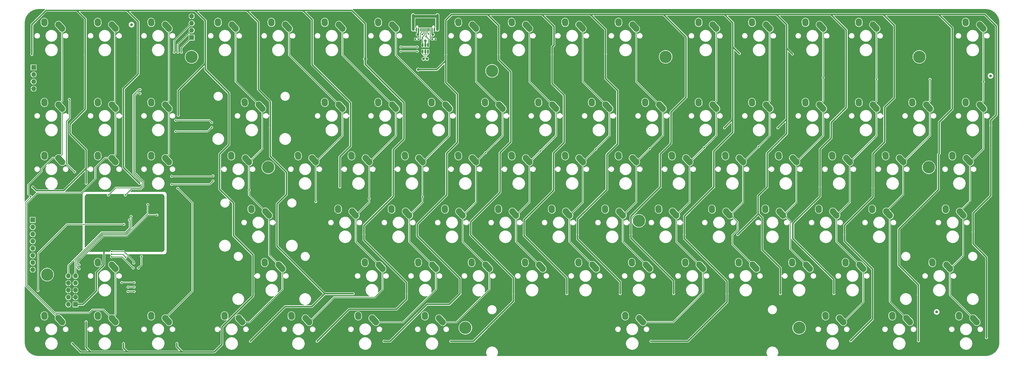
<source format=gbl>
%TF.GenerationSoftware,KiCad,Pcbnew,(7.0.0)*%
%TF.CreationDate,2023-06-19T20:50:28+08:00*%
%TF.ProjectId,87keyboard,38376b65-7962-46f6-9172-642e6b696361,rev?*%
%TF.SameCoordinates,Original*%
%TF.FileFunction,Copper,L2,Bot*%
%TF.FilePolarity,Positive*%
%FSLAX46Y46*%
G04 Gerber Fmt 4.6, Leading zero omitted, Abs format (unit mm)*
G04 Created by KiCad (PCBNEW (7.0.0)) date 2023-06-19 20:50:28*
%MOMM*%
%LPD*%
G01*
G04 APERTURE LIST*
G04 Aperture macros list*
%AMRoundRect*
0 Rectangle with rounded corners*
0 $1 Rounding radius*
0 $2 $3 $4 $5 $6 $7 $8 $9 X,Y pos of 4 corners*
0 Add a 4 corners polygon primitive as box body*
4,1,4,$2,$3,$4,$5,$6,$7,$8,$9,$2,$3,0*
0 Add four circle primitives for the rounded corners*
1,1,$1+$1,$2,$3*
1,1,$1+$1,$4,$5*
1,1,$1+$1,$6,$7*
1,1,$1+$1,$8,$9*
0 Add four rect primitives between the rounded corners*
20,1,$1+$1,$2,$3,$4,$5,0*
20,1,$1+$1,$4,$5,$6,$7,0*
20,1,$1+$1,$6,$7,$8,$9,0*
20,1,$1+$1,$8,$9,$2,$3,0*%
%AMHorizOval*
0 Thick line with rounded ends*
0 $1 width*
0 $2 $3 position (X,Y) of the first rounded end (center of the circle)*
0 $4 $5 position (X,Y) of the second rounded end (center of the circle)*
0 Add line between two ends*
20,1,$1,$2,$3,$4,$5,0*
0 Add two circle primitives to create the rounded ends*
1,1,$1,$2,$3*
1,1,$1,$4,$5*%
G04 Aperture macros list end*
%TA.AperFunction,ComponentPad*%
%ADD10C,4.400000*%
%TD*%
%TA.AperFunction,ComponentPad*%
%ADD11R,1.700000X1.700000*%
%TD*%
%TA.AperFunction,ComponentPad*%
%ADD12O,1.700000X1.700000*%
%TD*%
%TA.AperFunction,ComponentPad*%
%ADD13HorizOval,2.250000X-0.655001X0.730000X0.655001X-0.730000X0*%
%TD*%
%TA.AperFunction,ComponentPad*%
%ADD14C,2.250000*%
%TD*%
%TA.AperFunction,ComponentPad*%
%ADD15HorizOval,2.250000X-0.020000X0.290000X0.020000X-0.290000X0*%
%TD*%
%TA.AperFunction,SMDPad,CuDef*%
%ADD16C,1.000000*%
%TD*%
%TA.AperFunction,SMDPad,CuDef*%
%ADD17RoundRect,0.135000X-0.135000X-0.185000X0.135000X-0.185000X0.135000X0.185000X-0.135000X0.185000X0*%
%TD*%
%TA.AperFunction,SMDPad,CuDef*%
%ADD18R,0.600000X1.150000*%
%TD*%
%TA.AperFunction,SMDPad,CuDef*%
%ADD19R,0.300000X1.150000*%
%TD*%
%TA.AperFunction,ComponentPad*%
%ADD20O,1.000000X1.800000*%
%TD*%
%TA.AperFunction,ComponentPad*%
%ADD21O,1.000000X2.100000*%
%TD*%
%TA.AperFunction,SMDPad,CuDef*%
%ADD22RoundRect,0.150000X0.150000X-0.512500X0.150000X0.512500X-0.150000X0.512500X-0.150000X-0.512500X0*%
%TD*%
%TA.AperFunction,SMDPad,CuDef*%
%ADD23RoundRect,0.135000X0.135000X0.185000X-0.135000X0.185000X-0.135000X-0.185000X0.135000X-0.185000X0*%
%TD*%
%TA.AperFunction,ViaPad*%
%ADD24C,0.600000*%
%TD*%
%TA.AperFunction,ViaPad*%
%ADD25C,1.000000*%
%TD*%
%TA.AperFunction,ViaPad*%
%ADD26C,0.800000*%
%TD*%
%TA.AperFunction,Conductor*%
%ADD27C,0.500000*%
%TD*%
%TA.AperFunction,Conductor*%
%ADD28C,0.300000*%
%TD*%
%TA.AperFunction,Conductor*%
%ADD29C,0.250000*%
%TD*%
%TA.AperFunction,Conductor*%
%ADD30C,1.000000*%
%TD*%
%TA.AperFunction,Conductor*%
%ADD31C,0.200000*%
%TD*%
G04 APERTURE END LIST*
D10*
%TO.P,H4,1,1*%
%TO.N,unconnected-(H4-Pad1)*%
X169227500Y-125840000D03*
%TD*%
%TO.P,H5,1,1*%
%TO.N,unconnected-(H5-Pad1)*%
X288290000Y-125840000D03*
%TD*%
%TO.P,H1,1,1*%
%TO.N,unconnected-(H1-Pad1)*%
X334527500Y-68540000D03*
%TD*%
%TO.P,H7,1,1*%
%TO.N,unconnected-(H7-Pad1)*%
X331152500Y-29115000D03*
%TD*%
%TO.P,H8,1,1*%
%TO.N,unconnected-(H8-Pad1)*%
X240665000Y-29115000D03*
%TD*%
D11*
%TO.P,J4,1,Pin_1*%
%TO.N,+3.3V*%
X71596249Y-22214999D03*
D12*
%TO.P,J4,2,Pin_2*%
%TO.N,I2C_SDA*%
X71596249Y-19674999D03*
%TO.P,J4,3,Pin_3*%
%TO.N,I2C_SCL*%
X71596249Y-17134999D03*
%TO.P,J4,4,Pin_4*%
%TO.N,GND*%
X71596249Y-14594999D03*
%TD*%
D10*
%TO.P,H9,1,1*%
%TO.N,unconnected-(H9-Pad1)*%
X71596250Y-29115000D03*
%TD*%
%TO.P,H6,1,1*%
%TO.N,unconnected-(H6-Pad1)*%
X20065000Y-106840000D03*
%TD*%
%TO.P,H3,1,1*%
%TO.N,unconnected-(H3-Pad1)*%
X231140000Y-87640000D03*
%TD*%
%TO.P,H10,1,1*%
%TO.N,unconnected-(H10-Pad1)*%
X178752500Y-34115000D03*
%TD*%
%TO.P,H2,1,1*%
%TO.N,unconnected-(H2-Pad1)*%
X98927500Y-68540000D03*
%TD*%
D11*
%TO.P,J2,1,Pin_1*%
%TO.N,row1*%
X15239999Y-32861249D03*
D12*
%TO.P,J2,2,Pin_2*%
%TO.N,row2*%
X15239999Y-35401249D03*
%TO.P,J2,3,Pin_3*%
%TO.N,row3*%
X15239999Y-37941249D03*
%TO.P,J2,4,Pin_4*%
%TO.N,GND*%
X15239999Y-40481249D03*
%TD*%
D11*
%TO.P,J3,1,Pin_1*%
%TO.N,col18*%
X14922499Y-87312499D03*
D12*
%TO.P,J3,2,Pin_2*%
%TO.N,col19*%
X14922499Y-89852499D03*
%TO.P,J3,3,Pin_3*%
%TO.N,col20*%
X14922499Y-92392499D03*
%TO.P,J3,4,Pin_4*%
%TO.N,col21*%
X14922499Y-94932499D03*
%TO.P,J3,5,Pin_5*%
%TO.N,row4*%
X14922499Y-97472499D03*
%TO.P,J3,6,Pin_6*%
%TO.N,row5*%
X14922499Y-100012499D03*
%TO.P,J3,7,Pin_7*%
%TO.N,row6*%
X14922499Y-102552499D03*
%TO.P,J3,8,Pin_8*%
%TO.N,GND*%
X14922499Y-105092499D03*
%TD*%
D11*
%TO.P,X1,1,Pin_1*%
%TO.N,+3.3V*%
X30162499Y-117474999D03*
D12*
%TO.P,X1,2,Pin_2*%
%TO.N,SWDIO*%
X27622499Y-117474999D03*
%TO.P,X1,3,Pin_3*%
%TO.N,GND*%
X30162499Y-114934999D03*
%TO.P,X1,4,Pin_4*%
%TO.N,SWCLK*%
X27622499Y-114934999D03*
%TO.P,X1,5,Pin_5*%
%TO.N,GND*%
X30162499Y-112394999D03*
%TO.P,X1,6,Pin_6*%
X27622499Y-112394999D03*
%TO.P,X1,7,Pin_7*%
%TO.N,+5V*%
X30162499Y-109854999D03*
%TO.P,X1,8,Pin_8*%
%TO.N,GND*%
X27622499Y-109854999D03*
%TO.P,X1,9,Pin_9*%
%TO.N,BOOT0*%
X30162499Y-107314999D03*
%TO.P,X1,10,Pin_10*%
%TO.N,NRST*%
X27622499Y-107314999D03*
%TD*%
D13*
%TO.P,MX66,1,COL*%
%TO.N,col13*%
X105707498Y-18319999D03*
D14*
X105052500Y-17590000D03*
D15*
%TO.P,MX66,2,ROW*%
%TO.N,Net-(D67-A)*%
X100032499Y-16799999D03*
D14*
X100012500Y-16510000D03*
%TD*%
D13*
%TO.P,MX3,1,COL*%
%TO.N,col1*%
X348594998Y-65944999D03*
D14*
X347940000Y-65215000D03*
D15*
%TO.P,MX3,2,ROW*%
%TO.N,Net-(D4-A)*%
X342919999Y-64424999D03*
D14*
X342900000Y-64135000D03*
%TD*%
D13*
%TO.P,MX79,1,COL*%
%TO.N,col16*%
X43794998Y-18319999D03*
D14*
X43140000Y-17590000D03*
D15*
%TO.P,MX79,2,ROW*%
%TO.N,/r1c16*%
X38119999Y-16799999D03*
D14*
X38100000Y-16510000D03*
%TD*%
D13*
%TO.P,MX63,1,COL*%
%TO.N,col12*%
X129519998Y-84994999D03*
D14*
X128865000Y-84265000D03*
D15*
%TO.P,MX63,2,ROW*%
%TO.N,Net-(D64-A)*%
X123844999Y-83474999D03*
D14*
X123825000Y-83185000D03*
%TD*%
D13*
%TO.P,MX8,1,COL*%
%TO.N,col2*%
X324782498Y-65944999D03*
D14*
X324127500Y-65215000D03*
D15*
%TO.P,MX8,2,ROW*%
%TO.N,Net-(D9-A)*%
X319107499Y-64424999D03*
D14*
X319087500Y-64135000D03*
%TD*%
D13*
%TO.P,MX68,1,COL*%
%TO.N,col13*%
X115232498Y-65944999D03*
D14*
X114577500Y-65215000D03*
D15*
%TO.P,MX68,2,ROW*%
%TO.N,Net-(D69-A)*%
X109557499Y-64424999D03*
D14*
X109537500Y-64135000D03*
%TD*%
D13*
%TO.P,MX84,1,COL*%
%TO.N,col17*%
X24744998Y-18319999D03*
D14*
X24090000Y-17590000D03*
D15*
%TO.P,MX84,2,ROW*%
%TO.N,/r1c17*%
X19069999Y-16799999D03*
D14*
X19050000Y-16510000D03*
%TD*%
D16*
%TO.P,FID5,*%
%TO.N,*%
X356552500Y-35877500D03*
%TD*%
D13*
%TO.P,MX19,1,COL*%
%TO.N,col4*%
X286682498Y-65944999D03*
D14*
X286027500Y-65215000D03*
D15*
%TO.P,MX19,2,ROW*%
%TO.N,Net-(D20-A)*%
X281007499Y-64424999D03*
D14*
X280987500Y-64135000D03*
%TD*%
D17*
%TO.P,R1,1*%
%TO.N,GND*%
X151412807Y-22748528D03*
%TO.P,R1,2*%
%TO.N,Net-(J1-CC1)*%
X152432807Y-22748528D03*
%TD*%
D13*
%TO.P,MX4,1,COL*%
%TO.N,col1*%
X346213748Y-84994999D03*
D14*
X345558750Y-84265000D03*
D15*
%TO.P,MX4,2,ROW*%
%TO.N,Net-(D5-A)*%
X340538749Y-83474999D03*
D14*
X340518750Y-83185000D03*
%TD*%
D13*
%TO.P,MX45,1,COL*%
%TO.N,col9*%
X191432498Y-65944999D03*
D14*
X190777500Y-65215000D03*
D15*
%TO.P,MX45,2,ROW*%
%TO.N,Net-(D46-A)*%
X185757499Y-64424999D03*
D14*
X185737500Y-64135000D03*
%TD*%
D13*
%TO.P,MX27,1,COL*%
%TO.N,col6*%
X258107498Y-18319999D03*
D14*
X257452500Y-17590000D03*
D15*
%TO.P,MX27,2,ROW*%
%TO.N,Net-(D28-A)*%
X252432499Y-16799999D03*
D14*
X252412500Y-16510000D03*
%TD*%
D13*
%TO.P,MX75,1,COL*%
%TO.N,col15*%
X62844998Y-18319999D03*
D14*
X62190000Y-17590000D03*
D15*
%TO.P,MX75,2,ROW*%
%TO.N,Net-(D76-A)*%
X57169999Y-16799999D03*
D14*
X57150000Y-16510000D03*
%TD*%
D13*
%TO.P,MX33,1,COL*%
%TO.N,col7*%
X229532498Y-18319999D03*
D14*
X228877500Y-17590000D03*
D15*
%TO.P,MX33,2,ROW*%
%TO.N,Net-(D34-A)*%
X223857499Y-16799999D03*
D14*
X223837500Y-16510000D03*
%TD*%
D13*
%TO.P,MX23,1,COL*%
%TO.N,col5*%
X277157498Y-46894999D03*
D14*
X276502500Y-46165000D03*
D15*
%TO.P,MX23,2,ROW*%
%TO.N,Net-(D24-A)*%
X271482499Y-45374999D03*
D14*
X271462500Y-45085000D03*
%TD*%
D13*
%TO.P,MX52,1,COL*%
%TO.N,col10*%
X177144998Y-104044999D03*
D14*
X176490000Y-103315000D03*
D15*
%TO.P,MX52,2,ROW*%
%TO.N,Net-(D53-A)*%
X171469999Y-102524999D03*
D14*
X171450000Y-102235000D03*
%TD*%
D13*
%TO.P,MX30,1,COL*%
%TO.N,col6*%
X243819998Y-84994999D03*
D14*
X243165000Y-84265000D03*
D15*
%TO.P,MX30,2,ROW*%
%TO.N,Net-(D31-A)*%
X238144999Y-83474999D03*
D14*
X238125000Y-83185000D03*
%TD*%
D13*
%TO.P,MX42,1,COL*%
%TO.N,col8*%
X215244998Y-104044999D03*
D14*
X214590000Y-103315000D03*
D15*
%TO.P,MX42,2,ROW*%
%TO.N,Net-(D43-A)*%
X209569999Y-102524999D03*
D14*
X209550000Y-102235000D03*
%TD*%
D18*
%TO.P,J1,A1,GND*%
%TO.N,GND*%
X151739997Y-19396249D03*
%TO.P,J1,A4,VBUS*%
%TO.N,VBUS*%
X152539997Y-19396249D03*
D19*
%TO.P,J1,A5,CC1*%
%TO.N,Net-(J1-CC1)*%
X153689997Y-19396249D03*
%TO.P,J1,A6,D+*%
%TO.N,USB_D+*%
X154689997Y-19396249D03*
%TO.P,J1,A7,D-*%
%TO.N,USB_D-*%
X155189997Y-19396249D03*
%TO.P,J1,A8,SBU1*%
%TO.N,unconnected-(J1-SBU1-PadA8)*%
X156189997Y-19396249D03*
D18*
%TO.P,J1,A9,VBUS*%
%TO.N,VBUS*%
X157339997Y-19396249D03*
%TO.P,J1,A12,GND*%
%TO.N,GND*%
X158139997Y-19396249D03*
%TO.P,J1,B1,GND*%
X158139997Y-19396249D03*
%TO.P,J1,B4,VBUS*%
%TO.N,VBUS*%
X157339997Y-19396249D03*
D19*
%TO.P,J1,B5,CC2*%
%TO.N,Net-(J1-CC2)*%
X156689997Y-19396249D03*
%TO.P,J1,B6,D+*%
%TO.N,USB_D+*%
X155689997Y-19396249D03*
%TO.P,J1,B7,D-*%
%TO.N,USB_D-*%
X154189997Y-19396249D03*
%TO.P,J1,B8,SBU2*%
%TO.N,unconnected-(J1-SBU2-PadB8)*%
X153189997Y-19396249D03*
D18*
%TO.P,J1,B9,VBUS*%
%TO.N,VBUS*%
X152539997Y-19396249D03*
%TO.P,J1,B12,GND*%
%TO.N,GND*%
X151739997Y-19396249D03*
D20*
%TO.P,J1,S1,SHIELD*%
%TO.N,GNDPWR*%
X150619997Y-14641249D03*
D21*
X150619997Y-18821249D03*
D20*
X159259997Y-14641249D03*
D21*
X159259997Y-18821249D03*
%TD*%
D13*
%TO.P,MX16,1,COL*%
%TO.N,col3*%
X303351248Y-123094999D03*
D14*
X302696250Y-122365000D03*
D15*
%TO.P,MX16,2,ROW*%
%TO.N,Net-(D17-A)*%
X297676249Y-121574999D03*
D14*
X297656250Y-121285000D03*
%TD*%
D13*
%TO.P,MX64,1,COL*%
%TO.N,col12*%
X139044998Y-104044999D03*
D14*
X138390000Y-103315000D03*
D15*
%TO.P,MX64,2,ROW*%
%TO.N,Net-(D65-A)*%
X133369999Y-102524999D03*
D14*
X133350000Y-102235000D03*
%TD*%
D13*
%TO.P,MX87,1,COL*%
%TO.N,col17*%
X24744998Y-123094999D03*
D14*
X24090000Y-122365000D03*
D15*
%TO.P,MX87,2,ROW*%
%TO.N,Net-(D88-A)*%
X19069999Y-121574999D03*
D14*
X19050000Y-121285000D03*
%TD*%
D13*
%TO.P,MX44,1,COL*%
%TO.N,col9*%
X200957498Y-46894999D03*
D14*
X200302500Y-46165000D03*
D15*
%TO.P,MX44,2,ROW*%
%TO.N,Net-(D45-A)*%
X195282499Y-45374999D03*
D14*
X195262500Y-45085000D03*
%TD*%
D13*
%TO.P,MX38,1,COL*%
%TO.N,col8*%
X210482498Y-18319999D03*
D14*
X209827500Y-17590000D03*
D15*
%TO.P,MX38,2,ROW*%
%TO.N,Net-(D39-A)*%
X204807499Y-16799999D03*
D14*
X204787500Y-16510000D03*
%TD*%
D13*
%TO.P,MX35,1,COL*%
%TO.N,col7*%
X229532498Y-65944999D03*
D14*
X228877500Y-65215000D03*
D15*
%TO.P,MX35,2,ROW*%
%TO.N,Net-(D36-A)*%
X223857499Y-64424999D03*
D14*
X223837500Y-64135000D03*
%TD*%
D13*
%TO.P,MX14,1,COL*%
%TO.N,col3*%
X300969998Y-84994999D03*
D14*
X300315000Y-84265000D03*
D15*
%TO.P,MX14,2,ROW*%
%TO.N,Net-(D15-A)*%
X295294999Y-83474999D03*
D14*
X295275000Y-83185000D03*
%TD*%
D13*
%TO.P,MX82,1,COL*%
%TO.N,col16*%
X43794998Y-104044999D03*
D14*
X43140000Y-103315000D03*
D15*
%TO.P,MX82,2,ROW*%
%TO.N,Net-(D83-A)*%
X38119999Y-102524999D03*
D14*
X38100000Y-102235000D03*
%TD*%
D13*
%TO.P,MX5,1,COL*%
%TO.N,col1*%
X341451248Y-104044999D03*
D14*
X340796250Y-103315000D03*
D15*
%TO.P,MX5,2,ROW*%
%TO.N,Net-(D6-A)*%
X335776249Y-102524999D03*
D14*
X335756250Y-102235000D03*
%TD*%
D13*
%TO.P,MX26,1,COL*%
%TO.N,col5*%
X272394998Y-104044999D03*
D14*
X271740000Y-103315000D03*
D15*
%TO.P,MX26,2,ROW*%
%TO.N,Net-(D27-A)*%
X266719999Y-102524999D03*
D14*
X266700000Y-102235000D03*
%TD*%
D13*
%TO.P,MX80,1,COL*%
%TO.N,col16*%
X43794998Y-46894999D03*
D14*
X43140000Y-46165000D03*
D15*
%TO.P,MX80,2,ROW*%
%TO.N,Net-(D81-A)*%
X38119999Y-45374999D03*
D14*
X38100000Y-45085000D03*
%TD*%
D13*
%TO.P,MX59,1,COL*%
%TO.N,col11*%
X136663748Y-123094999D03*
D14*
X136008750Y-122365000D03*
D15*
%TO.P,MX59,2,ROW*%
%TO.N,Net-(D60-A)*%
X130988749Y-121574999D03*
D14*
X130968750Y-121285000D03*
%TD*%
D13*
%TO.P,MX48,1,COL*%
%TO.N,col10*%
X172382498Y-18319999D03*
D14*
X171727500Y-17590000D03*
D15*
%TO.P,MX48,2,ROW*%
%TO.N,Net-(D49-A)*%
X166707499Y-16799999D03*
D14*
X166687500Y-16510000D03*
%TD*%
D13*
%TO.P,MX46,1,COL*%
%TO.N,col9*%
X186669998Y-84994999D03*
D14*
X186015000Y-84265000D03*
D15*
%TO.P,MX46,2,ROW*%
%TO.N,Net-(D47-A)*%
X180994999Y-83474999D03*
D14*
X180975000Y-83185000D03*
%TD*%
D13*
%TO.P,MX71,1,COL*%
%TO.N,col14*%
X91419998Y-65944999D03*
D14*
X90765000Y-65215000D03*
D15*
%TO.P,MX71,2,ROW*%
%TO.N,Net-(D72-A)*%
X85744999Y-64424999D03*
D14*
X85725000Y-64135000D03*
%TD*%
D13*
%TO.P,MX22,1,COL*%
%TO.N,col5*%
X277157498Y-18319999D03*
D14*
X276502500Y-17590000D03*
D15*
%TO.P,MX22,2,ROW*%
%TO.N,Net-(D23-A)*%
X271482499Y-16799999D03*
D14*
X271462500Y-16510000D03*
%TD*%
D13*
%TO.P,MX39,1,COL*%
%TO.N,col8*%
X220007498Y-46894999D03*
D14*
X219352500Y-46165000D03*
D15*
%TO.P,MX39,2,ROW*%
%TO.N,Net-(D40-A)*%
X214332499Y-45374999D03*
D14*
X214312500Y-45085000D03*
%TD*%
D22*
%TO.P,U2,1,I/O1*%
%TO.N,MCU_USB_D-*%
X155890000Y-27172500D03*
%TO.P,U2,2,GND*%
%TO.N,GND*%
X154940000Y-27172500D03*
%TO.P,U2,3,I/O2*%
%TO.N,MCU_USB_D+*%
X153990000Y-27172500D03*
%TO.P,U2,4,I/O2*%
%TO.N,USB_D+*%
X153990000Y-24897500D03*
%TO.P,U2,5,VBUS*%
%TO.N,VBUS*%
X154940000Y-24897500D03*
%TO.P,U2,6,I/O1*%
%TO.N,USB_D-*%
X155890000Y-24897500D03*
%TD*%
D13*
%TO.P,MX11,1,COL*%
%TO.N,col3*%
X315257498Y-18319999D03*
D14*
X314602500Y-17590000D03*
D15*
%TO.P,MX11,2,ROW*%
%TO.N,Net-(D12-A)*%
X309582499Y-16799999D03*
D14*
X309562500Y-16510000D03*
%TD*%
D13*
%TO.P,MX25,1,COL*%
%TO.N,col5*%
X262869998Y-84994999D03*
D14*
X262215000Y-84265000D03*
D15*
%TO.P,MX25,2,ROW*%
%TO.N,Net-(D26-A)*%
X257194999Y-83474999D03*
D14*
X257175000Y-83185000D03*
%TD*%
D13*
%TO.P,MX6,1,COL*%
%TO.N,col1*%
X350976248Y-123094999D03*
D14*
X350321250Y-122365000D03*
D15*
%TO.P,MX6,2,ROW*%
%TO.N,Net-(D7-A)*%
X345301249Y-121574999D03*
D14*
X345281250Y-121285000D03*
%TD*%
D13*
%TO.P,MX31,1,COL*%
%TO.N,col6*%
X253344998Y-104044999D03*
D14*
X252690000Y-103315000D03*
D15*
%TO.P,MX31,2,ROW*%
%TO.N,Net-(D32-A)*%
X247669999Y-102524999D03*
D14*
X247650000Y-102235000D03*
%TD*%
D13*
%TO.P,MX37,1,COL*%
%TO.N,col7*%
X234294998Y-104044999D03*
D14*
X233640000Y-103315000D03*
D15*
%TO.P,MX37,2,ROW*%
%TO.N,Net-(D38-A)*%
X228619999Y-102524999D03*
D14*
X228600000Y-102235000D03*
%TD*%
D13*
%TO.P,MX40,1,COL*%
%TO.N,col8*%
X210482498Y-65944999D03*
D14*
X209827500Y-65215000D03*
D15*
%TO.P,MX40,2,ROW*%
%TO.N,Net-(D41-A)*%
X204807499Y-64424999D03*
D14*
X204787500Y-64135000D03*
%TD*%
D13*
%TO.P,MX9,1,COL*%
%TO.N,col2*%
X320019998Y-84994999D03*
D14*
X319365000Y-84265000D03*
D15*
%TO.P,MX9,2,ROW*%
%TO.N,Net-(D10-A)*%
X314344999Y-83474999D03*
D14*
X314325000Y-83185000D03*
%TD*%
D16*
%TO.P,FID4,*%
%TO.N,*%
X50165000Y-17621250D03*
%TD*%
D13*
%TO.P,MX81,1,COL*%
%TO.N,col16*%
X43794998Y-65944999D03*
D14*
X43140000Y-65215000D03*
D15*
%TO.P,MX81,2,ROW*%
%TO.N,Net-(D82-A)*%
X38119999Y-64424999D03*
D14*
X38100000Y-64135000D03*
%TD*%
D13*
%TO.P,MX72,1,COL*%
%TO.N,col14*%
X98563748Y-84988049D03*
D14*
X97908750Y-84258050D03*
D15*
%TO.P,MX72,2,ROW*%
%TO.N,Net-(D73-A)*%
X92888749Y-83468049D03*
D14*
X92868750Y-83178050D03*
%TD*%
D13*
%TO.P,MX13,1,COL*%
%TO.N,col3*%
X305732498Y-65944999D03*
D14*
X305077500Y-65215000D03*
D15*
%TO.P,MX13,2,ROW*%
%TO.N,Net-(D14-A)*%
X300057499Y-64424999D03*
D14*
X300037500Y-64135000D03*
%TD*%
D13*
%TO.P,MX60,1,COL*%
%TO.N,col12*%
X124757498Y-18319999D03*
D14*
X124102500Y-17590000D03*
D15*
%TO.P,MX60,2,ROW*%
%TO.N,Net-(D61-A)*%
X119082499Y-16799999D03*
D14*
X119062500Y-16510000D03*
%TD*%
D13*
%TO.P,MX77,1,COL*%
%TO.N,col15*%
X62844998Y-65944999D03*
D14*
X62190000Y-65215000D03*
D15*
%TO.P,MX77,2,ROW*%
%TO.N,Net-(D78-A)*%
X57169999Y-64424999D03*
D14*
X57150000Y-64135000D03*
%TD*%
D13*
%TO.P,MX58,1,COL*%
%TO.N,col11*%
X158094998Y-104044999D03*
D14*
X157440000Y-103315000D03*
D15*
%TO.P,MX58,2,ROW*%
%TO.N,Net-(D59-A)*%
X152419999Y-102524999D03*
D14*
X152400000Y-102235000D03*
%TD*%
D13*
%TO.P,MX56,1,COL*%
%TO.N,col11*%
X153332498Y-65944999D03*
D14*
X152677500Y-65215000D03*
D15*
%TO.P,MX56,2,ROW*%
%TO.N,Net-(D57-A)*%
X147657499Y-64424999D03*
D14*
X147637500Y-64135000D03*
%TD*%
D13*
%TO.P,MX36,1,COL*%
%TO.N,col7*%
X224769998Y-84994999D03*
D14*
X224115000Y-84265000D03*
D15*
%TO.P,MX36,2,ROW*%
%TO.N,Net-(D37-A)*%
X219094999Y-83474999D03*
D14*
X219075000Y-83185000D03*
%TD*%
D13*
%TO.P,MX73,1,COL*%
%TO.N,col14*%
X103326248Y-104044999D03*
D14*
X102671250Y-103315000D03*
D15*
%TO.P,MX73,2,ROW*%
%TO.N,Net-(D74-A)*%
X97651249Y-102524999D03*
D14*
X97631250Y-102235000D03*
%TD*%
D13*
%TO.P,MX54,1,COL*%
%TO.N,col11*%
X143807498Y-18319999D03*
D14*
X143152500Y-17590000D03*
D15*
%TO.P,MX54,2,ROW*%
%TO.N,Net-(D55-A)*%
X138132499Y-16799999D03*
D14*
X138112500Y-16510000D03*
%TD*%
D13*
%TO.P,MX74,1,COL*%
%TO.N,col14*%
X89038748Y-123094999D03*
D14*
X88383750Y-122365000D03*
D15*
%TO.P,MX74,2,ROW*%
%TO.N,Net-(D75-A)*%
X83363749Y-121574999D03*
D14*
X83343750Y-121285000D03*
%TD*%
D13*
%TO.P,MX2,1,COL*%
%TO.N,col1*%
X353357498Y-46894999D03*
D14*
X352702500Y-46165000D03*
D15*
%TO.P,MX2,2,ROW*%
%TO.N,Net-(D3-A)*%
X347682499Y-45374999D03*
D14*
X347662500Y-45085000D03*
%TD*%
D23*
%TO.P,R2,1*%
%TO.N,GND*%
X158484107Y-22758784D03*
%TO.P,R2,2*%
%TO.N,Net-(J1-CC2)*%
X157464107Y-22758784D03*
%TD*%
D13*
%TO.P,MX49,1,COL*%
%TO.N,col10*%
X181907498Y-46894999D03*
D14*
X181252500Y-46165000D03*
D15*
%TO.P,MX49,2,ROW*%
%TO.N,Net-(D50-A)*%
X176232499Y-45374999D03*
D14*
X176212500Y-45085000D03*
%TD*%
D13*
%TO.P,MX10,1,COL*%
%TO.N,col2*%
X327163748Y-123094999D03*
D14*
X326508750Y-122365000D03*
D15*
%TO.P,MX10,2,ROW*%
%TO.N,Net-(D11-A)*%
X321488749Y-121574999D03*
D14*
X321468750Y-121285000D03*
%TD*%
D13*
%TO.P,MX34,1,COL*%
%TO.N,col7*%
X239057498Y-46894999D03*
D14*
X238402500Y-46165000D03*
D15*
%TO.P,MX34,2,ROW*%
%TO.N,Net-(D35-A)*%
X233382499Y-45374999D03*
D14*
X233362500Y-45085000D03*
%TD*%
D13*
%TO.P,MX85,1,COL*%
%TO.N,col17*%
X24744998Y-46894999D03*
D14*
X24090000Y-46165000D03*
D15*
%TO.P,MX85,2,ROW*%
%TO.N,Net-(D86-A)*%
X19069999Y-45374999D03*
D14*
X19050000Y-45085000D03*
%TD*%
D13*
%TO.P,MX32,1,COL*%
%TO.N,col6*%
X231913748Y-123088049D03*
D14*
X231258750Y-122358050D03*
D15*
%TO.P,MX32,2,ROW*%
%TO.N,Net-(D33-A)*%
X226238749Y-121568049D03*
D14*
X226218750Y-121278050D03*
%TD*%
D13*
%TO.P,MX43,1,COL*%
%TO.N,col9*%
X191432498Y-18319999D03*
D14*
X190777500Y-17590000D03*
D15*
%TO.P,MX43,2,ROW*%
%TO.N,Net-(D44-A)*%
X185757499Y-16799999D03*
D14*
X185737500Y-16510000D03*
%TD*%
D13*
%TO.P,MX21,1,COL*%
%TO.N,col4*%
X291444998Y-104044999D03*
D14*
X290790000Y-103315000D03*
D15*
%TO.P,MX21,2,ROW*%
%TO.N,Net-(D22-A)*%
X285769999Y-102524999D03*
D14*
X285750000Y-102235000D03*
%TD*%
D13*
%TO.P,MX15,1,COL*%
%TO.N,col3*%
X310494998Y-104044999D03*
D14*
X309840000Y-103315000D03*
D15*
%TO.P,MX15,2,ROW*%
%TO.N,Net-(D16-A)*%
X304819999Y-102524999D03*
D14*
X304800000Y-102235000D03*
%TD*%
D13*
%TO.P,MX18,1,COL*%
%TO.N,col4*%
X296207498Y-46894999D03*
D14*
X295552500Y-46165000D03*
D15*
%TO.P,MX18,2,ROW*%
%TO.N,Net-(D19-A)*%
X290532499Y-45374999D03*
D14*
X290512500Y-45085000D03*
%TD*%
D13*
%TO.P,MX17,1,COL*%
%TO.N,col4*%
X296207498Y-18319999D03*
D14*
X295552500Y-17590000D03*
D15*
%TO.P,MX17,2,ROW*%
%TO.N,Net-(D18-A)*%
X290532499Y-16799999D03*
D14*
X290512500Y-16510000D03*
%TD*%
D13*
%TO.P,MX41,1,COL*%
%TO.N,col8*%
X205719998Y-84994999D03*
D14*
X205065000Y-84265000D03*
D15*
%TO.P,MX41,2,ROW*%
%TO.N,Net-(D42-A)*%
X200044999Y-83474999D03*
D14*
X200025000Y-83185000D03*
%TD*%
D13*
%TO.P,MX69,1,COL*%
%TO.N,col14*%
X86657498Y-18319999D03*
D14*
X86002500Y-17590000D03*
D15*
%TO.P,MX69,2,ROW*%
%TO.N,Net-(D70-A)*%
X80982499Y-16799999D03*
D14*
X80962500Y-16510000D03*
%TD*%
D13*
%TO.P,MX76,1,COL*%
%TO.N,col15*%
X62844998Y-46894999D03*
D14*
X62190000Y-46165000D03*
D15*
%TO.P,MX76,2,ROW*%
%TO.N,Net-(D77-A)*%
X57169999Y-45374999D03*
D14*
X57150000Y-45085000D03*
%TD*%
D13*
%TO.P,MX78,1,COL*%
%TO.N,col15*%
X62844998Y-123094999D03*
D14*
X62190000Y-122365000D03*
D15*
%TO.P,MX78,2,ROW*%
%TO.N,Net-(D79-A)*%
X57169999Y-121574999D03*
D14*
X57150000Y-121285000D03*
%TD*%
D13*
%TO.P,MX65,1,COL*%
%TO.N,col12*%
X112851248Y-123094999D03*
D14*
X112196250Y-122365000D03*
D15*
%TO.P,MX65,2,ROW*%
%TO.N,Net-(D66-A)*%
X107176249Y-121574999D03*
D14*
X107156250Y-121285000D03*
%TD*%
D13*
%TO.P,MX7,1,COL*%
%TO.N,col2*%
X334307498Y-46894999D03*
D14*
X333652500Y-46165000D03*
D15*
%TO.P,MX7,2,ROW*%
%TO.N,Net-(D8-A)*%
X328632499Y-45374999D03*
D14*
X328612500Y-45085000D03*
%TD*%
D13*
%TO.P,MX70,1,COL*%
%TO.N,col14*%
X96182498Y-46894999D03*
D14*
X95527500Y-46165000D03*
D15*
%TO.P,MX70,2,ROW*%
%TO.N,Net-(D71-A)*%
X90507499Y-45374999D03*
D14*
X90487500Y-45085000D03*
%TD*%
D13*
%TO.P,MX50,1,COL*%
%TO.N,col10*%
X172382498Y-65944999D03*
D14*
X171727500Y-65215000D03*
D15*
%TO.P,MX50,2,ROW*%
%TO.N,Net-(D51-A)*%
X166707499Y-64424999D03*
D14*
X166687500Y-64135000D03*
%TD*%
D13*
%TO.P,MX61,1,COL*%
%TO.N,col12*%
X143807498Y-46894999D03*
D14*
X143152500Y-46165000D03*
D15*
%TO.P,MX61,2,ROW*%
%TO.N,Net-(D62-A)*%
X138132499Y-45374999D03*
D14*
X138112500Y-45085000D03*
%TD*%
D13*
%TO.P,MX53,1,COL*%
%TO.N,col10*%
X160476248Y-123094999D03*
D14*
X159821250Y-122365000D03*
D15*
%TO.P,MX53,2,ROW*%
%TO.N,Net-(D54-A)*%
X154801249Y-121574999D03*
D14*
X154781250Y-121285000D03*
%TD*%
D13*
%TO.P,MX20,1,COL*%
%TO.N,col4*%
X281919998Y-84994999D03*
D14*
X281265000Y-84265000D03*
D15*
%TO.P,MX20,2,ROW*%
%TO.N,Net-(D21-A)*%
X276244999Y-83474999D03*
D14*
X276225000Y-83185000D03*
%TD*%
D16*
%TO.P,FID6,*%
%TO.N,*%
X337343750Y-120173750D03*
%TD*%
D13*
%TO.P,MX57,1,COL*%
%TO.N,col11*%
X148569998Y-84994999D03*
D14*
X147915000Y-84265000D03*
D15*
%TO.P,MX57,2,ROW*%
%TO.N,Net-(D58-A)*%
X142894999Y-83474999D03*
D14*
X142875000Y-83185000D03*
%TD*%
D13*
%TO.P,MX12,1,COL*%
%TO.N,col3*%
X315257498Y-46894999D03*
D14*
X314602500Y-46165000D03*
D15*
%TO.P,MX12,2,ROW*%
%TO.N,Net-(D13-A)*%
X309582499Y-45374999D03*
D14*
X309562500Y-45085000D03*
%TD*%
D13*
%TO.P,MX47,1,COL*%
%TO.N,col9*%
X196194998Y-104044999D03*
D14*
X195540000Y-103315000D03*
D15*
%TO.P,MX47,2,ROW*%
%TO.N,Net-(D48-A)*%
X190519999Y-102524999D03*
D14*
X190500000Y-102235000D03*
%TD*%
D13*
%TO.P,MX55,1,COL*%
%TO.N,col11*%
X162857498Y-46894999D03*
D14*
X162202500Y-46165000D03*
D15*
%TO.P,MX55,2,ROW*%
%TO.N,Net-(D56-A)*%
X157182499Y-45374999D03*
D14*
X157162500Y-45085000D03*
%TD*%
D13*
%TO.P,MX86,1,COL*%
%TO.N,col17*%
X24744998Y-65944999D03*
D14*
X24090000Y-65215000D03*
D15*
%TO.P,MX86,2,ROW*%
%TO.N,Net-(D87-A)*%
X19069999Y-64424999D03*
D14*
X19050000Y-64135000D03*
%TD*%
D13*
%TO.P,MX83,1,COL*%
%TO.N,col16*%
X43794998Y-123094999D03*
D14*
X43140000Y-122365000D03*
D15*
%TO.P,MX83,2,ROW*%
%TO.N,Net-(D84-A)*%
X38119999Y-121574999D03*
D14*
X38100000Y-121285000D03*
%TD*%
D13*
%TO.P,MX1,1,COL*%
%TO.N,col1*%
X353357498Y-18319999D03*
D14*
X352702500Y-17590000D03*
D15*
%TO.P,MX1,2,ROW*%
%TO.N,Net-(D2-A)*%
X347682499Y-16799999D03*
D14*
X347662500Y-16510000D03*
%TD*%
D13*
%TO.P,MX29,1,COL*%
%TO.N,col6*%
X248582498Y-65944999D03*
D14*
X247927500Y-65215000D03*
D15*
%TO.P,MX29,2,ROW*%
%TO.N,Net-(D30-A)*%
X242907499Y-64424999D03*
D14*
X242887500Y-64135000D03*
%TD*%
D13*
%TO.P,MX28,1,COL*%
%TO.N,col6*%
X258107498Y-46894999D03*
D14*
X257452500Y-46165000D03*
D15*
%TO.P,MX28,2,ROW*%
%TO.N,Net-(D29-A)*%
X252432499Y-45374999D03*
D14*
X252412500Y-45085000D03*
%TD*%
D13*
%TO.P,MX62,1,COL*%
%TO.N,col12*%
X134282498Y-65944999D03*
D14*
X133627500Y-65215000D03*
D15*
%TO.P,MX62,2,ROW*%
%TO.N,Net-(D63-A)*%
X128607499Y-64424999D03*
D14*
X128587500Y-64135000D03*
%TD*%
D13*
%TO.P,MX51,1,COL*%
%TO.N,col10*%
X167619998Y-84994999D03*
D14*
X166965000Y-84265000D03*
D15*
%TO.P,MX51,2,ROW*%
%TO.N,Net-(D52-A)*%
X161944999Y-83474999D03*
D14*
X161925000Y-83185000D03*
%TD*%
D13*
%TO.P,MX24,1,COL*%
%TO.N,col5*%
X267632498Y-65944999D03*
D14*
X266977500Y-65215000D03*
D15*
%TO.P,MX24,2,ROW*%
%TO.N,Net-(D25-A)*%
X261957499Y-64424999D03*
D14*
X261937500Y-64135000D03*
%TD*%
D13*
%TO.P,MX67,1,COL*%
%TO.N,col13*%
X124757498Y-46894999D03*
D14*
X124102500Y-46165000D03*
D15*
%TO.P,MX67,2,ROW*%
%TO.N,Net-(D68-A)*%
X119082499Y-45374999D03*
D14*
X119062500Y-45085000D03*
%TD*%
D24*
%TO.N,GND*%
X74650000Y-127960000D03*
X68100000Y-129990000D03*
X110430000Y-53510000D03*
X62670000Y-53260000D03*
X282210000Y-24870000D03*
X120800000Y-110610000D03*
X104940000Y-92210000D03*
X55270000Y-74220000D03*
X36590000Y-74380000D03*
X80590000Y-82500000D03*
X101230000Y-59870000D03*
D25*
%TO.N,VBUS*%
X154938680Y-23354304D03*
X157602867Y-21186684D03*
X152287751Y-21145658D03*
D24*
%TO.N,GND*%
X286861250Y-55245000D03*
X78105000Y-45243750D03*
X86677500Y-78740000D03*
X253206250Y-72548750D03*
X29686250Y-122396250D03*
X309086250Y-75723750D03*
X229552500Y-43656250D03*
X17145000Y-34131250D03*
X22701250Y-118268750D03*
X343535000Y-57785000D03*
X271145000Y-65881250D03*
X196850000Y-82550000D03*
X310673750Y-72548750D03*
X89535000Y-24923750D03*
X14922500Y-133032500D03*
X163830000Y-119856250D03*
X234473750Y-72548750D03*
X17145000Y-97313750D03*
X194945000Y-16827500D03*
X116363750Y-63182500D03*
X129222500Y-100965000D03*
X26193750Y-72231250D03*
X356076250Y-133032500D03*
X109061250Y-14922500D03*
X137636250Y-92868750D03*
X42862500Y-120015000D03*
X186055000Y-100965000D03*
X167005000Y-131603750D03*
X271780000Y-92868750D03*
X323215000Y-82550000D03*
X213677500Y-15557500D03*
X322103750Y-100171250D03*
X249555000Y-98107500D03*
X199548750Y-113982500D03*
X235426250Y-12858750D03*
X175101250Y-24923750D03*
X344328750Y-43656250D03*
X135572500Y-63182500D03*
X343693750Y-15240000D03*
X220980000Y-43815000D03*
X107473750Y-42386250D03*
X285591250Y-57308750D03*
X66357500Y-121443750D03*
X76358750Y-53816250D03*
X352742500Y-102076250D03*
X299402500Y-43656250D03*
X143192500Y-24765000D03*
X170180000Y-129698750D03*
X118745000Y-75882500D03*
X217805000Y-110648750D03*
X281781250Y-88900000D03*
X318770000Y-24923750D03*
X213995000Y-28257500D03*
X134937500Y-98107500D03*
X169068750Y-81597500D03*
X80010000Y-121285000D03*
X218440000Y-89693750D03*
X53022500Y-119856250D03*
X325755000Y-62706250D03*
X212566250Y-131286250D03*
X299085000Y-15240000D03*
X17780000Y-101600000D03*
X175577500Y-81121250D03*
X122078750Y-37147500D03*
X161448750Y-104933750D03*
X163353750Y-43497500D03*
X194468750Y-81280000D03*
X65722500Y-15398750D03*
X271303750Y-76200000D03*
X77946250Y-37147500D03*
X66992500Y-54610000D03*
X300672500Y-100806250D03*
X324802500Y-43497500D03*
X256698750Y-113982500D03*
X33496250Y-55245000D03*
X163353750Y-110648750D03*
X96361250Y-72548750D03*
X64293750Y-84772500D03*
X156845000Y-92710000D03*
X13970000Y-54133750D03*
X215423750Y-72548750D03*
X119697500Y-81597500D03*
X96361250Y-30638750D03*
X146843750Y-24130000D03*
X251777500Y-93027500D03*
X86201250Y-36988750D03*
X175736250Y-75882500D03*
X202406250Y-58420000D03*
X328295000Y-76041250D03*
X133667500Y-14763750D03*
X86518750Y-30162500D03*
X63658750Y-76358750D03*
X267652500Y-15240000D03*
X63976250Y-93186250D03*
X16351250Y-18415000D03*
X19050000Y-98583750D03*
X221773750Y-58578750D03*
X47307500Y-120332500D03*
X180498750Y-105092500D03*
X13970000Y-62071250D03*
X274002500Y-132715000D03*
X208915000Y-85407500D03*
X341153750Y-132873750D03*
X351313750Y-78740000D03*
X307657500Y-62706250D03*
X79057500Y-132715000D03*
X140017500Y-120332500D03*
X232727500Y-66833750D03*
X199548750Y-89535000D03*
X352425000Y-72548750D03*
X233521250Y-76200000D03*
X143192500Y-43815000D03*
X65405000Y-43497500D03*
X209232500Y-57467500D03*
X261620000Y-43815000D03*
X32702500Y-112871250D03*
X214312500Y-95250000D03*
X310038750Y-95567500D03*
X54133750Y-54927500D03*
X95250000Y-65722500D03*
X69215000Y-26670000D03*
X74612500Y-89535000D03*
X50800000Y-30480000D03*
X357028750Y-14763750D03*
X143351250Y-29368750D03*
X356393750Y-126841250D03*
X193040000Y-97790000D03*
X57467500Y-100806250D03*
X43021250Y-30321250D03*
X344011250Y-55086250D03*
X32226250Y-30480000D03*
X170973750Y-56991250D03*
X120332500Y-72548750D03*
X294957500Y-113823750D03*
X23971250Y-30162500D03*
X13493750Y-27146250D03*
X157162500Y-81280000D03*
X13811250Y-109220000D03*
X126206250Y-116998750D03*
X81280000Y-110013750D03*
X253523750Y-81915000D03*
X89852500Y-27781250D03*
X317976250Y-15716250D03*
X16033750Y-73660000D03*
X46196250Y-15875000D03*
X69056250Y-41275000D03*
X51117500Y-107156250D03*
X45561250Y-45243750D03*
X137795000Y-75882500D03*
X142240000Y-89376250D03*
X256540000Y-110648750D03*
X311943750Y-131127500D03*
X232727500Y-24923750D03*
X152082500Y-57308750D03*
X115728750Y-56356250D03*
X294163750Y-110648750D03*
X35560000Y-132397500D03*
X287813750Y-62547500D03*
X13970000Y-81756250D03*
X263048750Y-81915000D03*
X103187500Y-132873750D03*
X243046250Y-21907500D03*
X53498750Y-70802500D03*
X150812500Y-132873750D03*
X72707500Y-54133750D03*
X293687500Y-133032500D03*
X236696250Y-110648750D03*
X160813750Y-24923750D03*
X237807500Y-89376250D03*
D26*
X17780000Y-39370000D03*
D24*
X35401250Y-121761250D03*
X14763750Y-124142500D03*
X160972500Y-26987500D03*
X103187500Y-121761250D03*
X31273750Y-130810000D03*
X47307500Y-28257500D03*
X45720000Y-74771250D03*
X233521250Y-95408750D03*
X120491250Y-112395000D03*
X76041250Y-59848750D03*
X100647500Y-119062500D03*
X305593750Y-15398750D03*
X128111250Y-15240000D03*
X290830000Y-100965000D03*
X28416250Y-62547500D03*
X290988750Y-72548750D03*
X123348750Y-89535000D03*
X115570000Y-43973750D03*
X69373750Y-60007500D03*
X48418750Y-24923750D03*
X323532500Y-57467500D03*
X156845000Y-75882500D03*
X134461250Y-55245000D03*
X151288750Y-37147500D03*
X343693750Y-81915000D03*
X162718750Y-13335000D03*
X353536250Y-120173750D03*
X40957500Y-63182500D03*
X248761250Y-55086250D03*
X232727500Y-92551250D03*
X262572500Y-100806250D03*
X308292500Y-100330000D03*
X139382500Y-72548750D03*
X357505000Y-119697500D03*
X272573750Y-72548750D03*
X119062500Y-66357500D03*
X92233750Y-119856250D03*
X124142500Y-43656250D03*
X324961250Y-55086250D03*
X305117500Y-119697500D03*
X77628750Y-30638750D03*
X344646250Y-100488750D03*
X188277500Y-81597500D03*
X148590000Y-100806250D03*
X46831250Y-103187500D03*
X53181250Y-133032500D03*
X109537500Y-107632500D03*
X309721250Y-81280000D03*
X145732500Y-15240000D03*
X212883750Y-92710000D03*
X325437500Y-108108750D03*
X267970000Y-62706250D03*
X190182500Y-57308750D03*
X64293750Y-73342500D03*
X15081250Y-43973750D03*
X192881250Y-63341250D03*
X279876250Y-15716250D03*
X113347500Y-30797500D03*
X73342500Y-24923750D03*
X281622500Y-81915000D03*
X27463750Y-24923750D03*
X210661250Y-55086250D03*
X175577500Y-15240000D03*
X56673750Y-127476250D03*
X194945000Y-92868750D03*
X53181250Y-62865000D03*
X200025000Y-100330000D03*
X183991250Y-43656250D03*
X156845000Y-66198750D03*
X94932500Y-100806250D03*
X252412500Y-76358750D03*
X336391250Y-131127500D03*
X117157500Y-124460000D03*
X20002500Y-14287500D03*
X216058750Y-82232500D03*
X157162500Y-16192500D03*
X271938750Y-81597500D03*
X89852500Y-15240000D03*
X126841250Y-122713750D03*
X226377500Y-81597500D03*
X330041250Y-92710000D03*
X34131250Y-105568750D03*
X290830000Y-81438750D03*
X286385000Y-43656250D03*
X297497500Y-58261250D03*
X267970000Y-55086250D03*
X241141250Y-129698750D03*
X317341250Y-81597500D03*
X317341250Y-132873750D03*
X290988750Y-95250000D03*
X161131250Y-113982500D03*
X218598750Y-113823750D03*
X108902500Y-28098750D03*
X34925000Y-58261250D03*
X352901250Y-86042500D03*
X207327500Y-81597500D03*
X222408750Y-120173750D03*
X134461250Y-44291250D03*
X143668750Y-110648750D03*
X35560000Y-43338750D03*
X60166250Y-43815000D03*
X228282500Y-57308750D03*
X232727500Y-27940000D03*
X54133750Y-57943750D03*
X153670000Y-44132500D03*
X12700000Y-79057500D03*
X49053750Y-54451250D03*
X93503750Y-62865000D03*
X50482500Y-130651250D03*
X240823750Y-58261250D03*
X161448750Y-89535000D03*
X299720000Y-28098750D03*
X290353750Y-75882500D03*
X154463750Y-98266250D03*
X229552500Y-55086250D03*
X237648750Y-114141250D03*
X235743750Y-133508750D03*
X152241250Y-122555000D03*
X280352500Y-57943750D03*
X16510000Y-65563750D03*
X196373750Y-72548750D03*
X87153750Y-44450000D03*
X110013750Y-94138750D03*
X274796250Y-123507500D03*
X319722500Y-12700000D03*
X261461250Y-28098750D03*
X358616250Y-56356250D03*
X215741250Y-24923750D03*
X196215000Y-12700000D03*
X271938750Y-95408750D03*
X154781250Y-63341250D03*
X195738750Y-24923750D03*
X202723750Y-43973750D03*
X281781250Y-100806250D03*
X296862500Y-63976250D03*
X99536250Y-81280000D03*
X27781250Y-15240000D03*
X267652500Y-43497500D03*
X256698750Y-89535000D03*
X174307500Y-133191250D03*
X261461250Y-14922500D03*
X45720000Y-64611250D03*
X68580000Y-21272500D03*
X89535000Y-82073750D03*
X329406250Y-72390000D03*
X29210000Y-43338750D03*
X167640000Y-100806250D03*
X305911250Y-55086250D03*
X356870000Y-43497500D03*
X110172500Y-83661250D03*
X23177500Y-78898750D03*
X122872500Y-130810000D03*
X138588750Y-81597500D03*
X313213750Y-113347500D03*
X72707500Y-70485000D03*
X21431250Y-123031250D03*
X46355000Y-112077500D03*
X289401250Y-93027500D03*
X290353750Y-65881250D03*
X337661250Y-22383750D03*
X183673750Y-58420000D03*
X176212500Y-66516250D03*
X252095000Y-66357500D03*
X72707500Y-75882500D03*
X230663750Y-97948750D03*
X16192500Y-55721250D03*
X133032500Y-57150000D03*
X127793750Y-27940000D03*
X249396250Y-43497500D03*
X340995000Y-120015000D03*
X247491250Y-57150000D03*
X195897500Y-95408750D03*
X275748750Y-113982500D03*
X131603750Y-81756250D03*
X218757500Y-105410000D03*
X64452500Y-24923750D03*
X142398750Y-114141250D03*
X78105000Y-17621250D03*
X337661250Y-43656250D03*
X70961250Y-93503750D03*
X211296250Y-97948750D03*
X180498750Y-113823750D03*
X180181250Y-89376250D03*
X327818750Y-67786250D03*
X230028750Y-62706250D03*
X303053750Y-81915000D03*
X191452500Y-43973750D03*
X119380000Y-94297500D03*
X148748750Y-29051250D03*
X46513750Y-72548750D03*
X178435000Y-127476250D03*
X352266250Y-65881250D03*
X357981250Y-52228750D03*
X266382500Y-57150000D03*
X113506250Y-37306250D03*
X318611250Y-43497500D03*
X304323750Y-57150000D03*
X329406250Y-102235000D03*
X256698750Y-105251250D03*
X176688750Y-95408750D03*
X32702500Y-119221250D03*
X136366250Y-30956250D03*
X309086250Y-66040000D03*
X127000000Y-132873750D03*
X27781250Y-27940000D03*
X318770000Y-110648750D03*
X180181250Y-110648750D03*
X211296250Y-62706250D03*
X91281250Y-107632500D03*
X53816250Y-30480000D03*
X358298750Y-74136250D03*
X306705000Y-92868750D03*
X194786250Y-28257500D03*
X246380000Y-81121250D03*
X249237500Y-62865000D03*
X173990000Y-98107500D03*
X356235000Y-27622500D03*
X214312500Y-76200000D03*
X108585000Y-24923750D03*
X70167500Y-70485000D03*
X70167500Y-75723750D03*
X66357500Y-62706250D03*
X275431250Y-100806250D03*
X299720000Y-24923750D03*
X115728750Y-119538750D03*
X243522500Y-100647500D03*
X288131250Y-12858750D03*
X172402500Y-43973750D03*
X161131250Y-23018750D03*
X275272500Y-110648750D03*
X355758750Y-94932500D03*
X35242500Y-16668750D03*
X61753750Y-30162500D03*
D26*
X63976250Y-79057500D03*
D24*
X158115000Y-72548750D03*
X236537500Y-121443750D03*
X141605000Y-127158750D03*
X174942500Y-121126250D03*
X13335000Y-22860000D03*
X194786250Y-75882500D03*
X60166250Y-63341250D03*
X95250000Y-43815000D03*
X74136250Y-40798750D03*
X294322500Y-120015000D03*
X94615000Y-75406250D03*
X75406250Y-30480000D03*
X150177500Y-81597500D03*
X234473750Y-83343750D03*
X199548750Y-104616250D03*
X172402500Y-55245000D03*
X346392500Y-113188750D03*
X176530000Y-72548750D03*
X259715000Y-58261250D03*
X233045000Y-15240000D03*
X350202500Y-62706250D03*
X213995000Y-66357500D03*
X114935000Y-113665000D03*
X280352500Y-43656250D03*
X98901250Y-130651250D03*
X264953750Y-12858750D03*
X191928750Y-55086250D03*
X129857500Y-24923750D03*
X75406250Y-23018750D03*
X142557500Y-106203750D03*
X306863750Y-43656250D03*
X163512500Y-19526250D03*
X30321250Y-75565000D03*
X108743750Y-58896250D03*
X336391250Y-95726250D03*
X53975000Y-15557500D03*
X173513750Y-63341250D03*
X318611250Y-27940000D03*
X175736250Y-28098750D03*
X148272500Y-120491250D03*
X224472500Y-100806250D03*
X286385000Y-15081250D03*
X96520000Y-37306250D03*
X137795000Y-66357500D03*
X157638750Y-95408750D03*
X153987500Y-124777500D03*
X102393750Y-51117500D03*
X210502500Y-43815000D03*
X349567500Y-82708750D03*
X237490000Y-105251250D03*
X80010000Y-77470000D03*
X66992500Y-30003750D03*
X354012500Y-15240000D03*
X176053750Y-92710000D03*
X91122500Y-113506250D03*
X86995000Y-56673750D03*
X146843750Y-130810000D03*
X261302500Y-24923750D03*
X153352500Y-55086250D03*
X329247500Y-119856250D03*
X242411250Y-43815000D03*
X195103750Y-66198750D03*
X88265000Y-89058750D03*
X138430000Y-95250000D03*
X317500000Y-119697500D03*
X199390000Y-110648750D03*
X14922500Y-14922500D03*
%TO.N,+3.3V*%
X44926250Y-78422500D03*
X46513750Y-97472500D03*
X67945000Y-27463750D03*
X34131250Y-79375000D03*
X59690000Y-95567500D03*
X42703750Y-83026250D03*
X45878750Y-81438750D03*
D25*
X60325000Y-81756250D03*
D24*
X40005000Y-96043750D03*
%TO.N,NRST*%
X49371250Y-87312500D03*
%TO.N,row1*%
X146208750Y-25558750D03*
X152082500Y-25558750D03*
%TO.N,row2*%
X65881250Y-51752500D03*
X78740000Y-52546250D03*
%TO.N,row3*%
X29845000Y-70167500D03*
X27940000Y-44291250D03*
X64452500Y-71755000D03*
X79216250Y-71596250D03*
%TO.N,row4*%
X50958750Y-102711250D03*
X43021250Y-98583750D03*
%TO.N,row5*%
X48895000Y-111283750D03*
X43021250Y-99536250D03*
X51117500Y-111283750D03*
X48101250Y-100647500D03*
%TO.N,row6*%
X43021250Y-100500256D03*
X50720625Y-104457500D03*
%TO.N,Net-(D136-DOUT)*%
X152082500Y-27146250D03*
X146208750Y-27146250D03*
%TO.N,Net-(D158-DIN)*%
X78740000Y-54292500D03*
X65881250Y-55721250D03*
%TO.N,Net-(D159-DOUT)*%
X64452500Y-74612500D03*
X79216250Y-73416399D03*
%TO.N,Net-(D160-DIN)*%
X51117500Y-109696250D03*
X46672500Y-109696250D03*
%TO.N,Net-(D161-DOUT)*%
X51117500Y-112871250D03*
X48895000Y-112871250D03*
%TO.N,USB_D+*%
X153990000Y-22383750D03*
X156051250Y-20955000D03*
%TO.N,USB_D-*%
X155189998Y-21840000D03*
X153828750Y-21113750D03*
%TO.N,I2C_SCL*%
X41910000Y-78422500D03*
X53181250Y-40798750D03*
X65405000Y-27463750D03*
%TO.N,I2C_SDA*%
X66675000Y-27463750D03*
X53181250Y-42227500D03*
X47942500Y-78422500D03*
%TO.N,col1*%
X354012500Y-37941250D03*
%TO.N,col2*%
X334962500Y-37147500D03*
%TO.N,col3*%
X315928500Y-37147500D03*
%TO.N,col4*%
X296862500Y-36512500D03*
%TO.N,col5*%
X273843750Y-61118750D03*
%TO.N,col6*%
X254476250Y-61436250D03*
%TO.N,col7*%
X234950000Y-61912500D03*
%TO.N,col8*%
X215741250Y-62071250D03*
%TO.N,col9*%
X196056250Y-62706250D03*
%TO.N,col10*%
X176371250Y-63341250D03*
%TO.N,col11*%
X153987500Y-79057500D03*
%TO.N,col12*%
X134937500Y-79692500D03*
%TO.N,col13*%
X115887500Y-80803750D03*
%TO.N,col14*%
X92120000Y-76670000D03*
%TO.N,col15*%
X66675000Y-76041250D03*
%TO.N,col17*%
X14128750Y-78898750D03*
%TO.N,BOOT0*%
X50006250Y-86042500D03*
D25*
%TO.N,MCU_USB_D+*%
X154315000Y-29845000D03*
%TO.N,MCU_USB_D-*%
X155565000Y-29845000D03*
D24*
%TO.N,RGB_3V3*%
X47466250Y-88900000D03*
X16827500Y-112553750D03*
%TO.N,SWDIO*%
X59213750Y-85566250D03*
X31432500Y-103346250D03*
%TO.N,SWCLK*%
X55949375Y-81825625D03*
X31432500Y-104775000D03*
%TO.N,+5V*%
X355123750Y-129381250D03*
D25*
X152400000Y-33655000D03*
D24*
X143510000Y-75565000D03*
X306705000Y-130492500D03*
X29051250Y-131445000D03*
X350361250Y-91598750D03*
X66357500Y-131445000D03*
X204470000Y-54451250D03*
X247967500Y-28098750D03*
X171132500Y-92551250D03*
X14605000Y-28257500D03*
X323850000Y-92233750D03*
X133508750Y-28257500D03*
X128270000Y-54451250D03*
X304482500Y-92551250D03*
X305117500Y-28098750D03*
X200660000Y-75565000D03*
X314642500Y-75882500D03*
X133032500Y-92551250D03*
X330835000Y-130492500D03*
X162242500Y-28257500D03*
X28257500Y-53975000D03*
X53022500Y-74295000D03*
X330835000Y-114141250D03*
X181133750Y-28257500D03*
X219233750Y-28098750D03*
X257810000Y-75565000D03*
X166370000Y-54451250D03*
X162560000Y-75565000D03*
X281622500Y-113665000D03*
D25*
X133508750Y-29845000D03*
D24*
X261620000Y-54451250D03*
X14922500Y-75565000D03*
X266382500Y-92551250D03*
X76517500Y-28416250D03*
X33655000Y-28416250D03*
X247332500Y-92551250D03*
X342900000Y-28098750D03*
X299720000Y-54451250D03*
X66833750Y-50006250D03*
X280670000Y-54451250D03*
X235426250Y-130651250D03*
X186372500Y-113665000D03*
X140176250Y-130651250D03*
X93503750Y-113665000D03*
X102076250Y-92551250D03*
X99695000Y-54451250D03*
X238760000Y-75565000D03*
X114617500Y-28416250D03*
X205422500Y-113665000D03*
X33972500Y-123666250D03*
X223520000Y-54451250D03*
X181610000Y-75565000D03*
X356631875Y-53578125D03*
X228282500Y-92551250D03*
X124460000Y-75565000D03*
X262572500Y-113665000D03*
X337978750Y-75723750D03*
X167322500Y-113665000D03*
X33972500Y-74295000D03*
X200183750Y-28257500D03*
X300672500Y-113665000D03*
X148272500Y-113665000D03*
X95408750Y-28416250D03*
X209232500Y-92551250D03*
X81597500Y-75565000D03*
X163988750Y-130651250D03*
X129222500Y-113665000D03*
X147320000Y-54451250D03*
X295751250Y-75564998D03*
X318770000Y-54292500D03*
X219710000Y-75565000D03*
X224472500Y-113665000D03*
X285908750Y-28098750D03*
X267017500Y-27940000D03*
X47307500Y-54451250D03*
X338296250Y-54133750D03*
X276860000Y-75565000D03*
X185420000Y-54451250D03*
X190182500Y-92551250D03*
X52546250Y-28416250D03*
X92551250Y-130651250D03*
X242570000Y-54451250D03*
X152082500Y-92551250D03*
X47307500Y-131445000D03*
X116363750Y-130651250D03*
X286067500Y-92392500D03*
X243522500Y-113665000D03*
X105410000Y-75565000D03*
%TO.N,PB2*%
X53680000Y-100350000D03*
X52580000Y-104500000D03*
%TD*%
D27*
%TO.N,VBUS*%
X152489998Y-20943411D02*
X152287751Y-21145658D01*
X154940000Y-24897500D02*
X154940000Y-23355624D01*
X152539998Y-19396250D02*
X152489998Y-19446250D01*
X154940000Y-23355624D02*
X154938680Y-23354304D01*
X157339998Y-19396250D02*
X157339998Y-20923815D01*
X152489998Y-19446250D02*
X152489998Y-20943411D01*
X157339998Y-20923815D02*
X157602867Y-21186684D01*
%TO.N,+3.3V*%
X30162500Y-117475000D02*
X32861250Y-117475000D01*
X40322500Y-103431986D02*
X40322500Y-98107500D01*
X37640576Y-112695674D02*
X37640576Y-106113910D01*
X37640576Y-106113910D02*
X40322500Y-103431986D01*
D28*
X67945000Y-25866250D02*
X67945000Y-27463750D01*
D27*
X32861250Y-117475000D02*
X37640576Y-112695674D01*
D28*
X71596250Y-22215000D02*
X67945000Y-25866250D01*
D29*
%TO.N,NRST*%
X27622500Y-103661680D02*
X39526680Y-91757500D01*
X49530000Y-90167930D02*
X49530000Y-87471250D01*
X49530000Y-87471250D02*
X49371250Y-87312500D01*
X27622500Y-107315000D02*
X27622500Y-103661680D01*
X39526680Y-91757500D02*
X47940430Y-91757500D01*
X47940430Y-91757500D02*
X49530000Y-90167930D01*
%TO.N,row1*%
X146208750Y-25558750D02*
X152082500Y-25558750D01*
%TO.N,row2*%
X77946250Y-51752500D02*
X78740000Y-52546250D01*
X65881250Y-51752500D02*
X77946250Y-51752500D01*
D28*
%TO.N,row3*%
X26987500Y-52070000D02*
X28098750Y-50958750D01*
X28098750Y-50958750D02*
X28098750Y-44450000D01*
D29*
X79057500Y-71755000D02*
X64452500Y-71755000D01*
D28*
X26987500Y-67310000D02*
X26987500Y-52070000D01*
X29845000Y-70167500D02*
X26987500Y-67310000D01*
X28098750Y-44450000D02*
X27940000Y-44291250D01*
D29*
X79216250Y-71596250D02*
X79057500Y-71755000D01*
%TO.N,row4*%
X47466250Y-98583750D02*
X50958750Y-102076250D01*
X43021250Y-98583750D02*
X47466250Y-98583750D01*
X50958750Y-102076250D02*
X50958750Y-102711250D01*
%TO.N,row5*%
X48895000Y-111283750D02*
X51117500Y-111283750D01*
X43021250Y-99536250D02*
X46990000Y-99536250D01*
X46990000Y-99536250D02*
X48101250Y-100647500D01*
%TO.N,row6*%
X43021250Y-100500256D02*
X46763381Y-100500256D01*
X46763381Y-100500256D02*
X50720625Y-104457500D01*
%TO.N,Net-(D136-DOUT)*%
X146208750Y-27146250D02*
X152082500Y-27146250D01*
%TO.N,Net-(D158-DIN)*%
X77311250Y-55721250D02*
X78740000Y-54292500D01*
X65881250Y-55721250D02*
X77311250Y-55721250D01*
%TO.N,Net-(D159-DOUT)*%
X64452500Y-74612500D02*
X78020149Y-74612500D01*
X78020149Y-74612500D02*
X79216250Y-73416399D01*
%TO.N,Net-(D160-DIN)*%
X46672500Y-109696250D02*
X51117500Y-109696250D01*
%TO.N,Net-(D161-DOUT)*%
X48895000Y-112871250D02*
X51117500Y-112871250D01*
D30*
%TO.N,GNDPWR*%
X159259998Y-14641250D02*
X150619998Y-14641250D01*
X150619998Y-14641250D02*
X150619998Y-18821250D01*
X159259998Y-16827500D02*
X159259998Y-14641250D01*
X159259998Y-18821250D02*
X159259998Y-16827500D01*
D29*
%TO.N,Net-(J1-CC1)*%
X153689998Y-19396250D02*
X153689998Y-20141252D01*
X153193750Y-20637500D02*
X153193750Y-22383750D01*
X152828972Y-22748528D02*
X152432807Y-22748528D01*
X153689998Y-20141252D02*
X153193750Y-20637500D01*
X153193750Y-22383750D02*
X152828972Y-22748528D01*
%TO.N,USB_D+*%
X153990000Y-21905000D02*
X154689998Y-21205002D01*
X155689998Y-20593748D02*
X156051250Y-20955000D01*
X153990000Y-24897500D02*
X153990000Y-21905000D01*
X155689998Y-19396250D02*
X155689998Y-20593748D01*
X154689998Y-21205002D02*
X154689998Y-19396250D01*
%TO.N,USB_D-*%
X156051250Y-24736250D02*
X155890000Y-24897500D01*
X156051250Y-22701250D02*
X156051250Y-24736250D01*
X154189998Y-19396250D02*
X154189998Y-20752502D01*
X154189998Y-20752502D02*
X153828750Y-21113750D01*
X155189998Y-19396250D02*
X155189998Y-21839998D01*
X155189998Y-21839998D02*
X156051250Y-22701250D01*
%TO.N,Net-(J1-CC2)*%
X156689998Y-22387498D02*
X157061284Y-22758784D01*
X156689998Y-19396250D02*
X156689998Y-22387498D01*
X157061284Y-22758784D02*
X157464107Y-22758784D01*
%TO.N,I2C_SCL*%
X65405000Y-23326250D02*
X71596250Y-17135000D01*
X50826749Y-70671189D02*
X50826749Y-42676311D01*
X41910000Y-78422500D02*
X44450000Y-75882500D01*
X52704310Y-40798750D02*
X53181250Y-40798750D01*
X53975000Y-75088750D02*
X53975000Y-73819440D01*
X65405000Y-27463750D02*
X65405000Y-23326250D01*
X53181250Y-75882500D02*
X53975000Y-75088750D01*
X44450000Y-75882500D02*
X53181250Y-75882500D01*
X50826749Y-42676311D02*
X52704310Y-40798750D01*
X53975000Y-73819440D02*
X50826749Y-70671189D01*
%TO.N,I2C_SDA*%
X66675000Y-24596250D02*
X66675000Y-27463750D01*
X50032999Y-76332001D02*
X53367439Y-76332001D01*
X51911250Y-42227500D02*
X53181250Y-42227500D01*
X51276250Y-42862500D02*
X51911250Y-42227500D01*
X47942500Y-78422500D02*
X50032999Y-76332001D01*
X51276250Y-70485000D02*
X51276250Y-42862500D01*
X54424501Y-75274939D02*
X54424501Y-73633251D01*
X54424501Y-73633251D02*
X51276250Y-70485000D01*
X53367439Y-76332001D02*
X54424501Y-75274939D01*
X71596250Y-19675000D02*
X66675000Y-24596250D01*
%TO.N,col1*%
X352702500Y-46165000D02*
X354012500Y-44855000D01*
X345558750Y-84265000D02*
X349250000Y-80573750D01*
X349250000Y-80573750D02*
X349250000Y-66675000D01*
X354028500Y-61896500D02*
X354028500Y-47641000D01*
X342106250Y-114150000D02*
X342106250Y-104775000D01*
X342106250Y-104775000D02*
X346868750Y-100012500D01*
X349250000Y-66675000D02*
X354028500Y-61896500D01*
X354012500Y-44855000D02*
X354012500Y-19050000D01*
X350321250Y-122365000D02*
X342106250Y-114150000D01*
X354028500Y-47641000D02*
X354012500Y-47625000D01*
X346868750Y-100012500D02*
X346868750Y-85725000D01*
%TO.N,col2*%
X334962500Y-44855000D02*
X334962500Y-37147500D01*
X333652500Y-46165000D02*
X334962500Y-44855000D01*
X325437500Y-66675000D02*
X334978500Y-57134000D01*
X334978500Y-47641000D02*
X334962500Y-47625000D01*
X325453500Y-78176500D02*
X325453500Y-66691000D01*
X334978500Y-57134000D02*
X334978500Y-47641000D01*
X326508750Y-122365000D02*
X320675000Y-116531250D01*
X325453500Y-66691000D02*
X325437500Y-66675000D01*
X319365000Y-84265000D02*
X325453500Y-78176500D01*
X320675000Y-116531250D02*
X320675000Y-85725000D01*
%TO.N,col3*%
X306387500Y-80962500D02*
X306387500Y-66675000D01*
X301625000Y-85725000D02*
X306387500Y-80962500D01*
X315928500Y-57134000D02*
X315928500Y-47641000D01*
X309840000Y-103315000D02*
X301625000Y-95100000D01*
X314602500Y-46165000D02*
X315928500Y-44839000D01*
X311166000Y-104791000D02*
X311150000Y-104775000D01*
X306387500Y-66675000D02*
X315928500Y-57134000D01*
X315928500Y-44839000D02*
X315928500Y-19066000D01*
X311166000Y-116665250D02*
X311166000Y-104791000D01*
X301625000Y-95100000D02*
X301625000Y-85725000D01*
X315928500Y-19066000D02*
X315912500Y-19050000D01*
X304006250Y-123825000D02*
X311166000Y-116665250D01*
X315928500Y-47641000D02*
X315912500Y-47625000D01*
%TO.N,col4*%
X283078424Y-85725000D02*
X282575000Y-85725000D01*
X290790000Y-103315000D02*
X290790000Y-103306250D01*
X287337500Y-66675000D02*
X296862500Y-57150000D01*
X296862500Y-57150000D02*
X296862500Y-47625000D01*
X285115000Y-87761576D02*
X283078424Y-85725000D01*
X285115000Y-97631250D02*
X285115000Y-87761576D01*
X290790000Y-103306250D02*
X285115000Y-97631250D01*
X282575000Y-85725000D02*
X287353500Y-80946500D01*
X287353500Y-80946500D02*
X287353500Y-66691000D01*
X296862500Y-44855000D02*
X296862500Y-19050000D01*
X287353500Y-66691000D02*
X287337500Y-66675000D01*
X295552500Y-46165000D02*
X296862500Y-44855000D01*
%TO.N,col5*%
X264477500Y-96052500D02*
X264477500Y-92710000D01*
X266382500Y-90805000D02*
X266382500Y-88079076D01*
X277828500Y-44839000D02*
X277828500Y-19066000D01*
X271740000Y-103315000D02*
X264477500Y-96052500D01*
X276502500Y-46165000D02*
X277828500Y-44839000D01*
X264477500Y-92710000D02*
X266382500Y-90805000D01*
X277812500Y-57150000D02*
X277812500Y-47625000D01*
X268303500Y-66691000D02*
X268287500Y-66675000D01*
X277828500Y-19066000D02*
X277812500Y-19050000D01*
X268287500Y-66675000D02*
X277812500Y-57150000D01*
X264028424Y-85725000D02*
X263525000Y-85725000D01*
X266382500Y-88079076D02*
X264028424Y-85725000D01*
X263525000Y-85725000D02*
X268303500Y-80946500D01*
X268303500Y-80946500D02*
X268303500Y-66691000D01*
%TO.N,col6*%
X258778500Y-47641000D02*
X258762500Y-47625000D01*
X244475000Y-85725000D02*
X249237500Y-80962500D01*
X258778500Y-57134000D02*
X258778500Y-47641000D01*
X249237500Y-66675000D02*
X258778500Y-57134000D01*
X249237500Y-80962500D02*
X249237500Y-66675000D01*
X258778500Y-44839000D02*
X258778500Y-19066000D01*
X244491000Y-85741000D02*
X244491000Y-95116000D01*
X243370700Y-123818050D02*
X254000000Y-113188750D01*
X244475000Y-85725000D02*
X244491000Y-85741000D01*
X244491000Y-95116000D02*
X252690000Y-103315000D01*
X232568750Y-123818050D02*
X243370700Y-123818050D01*
X258778500Y-19066000D02*
X258762500Y-19050000D01*
X257452500Y-46165000D02*
X258778500Y-44839000D01*
X254000000Y-113188750D02*
X254000000Y-104775000D01*
%TO.N,col7*%
X230187500Y-66675000D02*
X239712500Y-57150000D01*
X230187500Y-37950000D02*
X230187500Y-19050000D01*
X225425000Y-95100000D02*
X225425000Y-85725000D01*
X238402500Y-46165000D02*
X230187500Y-37950000D01*
X225425000Y-85725000D02*
X230187500Y-80962500D01*
X239712500Y-57150000D02*
X239712500Y-47625000D01*
X233640000Y-103315000D02*
X225425000Y-95100000D01*
X230187500Y-80962500D02*
X230187500Y-66675000D01*
%TO.N,col8*%
X211137500Y-37950000D02*
X211137500Y-19050000D01*
X206375000Y-95100000D02*
X206375000Y-85725000D01*
X220678500Y-47641000D02*
X220662500Y-47625000D01*
X211137500Y-80962500D02*
X211137500Y-66675000D01*
X214590000Y-103315000D02*
X206375000Y-95100000D01*
X206375000Y-85725000D02*
X211137500Y-80962500D01*
X211137500Y-66675000D02*
X220678500Y-57134000D01*
X219352500Y-46165000D02*
X211137500Y-37950000D01*
X220678500Y-57134000D02*
X220678500Y-47641000D01*
%TO.N,col9*%
X201628500Y-57134000D02*
X201628500Y-47641000D01*
X192087500Y-37950000D02*
X192087500Y-19050000D01*
X195540000Y-103315000D02*
X187325000Y-95100000D01*
X187325000Y-95100000D02*
X187325000Y-85725000D01*
X201628500Y-47641000D02*
X201612500Y-47625000D01*
X192087500Y-66675000D02*
X201628500Y-57134000D01*
X200302500Y-46165000D02*
X192087500Y-37950000D01*
X187325000Y-85725000D02*
X192087500Y-80962500D01*
X192087500Y-80962500D02*
X192087500Y-66675000D01*
%TO.N,col10*%
X173053500Y-80946500D02*
X173053500Y-66691000D01*
X177800000Y-112126191D02*
X177800000Y-104775000D01*
X182562500Y-57150000D02*
X182562500Y-47625000D01*
X173037500Y-66675000D02*
X182562500Y-57150000D01*
X168275000Y-85725000D02*
X173053500Y-80946500D01*
X173053500Y-66691000D02*
X173037500Y-66675000D01*
X161131250Y-123825000D02*
X166101191Y-123825000D01*
X173037500Y-37950000D02*
X173037500Y-19050000D01*
X168291000Y-95116000D02*
X168291000Y-85741000D01*
X181252500Y-46165000D02*
X173037500Y-37950000D01*
X168291000Y-85741000D02*
X168275000Y-85725000D01*
X176490000Y-103315000D02*
X168291000Y-95116000D01*
X166101191Y-123825000D02*
X177800000Y-112126191D01*
%TO.N,col11*%
X144462500Y-28425000D02*
X144462500Y-19050000D01*
X157440000Y-103315000D02*
X149225000Y-95100000D01*
X149225000Y-85725000D02*
X154003500Y-80946500D01*
X149225000Y-95100000D02*
X149225000Y-85725000D01*
X158750000Y-112126191D02*
X158750000Y-104775000D01*
X163512500Y-57150000D02*
X163512500Y-47625000D01*
X154003500Y-66691000D02*
X153987500Y-66675000D01*
X137318750Y-123825000D02*
X147051191Y-123825000D01*
X147051191Y-123825000D02*
X158750000Y-112126191D01*
X162202500Y-46165000D02*
X144462500Y-28425000D01*
X153987500Y-66675000D02*
X163512500Y-57150000D01*
X154003500Y-80946500D02*
X154003500Y-66691000D01*
%TO.N,col12*%
X134937500Y-66675000D02*
X144462500Y-57150000D01*
X130175000Y-95100000D02*
X130175000Y-85725000D01*
X136927191Y-114899000D02*
X139700000Y-112126191D01*
X134937500Y-80962500D02*
X134937500Y-66675000D01*
X130175000Y-85725000D02*
X134937500Y-80962500D01*
X139700000Y-112126191D02*
X139700000Y-104775000D01*
X144462500Y-57150000D02*
X144462500Y-47625000D01*
X113506250Y-123825000D02*
X122432250Y-114899000D01*
X143152500Y-46165000D02*
X125412500Y-28425000D01*
X125412500Y-28425000D02*
X125412500Y-19050000D01*
X122432250Y-114899000D02*
X136927191Y-114899000D01*
X138390000Y-103315000D02*
X130175000Y-95100000D01*
%TO.N,col13*%
X115887500Y-66675000D02*
X115887500Y-80803750D01*
X115887500Y-66675000D02*
X125412500Y-57150000D01*
X124102500Y-46165000D02*
X106362500Y-28425000D01*
X125412500Y-57150000D02*
X125412500Y-47625000D01*
X106362500Y-28425000D02*
X106362500Y-19050000D01*
%TO.N,col14*%
X96853500Y-47641000D02*
X96837500Y-47625000D01*
X97908750Y-84258050D02*
X92075000Y-78424300D01*
X87312500Y-37950000D02*
X87312500Y-19050000D01*
X95527500Y-46165000D02*
X87312500Y-37950000D01*
X92282441Y-123825000D02*
X103981250Y-112126191D01*
X92075000Y-66675000D02*
X96853500Y-61896500D01*
X103981250Y-112126191D02*
X103981250Y-104775000D01*
X96853500Y-61896500D02*
X96853500Y-47641000D01*
X89693750Y-123825000D02*
X92282441Y-123825000D01*
X92075000Y-78424300D02*
X92075000Y-66675000D01*
X102671250Y-103315000D02*
X99218750Y-99862500D01*
X99218750Y-99862500D02*
X99218750Y-85718050D01*
%TO.N,col15*%
X62190000Y-122365000D02*
X71913750Y-112641250D01*
X63500000Y-63905000D02*
X63500000Y-47625000D01*
X62190000Y-65215000D02*
X63500000Y-63905000D01*
X71913750Y-112641250D02*
X71913750Y-81280000D01*
X62190000Y-46165000D02*
X63500000Y-44855000D01*
X63500000Y-44855000D02*
X63500000Y-19050000D01*
X71913750Y-81280000D02*
X66675000Y-76041250D01*
%TO.N,col16*%
X32226250Y-77628750D02*
X37306250Y-72548750D01*
X44450000Y-121055000D02*
X44450000Y-104775000D01*
X37306250Y-68580000D02*
X40671250Y-65215000D01*
X22701250Y-120491250D02*
X12858750Y-110648750D01*
X12858750Y-110648750D02*
X12858750Y-81280000D01*
X36195000Y-119380000D02*
X35083750Y-120491250D01*
X43140000Y-122365000D02*
X44450000Y-121055000D01*
X12858750Y-81280000D02*
X16510000Y-77628750D01*
X44450000Y-63905000D02*
X44450000Y-47625000D01*
X37306250Y-72548750D02*
X37306250Y-68580000D01*
X16510000Y-77628750D02*
X32226250Y-77628750D01*
X40671250Y-65215000D02*
X43140000Y-65215000D01*
X44265000Y-45040000D02*
X44265000Y-19235000D01*
X43140000Y-46165000D02*
X44265000Y-45040000D01*
X43140000Y-122356250D02*
X40163750Y-119380000D01*
X43140000Y-65215000D02*
X44450000Y-63905000D01*
X43140000Y-122365000D02*
X43140000Y-122356250D01*
X44265000Y-19235000D02*
X44450000Y-19050000D01*
X40163750Y-119380000D02*
X36195000Y-119380000D01*
X35083750Y-120491250D02*
X22701250Y-120491250D01*
%TO.N,col17*%
X13335000Y-74771250D02*
X13335000Y-78105000D01*
X24090000Y-65215000D02*
X21938750Y-65215000D01*
X21938750Y-65215000D02*
X18097500Y-69056250D01*
X14128750Y-79216250D02*
X14128750Y-78898750D01*
X12409249Y-80935751D02*
X14128750Y-79216250D01*
X24090000Y-65215000D02*
X25400000Y-63905000D01*
X25400000Y-44855000D02*
X25400000Y-19050000D01*
X25400000Y-123825000D02*
X25399310Y-123825000D01*
X13335000Y-78105000D02*
X14128750Y-78898750D01*
X25399310Y-123825000D02*
X12409249Y-110834939D01*
X25400000Y-63905000D02*
X25400000Y-47625000D01*
X18097500Y-69056250D02*
X18097500Y-70008750D01*
X24090000Y-46165000D02*
X25400000Y-44855000D01*
X18097500Y-70008750D02*
X13335000Y-74771250D01*
X12409249Y-110834939D02*
X12409249Y-80935751D01*
%TO.N,BOOT0*%
X30162500Y-101757370D02*
X39712869Y-92207001D01*
X50006250Y-90327370D02*
X50006250Y-86042500D01*
X48126619Y-92207001D02*
X50006250Y-90327370D01*
X39712869Y-92207001D02*
X48126619Y-92207001D01*
X30162500Y-107315000D02*
X30162500Y-101757370D01*
D31*
%TO.N,MCU_USB_D+*%
X154714999Y-29445001D02*
X154315000Y-29845000D01*
X153990000Y-27172500D02*
X153990000Y-27942500D01*
X153990000Y-27942500D02*
X154714999Y-28667499D01*
X154714999Y-28667499D02*
X154714999Y-29445001D01*
%TO.N,MCU_USB_D-*%
X155165001Y-28667499D02*
X155165001Y-29445001D01*
X155890000Y-27942500D02*
X155165001Y-28667499D01*
X155165001Y-29445001D02*
X155565000Y-29845000D01*
X155890000Y-27172500D02*
X155890000Y-27942500D01*
D29*
%TO.N,RGB_3V3*%
X27146250Y-88900000D02*
X47466250Y-88900000D01*
X16827500Y-99218750D02*
X27146250Y-88900000D01*
X16827500Y-112553750D02*
X16827500Y-99218750D01*
%TO.N,SWDIO*%
X31432500Y-103346250D02*
X31115000Y-103028750D01*
X56038750Y-85566250D02*
X59213750Y-85566250D01*
X40085247Y-93106003D02*
X48498997Y-93106003D01*
X31115000Y-103028750D02*
X31115000Y-102076250D01*
X48498997Y-93106003D02*
X56038750Y-85566250D01*
X31115000Y-102076250D02*
X40085247Y-93106003D01*
%TO.N,SWCLK*%
X55949375Y-81825625D02*
X55949375Y-85019935D01*
X30638750Y-101916810D02*
X30638750Y-103981250D01*
X55949375Y-85019935D02*
X48312808Y-92656502D01*
X30638750Y-103981250D02*
X31432500Y-104775000D01*
X48312808Y-92656502D02*
X39899058Y-92656502D01*
X39899058Y-92656502D02*
X30638750Y-101916810D01*
D27*
%TO.N,+5V*%
X171132500Y-92710000D02*
X186372500Y-107950000D01*
X31300000Y-12515000D02*
X19711250Y-12515000D01*
X33972500Y-132873750D02*
X33972500Y-123666250D01*
X84931250Y-60483750D02*
X84931250Y-42068750D01*
X133508750Y-17303750D02*
X128720000Y-12515000D01*
X283845000Y-49053750D02*
X283845000Y-56515000D01*
X286067500Y-93980000D02*
X300672500Y-108585000D01*
X35560000Y-134461250D02*
X33972500Y-132873750D01*
X273685000Y-82867500D02*
X273685000Y-85090000D01*
X86518750Y-92868750D02*
X86518750Y-81280000D01*
X281622500Y-104457500D02*
X281622500Y-113665000D01*
X247332500Y-93980000D02*
X247332500Y-86042500D01*
X283845000Y-23971250D02*
X283845000Y-49053750D01*
X338296250Y-63658750D02*
X337978750Y-63976250D01*
X264636250Y-51435000D02*
X264636250Y-49847500D01*
X350361250Y-95885000D02*
X355123750Y-100647500D01*
X82391250Y-125571250D02*
X93503750Y-114458750D01*
X143510000Y-78898750D02*
X143510000Y-62230000D01*
X283845000Y-17621250D02*
X283845000Y-23971250D01*
X322262500Y-43656250D02*
X322262500Y-17938750D01*
X52546250Y-16510000D02*
X52546250Y-35242500D01*
X219233750Y-19367500D02*
X219233750Y-36830000D01*
X142398750Y-130651250D02*
X140176250Y-130651250D01*
X99695000Y-45085000D02*
X99695000Y-64611250D01*
X300672500Y-108585000D02*
X300672500Y-113665000D01*
X261620000Y-54451250D02*
X264636250Y-51435000D01*
X247967500Y-43497500D02*
X242570000Y-48895000D01*
X204470000Y-59690000D02*
X200660000Y-63500000D01*
X190182500Y-87312500D02*
X190182500Y-92868750D01*
X48736250Y-134461250D02*
X32067500Y-134461250D01*
X31300000Y-12515000D02*
X71252500Y-12515000D01*
X167322500Y-113665000D02*
X163512500Y-117475000D01*
X304482500Y-89217500D02*
X314642500Y-79057500D01*
X152400000Y-33655000D02*
X159067500Y-33655000D01*
X338137500Y-13970000D02*
X342900000Y-18732500D01*
X114617500Y-31908750D02*
X128270000Y-45561250D01*
X264636250Y-25558750D02*
X264636250Y-24130000D01*
X354488750Y-13970000D02*
X358616250Y-18097500D01*
X350361250Y-84931250D02*
X350361250Y-95885000D01*
X238760000Y-75565000D02*
X228282500Y-86042500D01*
X323850000Y-90646250D02*
X323850000Y-92233750D01*
X148272500Y-115570000D02*
X148272500Y-109696250D01*
X200183750Y-38576250D02*
X204470000Y-42862500D01*
X28257500Y-53181250D02*
X33655000Y-47783750D01*
X155575000Y-117475000D02*
X142398750Y-130651250D01*
X200183750Y-25558750D02*
X200183750Y-38576250D01*
X14922500Y-75565000D02*
X16281500Y-76924000D01*
X119062500Y-113665000D02*
X129222500Y-113665000D01*
X280193750Y-13970000D02*
X296862500Y-13970000D01*
X159067500Y-33655000D02*
X162242500Y-30480000D01*
X162560000Y-63500000D02*
X162560000Y-78422500D01*
X243522500Y-109061250D02*
X243522500Y-113665000D01*
X296862500Y-13970000D02*
X299561250Y-13970000D01*
X275113750Y-97948750D02*
X281622500Y-104457500D01*
X147320000Y-45561250D02*
X133508750Y-31750000D01*
X114617500Y-15875000D02*
X114617500Y-31908750D01*
X30612500Y-12515000D02*
X29527500Y-12515000D01*
X76517500Y-16192500D02*
X76517500Y-28416250D01*
X99695000Y-64611250D02*
X105410000Y-70326250D01*
X355123750Y-100647500D02*
X355123750Y-129381250D01*
X283845000Y-51276250D02*
X283845000Y-49053750D01*
X167322500Y-108267500D02*
X167322500Y-113665000D01*
X195262500Y-13970000D02*
X196532500Y-13970000D01*
X314483750Y-122713750D02*
X314483750Y-104933750D01*
X223520000Y-41116250D02*
X223520000Y-60166250D01*
X285908750Y-28098750D02*
X283845000Y-26035000D01*
X209232500Y-94138750D02*
X224472500Y-109378750D01*
X228282500Y-86042500D02*
X228282500Y-93821250D01*
X33972500Y-68897500D02*
X33972500Y-62309375D01*
X128270000Y-60960000D02*
X124460000Y-64770000D01*
X296862500Y-13970000D02*
X354488750Y-13970000D01*
X248602500Y-130651250D02*
X262572500Y-116681250D01*
X219710000Y-63976250D02*
X219710000Y-76517500D01*
X164306250Y-13970000D02*
X162242500Y-16033750D01*
X200818750Y-24923750D02*
X200183750Y-25558750D01*
X185420000Y-59531250D02*
X181610000Y-63341250D01*
X33655000Y-47783750D02*
X33655000Y-15557500D01*
X280670000Y-54451250D02*
X283845000Y-51276250D01*
X318770000Y-59531250D02*
X318770000Y-47148750D01*
X25946000Y-76924000D02*
X33972500Y-68897500D01*
X114458750Y-118268750D02*
X119062500Y-113665000D01*
X127793750Y-119221250D02*
X144621250Y-119221250D01*
X213836250Y-13970000D02*
X219233750Y-19367500D01*
X133032500Y-89376250D02*
X143510000Y-78898750D01*
X273685000Y-78740000D02*
X273685000Y-82867500D01*
X286067500Y-88582500D02*
X286067500Y-93980000D01*
X86518750Y-81280000D02*
X81597500Y-76358750D01*
X356631875Y-78660625D02*
X350361250Y-84931250D01*
X181610000Y-77470000D02*
X171132500Y-87947500D01*
X314483750Y-104933750D02*
X304482500Y-94932500D01*
X82391250Y-131762500D02*
X82391250Y-125571250D01*
X330835000Y-110490000D02*
X330835000Y-114141250D01*
X299720000Y-58102500D02*
X295751250Y-62071250D01*
X223520000Y-60166250D02*
X219710000Y-63976250D01*
X16281500Y-76924000D02*
X25946000Y-76924000D01*
X323850000Y-92233750D02*
X323850000Y-103505000D01*
X247332500Y-86042500D02*
X257810000Y-75565000D01*
X242570000Y-48895000D02*
X242570000Y-60007500D01*
X81597500Y-63817500D02*
X84931250Y-60483750D01*
X181133750Y-30162500D02*
X185420000Y-34448750D01*
X133032500Y-94456250D02*
X133032500Y-89376250D01*
X28257500Y-56594375D02*
X28257500Y-53181250D01*
X19711250Y-12515000D02*
X14605000Y-17621250D01*
X76517500Y-28416250D02*
X76517500Y-31432500D01*
X31300000Y-12515000D02*
X29845000Y-12515000D01*
X66833750Y-41116250D02*
X66833750Y-50006250D01*
X84931250Y-42068750D02*
X76517500Y-33655000D01*
X247967500Y-22066250D02*
X247967500Y-43497500D01*
X162560000Y-78422500D02*
X152082500Y-88900000D01*
X107711875Y-102314375D02*
X119062500Y-113665000D01*
X306705000Y-130492500D02*
X314483750Y-122713750D01*
X283845000Y-26035000D02*
X283845000Y-23971250D01*
X116363750Y-130651250D02*
X127793750Y-119221250D01*
X92868750Y-14128750D02*
X91255000Y-12515000D01*
X318770000Y-47148750D02*
X322262500Y-43656250D01*
X295751250Y-78898750D02*
X286067500Y-88582500D01*
X219233750Y-36830000D02*
X223520000Y-41116250D01*
X239871250Y-13970000D02*
X247967500Y-22066250D01*
X205422500Y-108108750D02*
X205422500Y-113665000D01*
X283845000Y-56515000D02*
X276860000Y-63500000D01*
X111257500Y-12515000D02*
X114617500Y-15875000D01*
X105410000Y-78263750D02*
X102076250Y-81597500D01*
X14605000Y-17621250D02*
X14605000Y-28257500D01*
X95408750Y-40798750D02*
X99695000Y-45085000D01*
X128720000Y-12515000D02*
X90805000Y-12515000D01*
X273685000Y-85248750D02*
X273685000Y-82867500D01*
X200660000Y-63500000D02*
X200660000Y-76835000D01*
X71252500Y-12515000D02*
X72840000Y-12515000D01*
X33972500Y-62309375D02*
X28257500Y-56594375D01*
X242570000Y-60007500D02*
X238760000Y-63817500D01*
X264636250Y-16986250D02*
X261620000Y-13970000D01*
X79692500Y-134461250D02*
X82391250Y-131762500D01*
X200660000Y-76835000D02*
X190182500Y-87312500D01*
X177165000Y-13970000D02*
X164306250Y-13970000D01*
X322262500Y-17938750D02*
X318293750Y-13970000D01*
X299561250Y-13970000D02*
X305117500Y-19526250D01*
X235426250Y-130651250D02*
X248602500Y-130651250D01*
X68262500Y-134461250D02*
X79692500Y-134461250D01*
X342900000Y-47783750D02*
X338296250Y-52387500D01*
X358616250Y-49847500D02*
X356631875Y-51831875D01*
X213836250Y-13970000D02*
X239871250Y-13970000D01*
X143510000Y-62230000D02*
X147320000Y-58420000D01*
X196532500Y-13970000D02*
X200818750Y-18256250D01*
X147320000Y-58420000D02*
X147320000Y-45561250D01*
X314642500Y-63658750D02*
X318770000Y-59531250D01*
X93503750Y-99853750D02*
X86518750Y-92868750D01*
X239871250Y-13970000D02*
X280193750Y-13970000D01*
X264636250Y-49847500D02*
X264636250Y-24130000D01*
X181610000Y-63341250D02*
X181610000Y-77470000D01*
X62547500Y-134461250D02*
X68262500Y-134461250D01*
X304482500Y-94932500D02*
X304482500Y-89217500D01*
X358616250Y-18097500D02*
X358616250Y-49847500D01*
X104933750Y-118268750D02*
X114458750Y-118268750D01*
X264636250Y-24130000D02*
X264636250Y-16986250D01*
X33972500Y-68897500D02*
X33972500Y-74295000D01*
X171132500Y-87947500D02*
X171132500Y-92710000D01*
X181133750Y-17938750D02*
X181133750Y-30162500D01*
X238760000Y-63817500D02*
X238760000Y-75565000D01*
X76517500Y-33655000D02*
X76517500Y-28416250D01*
X266382500Y-92551250D02*
X273685000Y-85248750D01*
X48736250Y-134461250D02*
X47307500Y-133032500D01*
X209232500Y-86995000D02*
X209232500Y-94138750D01*
X47307500Y-68580000D02*
X53022500Y-74295000D01*
X144621250Y-119221250D02*
X148272500Y-115570000D01*
X177165000Y-13970000D02*
X195262500Y-13970000D01*
X299720000Y-52546250D02*
X299720000Y-58102500D01*
X185420000Y-34448750D02*
X185420000Y-59531250D01*
X338296250Y-52387500D02*
X338296250Y-63658750D01*
X48551250Y-12515000D02*
X52546250Y-16510000D01*
X295751250Y-62071250D02*
X295751250Y-78898750D01*
X337978750Y-63976250D02*
X337978750Y-76517500D01*
X47307500Y-40481250D02*
X47307500Y-68580000D01*
X262572500Y-116681250D02*
X262572500Y-113665000D01*
X275113750Y-86518750D02*
X275113750Y-97948750D01*
X166370000Y-59690000D02*
X162560000Y-63500000D01*
X204470000Y-42862500D02*
X204470000Y-59690000D01*
X148272500Y-109696250D02*
X133032500Y-94456250D01*
X93503750Y-114458750D02*
X93503750Y-99853750D01*
X124460000Y-64770000D02*
X124460000Y-75565000D01*
X177165000Y-13970000D02*
X181133750Y-17938750D01*
X95408750Y-16668750D02*
X95408750Y-40798750D01*
X72840000Y-12515000D02*
X76517500Y-16192500D01*
X91255000Y-12515000D02*
X71252500Y-12515000D01*
X152082500Y-88900000D02*
X152082500Y-93027500D01*
X330835000Y-114141250D02*
X330835000Y-130492500D01*
X172085000Y-130651250D02*
X186372500Y-116363750D01*
X47307500Y-133032500D02*
X47307500Y-131445000D01*
X190182500Y-92868750D02*
X205422500Y-108108750D01*
X162242500Y-16033750D02*
X162242500Y-30480000D01*
X32067500Y-134461250D02*
X29051250Y-131445000D01*
X305117500Y-47148750D02*
X299720000Y-52546250D01*
X200818750Y-18256250D02*
X200818750Y-24923750D01*
X48418750Y-12515000D02*
X48551250Y-12515000D01*
X264636250Y-56038750D02*
X264636250Y-49847500D01*
X102076250Y-81597500D02*
X102076250Y-96678750D01*
X81597500Y-76358750D02*
X81597500Y-63817500D01*
X92551250Y-130651250D02*
X104933750Y-118268750D01*
X314642500Y-79057500D02*
X314642500Y-63658750D01*
X342900000Y-18732500D02*
X342900000Y-47783750D01*
X228282500Y-93821250D02*
X243522500Y-109061250D01*
X102076250Y-96678750D02*
X107711875Y-102314375D01*
X262572500Y-113665000D02*
X262572500Y-109220000D01*
X76517500Y-31432500D02*
X66833750Y-41116250D01*
X48736250Y-134461250D02*
X62547500Y-134461250D01*
X162242500Y-38258750D02*
X166370000Y-42386250D01*
X133508750Y-31750000D02*
X133508750Y-17303750D01*
X305117500Y-19526250D02*
X305117500Y-47148750D01*
X186372500Y-116363750D02*
X186372500Y-113665000D01*
X33655000Y-15557500D02*
X30612500Y-12515000D01*
X128270000Y-45561250D02*
X128270000Y-60960000D01*
X105410000Y-70326250D02*
X105410000Y-78263750D01*
X276860000Y-63500000D02*
X276860000Y-75565000D01*
X152082500Y-93027500D02*
X167322500Y-108267500D01*
X276860000Y-75565000D02*
X273685000Y-78740000D01*
X52546250Y-35242500D02*
X47307500Y-40481250D01*
X68262500Y-134461250D02*
X66357500Y-132556250D01*
X323850000Y-103505000D02*
X330835000Y-110490000D01*
X162242500Y-30480000D02*
X162242500Y-38258750D01*
X224472500Y-109378750D02*
X224472500Y-113665000D01*
X163988750Y-130651250D02*
X172085000Y-130651250D01*
X280193750Y-13970000D02*
X283845000Y-17621250D01*
X337978750Y-76517500D02*
X323850000Y-90646250D01*
X257810000Y-62865000D02*
X264636250Y-56038750D01*
X356631875Y-51831875D02*
X356631875Y-78660625D01*
X262572500Y-109220000D02*
X247332500Y-93980000D01*
X166370000Y-42386250D02*
X166370000Y-59690000D01*
X195262500Y-13970000D02*
X213836250Y-13970000D01*
X66357500Y-132556250D02*
X66357500Y-131445000D01*
X163512500Y-117475000D02*
X155575000Y-117475000D01*
X186372500Y-107950000D02*
X186372500Y-113665000D01*
X219710000Y-76517500D02*
X209232500Y-86995000D01*
X267017500Y-27940000D02*
X264636250Y-25558750D01*
X273685000Y-85090000D02*
X275113750Y-86518750D01*
X257810000Y-75565000D02*
X257810000Y-62865000D01*
X92868750Y-14128750D02*
X95408750Y-16668750D01*
D29*
%TO.N,PB2*%
X53680000Y-100350000D02*
X53680000Y-103400000D01*
X53680000Y-103400000D02*
X52580000Y-104500000D01*
%TD*%
%TA.AperFunction,Conductor*%
%TO.N,GND*%
G36*
X242060461Y-50352246D02*
G01*
X242103437Y-50388763D01*
X242119500Y-50442822D01*
X242119500Y-54211353D01*
X242110553Y-54252479D01*
X242087778Y-54302347D01*
X242087776Y-54302352D01*
X242084835Y-54308793D01*
X242083827Y-54315801D01*
X242083826Y-54315806D01*
X242065921Y-54440343D01*
X242064353Y-54451250D01*
X242065361Y-54458261D01*
X242083826Y-54586693D01*
X242083827Y-54586696D01*
X242084835Y-54593707D01*
X242087777Y-54600149D01*
X242087778Y-54600152D01*
X242110553Y-54650021D01*
X242119500Y-54691147D01*
X242119500Y-59779889D01*
X242111964Y-59817775D01*
X242090504Y-59849893D01*
X238463265Y-63477130D01*
X238454989Y-63484525D01*
X238431833Y-63502992D01*
X238431829Y-63502996D01*
X238426030Y-63507621D01*
X238421852Y-63513747D01*
X238421845Y-63513756D01*
X238393556Y-63555248D01*
X238391416Y-63558265D01*
X238361610Y-63598651D01*
X238361608Y-63598654D01*
X238357207Y-63604618D01*
X238354902Y-63611202D01*
X238353462Y-63614054D01*
X238349528Y-63619827D01*
X238347344Y-63626905D01*
X238347341Y-63626913D01*
X238332536Y-63674909D01*
X238331380Y-63678424D01*
X238314802Y-63725801D01*
X238314800Y-63725809D01*
X238312354Y-63732801D01*
X238312092Y-63739775D01*
X238311558Y-63742922D01*
X238309500Y-63749598D01*
X238309500Y-63757014D01*
X238309500Y-63807216D01*
X238309431Y-63810918D01*
X238307608Y-63859647D01*
X238307276Y-63868510D01*
X238308994Y-63874922D01*
X238309500Y-63883935D01*
X238309500Y-75325101D01*
X238300552Y-75366231D01*
X238290223Y-75388846D01*
X238270175Y-75417720D01*
X227985765Y-85702130D01*
X227977489Y-85709525D01*
X227954333Y-85727992D01*
X227954329Y-85727996D01*
X227948530Y-85732621D01*
X227944352Y-85738747D01*
X227944345Y-85738756D01*
X227916056Y-85780248D01*
X227913916Y-85783265D01*
X227884110Y-85823651D01*
X227884108Y-85823654D01*
X227879707Y-85829618D01*
X227877402Y-85836202D01*
X227875962Y-85839054D01*
X227872028Y-85844827D01*
X227869844Y-85851905D01*
X227869841Y-85851913D01*
X227855036Y-85899909D01*
X227853880Y-85903424D01*
X227837302Y-85950801D01*
X227837300Y-85950809D01*
X227834854Y-85957801D01*
X227834592Y-85964775D01*
X227834058Y-85967922D01*
X227832000Y-85974598D01*
X227832000Y-85982014D01*
X227832000Y-86032216D01*
X227831930Y-86035918D01*
X227829776Y-86093510D01*
X227831494Y-86099922D01*
X227832000Y-86108935D01*
X227832000Y-87973862D01*
X227817016Y-88026229D01*
X227776599Y-88062745D01*
X227722985Y-88072354D01*
X227672402Y-88052149D01*
X227640163Y-88008246D01*
X227577070Y-87837891D01*
X227577069Y-87837889D01*
X227575325Y-87833180D01*
X227484068Y-87686771D01*
X227473036Y-87669072D01*
X227473035Y-87669071D01*
X227470380Y-87664811D01*
X227460315Y-87654223D01*
X227367540Y-87556623D01*
X227333691Y-87521014D01*
X227329576Y-87518150D01*
X227329574Y-87518148D01*
X227174975Y-87410544D01*
X227174972Y-87410542D01*
X227170854Y-87407676D01*
X227166238Y-87405695D01*
X227166236Y-87405694D01*
X226993145Y-87331415D01*
X226993142Y-87331414D01*
X226988535Y-87329437D01*
X226983622Y-87328427D01*
X226983618Y-87328426D01*
X226799121Y-87290511D01*
X226799116Y-87290510D01*
X226794199Y-87289500D01*
X226645527Y-87289500D01*
X226643030Y-87289753D01*
X226643028Y-87289754D01*
X226502619Y-87304032D01*
X226502611Y-87304033D01*
X226497621Y-87304541D01*
X226492837Y-87306041D01*
X226492827Y-87306044D01*
X226313110Y-87362430D01*
X226313103Y-87362432D01*
X226308322Y-87363933D01*
X226303940Y-87366364D01*
X226303931Y-87366369D01*
X226139245Y-87457778D01*
X226139239Y-87457781D01*
X226134854Y-87460216D01*
X226131048Y-87463482D01*
X226131044Y-87463486D01*
X225988124Y-87586178D01*
X225988115Y-87586186D01*
X225984318Y-87589447D01*
X225981252Y-87593407D01*
X225981248Y-87593412D01*
X225941861Y-87644297D01*
X225931362Y-87657861D01*
X225927787Y-87662479D01*
X225877938Y-87696708D01*
X225817480Y-87695559D01*
X225768967Y-87659460D01*
X225750500Y-87601880D01*
X225750500Y-87084822D01*
X225759318Y-87043977D01*
X225784203Y-87010409D01*
X225820720Y-86990098D01*
X225821951Y-86989724D01*
X225921293Y-86959541D01*
X226128129Y-86854606D01*
X226313601Y-86715347D01*
X226472073Y-86545998D01*
X226598730Y-86351703D01*
X226689724Y-86138366D01*
X226742290Y-85912469D01*
X226754831Y-85680875D01*
X226726965Y-85450623D01*
X226659541Y-85228707D01*
X226657587Y-85224855D01*
X226657584Y-85224848D01*
X226598482Y-85108355D01*
X226589001Y-85047991D01*
X226616763Y-84993561D01*
X230404565Y-81205759D01*
X230410925Y-81199933D01*
X230429994Y-81183933D01*
X230440694Y-81174955D01*
X230460135Y-81141279D01*
X230464751Y-81134033D01*
X230487054Y-81102184D01*
X230489296Y-81093811D01*
X230491761Y-81088527D01*
X230493755Y-81083048D01*
X230498088Y-81075545D01*
X230504835Y-81037277D01*
X230506704Y-81028848D01*
X230509489Y-81018457D01*
X230516764Y-80991307D01*
X230513376Y-80952594D01*
X230513000Y-80943966D01*
X230513000Y-69885117D01*
X230530035Y-69829595D01*
X230575276Y-69793180D01*
X230633155Y-69788404D01*
X230683754Y-69816908D01*
X230818809Y-69958986D01*
X230822923Y-69961850D01*
X230822925Y-69961851D01*
X230968694Y-70063309D01*
X230981646Y-70072324D01*
X231163965Y-70150563D01*
X231358301Y-70190500D01*
X231504462Y-70190500D01*
X231506973Y-70190500D01*
X231654879Y-70175459D01*
X231844178Y-70116067D01*
X232017646Y-70019784D01*
X232168182Y-69890553D01*
X232289622Y-69733666D01*
X232376995Y-69555544D01*
X232426724Y-69363480D01*
X232436772Y-69165337D01*
X232406730Y-68969227D01*
X232337825Y-68783180D01*
X232232880Y-68614811D01*
X232096191Y-68471014D01*
X232092076Y-68468150D01*
X232092074Y-68468148D01*
X231937475Y-68360544D01*
X231937472Y-68360542D01*
X231933354Y-68357676D01*
X231928738Y-68355695D01*
X231928736Y-68355694D01*
X231755645Y-68281415D01*
X231755642Y-68281414D01*
X231751035Y-68279437D01*
X231746122Y-68278427D01*
X231746118Y-68278426D01*
X231561621Y-68240511D01*
X231561616Y-68240510D01*
X231556699Y-68239500D01*
X231408027Y-68239500D01*
X231405530Y-68239753D01*
X231405528Y-68239754D01*
X231265119Y-68254032D01*
X231265111Y-68254033D01*
X231260121Y-68254541D01*
X231255337Y-68256041D01*
X231255327Y-68256044D01*
X231075610Y-68312430D01*
X231075603Y-68312432D01*
X231070822Y-68313933D01*
X231066440Y-68316364D01*
X231066431Y-68316369D01*
X230901745Y-68407778D01*
X230901739Y-68407781D01*
X230897354Y-68410216D01*
X230893548Y-68413482D01*
X230893544Y-68413486D01*
X230750624Y-68536178D01*
X230750615Y-68536186D01*
X230746818Y-68539447D01*
X230743752Y-68543407D01*
X230743748Y-68543412D01*
X230690287Y-68612479D01*
X230640438Y-68646708D01*
X230579980Y-68645559D01*
X230531467Y-68609460D01*
X230513000Y-68551880D01*
X230513000Y-68034822D01*
X230521818Y-67993977D01*
X230546703Y-67960409D01*
X230583220Y-67940098D01*
X230599219Y-67935237D01*
X230683793Y-67909541D01*
X230890629Y-67804606D01*
X231076101Y-67665347D01*
X231234573Y-67495998D01*
X231361230Y-67301703D01*
X231452224Y-67088366D01*
X231504790Y-66862469D01*
X231517331Y-66630875D01*
X231489465Y-66400623D01*
X231422041Y-66178707D01*
X231420087Y-66174855D01*
X231420084Y-66174848D01*
X231360982Y-66058355D01*
X231351501Y-65997991D01*
X231379263Y-65943561D01*
X234880829Y-62441996D01*
X234912948Y-62420536D01*
X234950834Y-62413000D01*
X235014883Y-62413000D01*
X235021961Y-62413000D01*
X235160053Y-62372453D01*
X235281128Y-62294643D01*
X235375377Y-62185873D01*
X235435165Y-62054957D01*
X235455647Y-61912500D01*
X235454948Y-61907640D01*
X235462175Y-61871309D01*
X235483635Y-61839191D01*
X237699876Y-59622950D01*
X239929571Y-57393254D01*
X239935931Y-57387428D01*
X239959059Y-57368022D01*
X239959058Y-57368022D01*
X239965694Y-57362455D01*
X239985137Y-57328776D01*
X239989749Y-57321536D01*
X240012054Y-57289684D01*
X240014296Y-57281312D01*
X240016761Y-57276027D01*
X240018754Y-57270549D01*
X240023088Y-57263045D01*
X240029841Y-57224743D01*
X240031698Y-57216366D01*
X240041763Y-57178807D01*
X240038377Y-57140103D01*
X240038000Y-57131475D01*
X240038000Y-50835117D01*
X240055035Y-50779595D01*
X240100276Y-50743180D01*
X240158155Y-50738404D01*
X240208754Y-50766908D01*
X240343809Y-50908986D01*
X240347923Y-50911850D01*
X240347925Y-50911851D01*
X240478407Y-51002669D01*
X240506646Y-51022324D01*
X240688965Y-51100563D01*
X240883301Y-51140500D01*
X241029462Y-51140500D01*
X241031973Y-51140500D01*
X241179879Y-51125459D01*
X241369178Y-51066067D01*
X241542646Y-50969784D01*
X241693182Y-50840553D01*
X241814622Y-50683666D01*
X241901995Y-50505544D01*
X241924659Y-50418007D01*
X241953761Y-50369700D01*
X242004518Y-50345121D01*
X242060461Y-50352246D01*
G37*
%TD.AperFunction*%
%TA.AperFunction,Conductor*%
G36*
X223010461Y-50352246D02*
G01*
X223053437Y-50388763D01*
X223069500Y-50442822D01*
X223069500Y-54211353D01*
X223060553Y-54252479D01*
X223037778Y-54302347D01*
X223037776Y-54302352D01*
X223034835Y-54308793D01*
X223033827Y-54315801D01*
X223033826Y-54315806D01*
X223015921Y-54440343D01*
X223014353Y-54451250D01*
X223015361Y-54458261D01*
X223033826Y-54586693D01*
X223033827Y-54586696D01*
X223034835Y-54593707D01*
X223037777Y-54600149D01*
X223037778Y-54600152D01*
X223060553Y-54650021D01*
X223069500Y-54691147D01*
X223069500Y-59938639D01*
X223061964Y-59976525D01*
X223040504Y-60008643D01*
X219413265Y-63635880D01*
X219404989Y-63643275D01*
X219381833Y-63661742D01*
X219381829Y-63661746D01*
X219376030Y-63666371D01*
X219371852Y-63672497D01*
X219371845Y-63672506D01*
X219343556Y-63713998D01*
X219341416Y-63717015D01*
X219311610Y-63757401D01*
X219311608Y-63757404D01*
X219307207Y-63763368D01*
X219304902Y-63769952D01*
X219303462Y-63772804D01*
X219299528Y-63778577D01*
X219297344Y-63785655D01*
X219297341Y-63785663D01*
X219282536Y-63833659D01*
X219281380Y-63837174D01*
X219264802Y-63884551D01*
X219264800Y-63884559D01*
X219262354Y-63891551D01*
X219262092Y-63898525D01*
X219261558Y-63901672D01*
X219259500Y-63908348D01*
X219259500Y-63915764D01*
X219259500Y-63965966D01*
X219259431Y-63969668D01*
X219257621Y-64018045D01*
X219257276Y-64027260D01*
X219258994Y-64033672D01*
X219259500Y-64042685D01*
X219259500Y-75325103D01*
X219250553Y-75366229D01*
X219227778Y-75416097D01*
X219227776Y-75416102D01*
X219224835Y-75422543D01*
X219223827Y-75429551D01*
X219223826Y-75429556D01*
X219207553Y-75542744D01*
X219204353Y-75565000D01*
X219205361Y-75572009D01*
X219205361Y-75572011D01*
X219223826Y-75700443D01*
X219223827Y-75700446D01*
X219224835Y-75707457D01*
X219227777Y-75713899D01*
X219227778Y-75713902D01*
X219250553Y-75763771D01*
X219259500Y-75804897D01*
X219259500Y-76289889D01*
X219251964Y-76327775D01*
X219230504Y-76359893D01*
X208935765Y-86654630D01*
X208927489Y-86662025D01*
X208904333Y-86680492D01*
X208904329Y-86680496D01*
X208898530Y-86685121D01*
X208894352Y-86691247D01*
X208894345Y-86691256D01*
X208866056Y-86732748D01*
X208863916Y-86735765D01*
X208834110Y-86776151D01*
X208834108Y-86776154D01*
X208829707Y-86782118D01*
X208827402Y-86788702D01*
X208825962Y-86791554D01*
X208822028Y-86797327D01*
X208819844Y-86804405D01*
X208819841Y-86804413D01*
X208805036Y-86852409D01*
X208803880Y-86855924D01*
X208787302Y-86903301D01*
X208787300Y-86903309D01*
X208784854Y-86910301D01*
X208784592Y-86917275D01*
X208784058Y-86920422D01*
X208782000Y-86927098D01*
X208782000Y-86934514D01*
X208782000Y-86984716D01*
X208781931Y-86988418D01*
X208780489Y-87026966D01*
X208779776Y-87046010D01*
X208781494Y-87052422D01*
X208782000Y-87061435D01*
X208782000Y-87973862D01*
X208767016Y-88026229D01*
X208726599Y-88062745D01*
X208672985Y-88072354D01*
X208622402Y-88052149D01*
X208590163Y-88008246D01*
X208527070Y-87837891D01*
X208527069Y-87837889D01*
X208525325Y-87833180D01*
X208434068Y-87686771D01*
X208423036Y-87669072D01*
X208423035Y-87669071D01*
X208420380Y-87664811D01*
X208410315Y-87654223D01*
X208317540Y-87556623D01*
X208283691Y-87521014D01*
X208279576Y-87518150D01*
X208279574Y-87518148D01*
X208124975Y-87410544D01*
X208124972Y-87410542D01*
X208120854Y-87407676D01*
X208116238Y-87405695D01*
X208116236Y-87405694D01*
X207943145Y-87331415D01*
X207943142Y-87331414D01*
X207938535Y-87329437D01*
X207933622Y-87328427D01*
X207933618Y-87328426D01*
X207749121Y-87290511D01*
X207749116Y-87290510D01*
X207744199Y-87289500D01*
X207595527Y-87289500D01*
X207593030Y-87289753D01*
X207593028Y-87289754D01*
X207452619Y-87304032D01*
X207452611Y-87304033D01*
X207447621Y-87304541D01*
X207442837Y-87306041D01*
X207442827Y-87306044D01*
X207263110Y-87362430D01*
X207263103Y-87362432D01*
X207258322Y-87363933D01*
X207253940Y-87366364D01*
X207253931Y-87366369D01*
X207089245Y-87457778D01*
X207089239Y-87457781D01*
X207084854Y-87460216D01*
X207081048Y-87463482D01*
X207081044Y-87463486D01*
X206938124Y-87586178D01*
X206938115Y-87586186D01*
X206934318Y-87589447D01*
X206931252Y-87593407D01*
X206931248Y-87593412D01*
X206891861Y-87644297D01*
X206881362Y-87657861D01*
X206877787Y-87662479D01*
X206827938Y-87696708D01*
X206767480Y-87695559D01*
X206718967Y-87659460D01*
X206700500Y-87601880D01*
X206700500Y-87084822D01*
X206709318Y-87043977D01*
X206734203Y-87010409D01*
X206770720Y-86990098D01*
X206771951Y-86989724D01*
X206871293Y-86959541D01*
X207078129Y-86854606D01*
X207263601Y-86715347D01*
X207422073Y-86545998D01*
X207548730Y-86351703D01*
X207639724Y-86138366D01*
X207692290Y-85912469D01*
X207704831Y-85680875D01*
X207676965Y-85450623D01*
X207609541Y-85228707D01*
X207607587Y-85224855D01*
X207607584Y-85224848D01*
X207548482Y-85108355D01*
X207539001Y-85047991D01*
X207566763Y-84993561D01*
X211354565Y-81205759D01*
X211360925Y-81199933D01*
X211379994Y-81183933D01*
X211390694Y-81174955D01*
X211410135Y-81141279D01*
X211414751Y-81134033D01*
X211437054Y-81102184D01*
X211439296Y-81093811D01*
X211441761Y-81088527D01*
X211443755Y-81083048D01*
X211448088Y-81075545D01*
X211454835Y-81037277D01*
X211456704Y-81028848D01*
X211459489Y-81018457D01*
X211466764Y-80991307D01*
X211463376Y-80952594D01*
X211463000Y-80943966D01*
X211463000Y-69885117D01*
X211480035Y-69829595D01*
X211525276Y-69793180D01*
X211583155Y-69788404D01*
X211633754Y-69816908D01*
X211768809Y-69958986D01*
X211772923Y-69961850D01*
X211772925Y-69961851D01*
X211918694Y-70063309D01*
X211931646Y-70072324D01*
X212113965Y-70150563D01*
X212308301Y-70190500D01*
X212454462Y-70190500D01*
X212456973Y-70190500D01*
X212604879Y-70175459D01*
X212794178Y-70116067D01*
X212967646Y-70019784D01*
X213118182Y-69890553D01*
X213239622Y-69733666D01*
X213326995Y-69555544D01*
X213376724Y-69363480D01*
X213386772Y-69165337D01*
X213356730Y-68969227D01*
X213287825Y-68783180D01*
X213182880Y-68614811D01*
X213046191Y-68471014D01*
X213042076Y-68468150D01*
X213042074Y-68468148D01*
X212887475Y-68360544D01*
X212887472Y-68360542D01*
X212883354Y-68357676D01*
X212878738Y-68355695D01*
X212878736Y-68355694D01*
X212705645Y-68281415D01*
X212705642Y-68281414D01*
X212701035Y-68279437D01*
X212696122Y-68278427D01*
X212696118Y-68278426D01*
X212511621Y-68240511D01*
X212511616Y-68240510D01*
X212506699Y-68239500D01*
X212358027Y-68239500D01*
X212355530Y-68239753D01*
X212355528Y-68239754D01*
X212215119Y-68254032D01*
X212215111Y-68254033D01*
X212210121Y-68254541D01*
X212205337Y-68256041D01*
X212205327Y-68256044D01*
X212025610Y-68312430D01*
X212025603Y-68312432D01*
X212020822Y-68313933D01*
X212016440Y-68316364D01*
X212016431Y-68316369D01*
X211851745Y-68407778D01*
X211851739Y-68407781D01*
X211847354Y-68410216D01*
X211843548Y-68413482D01*
X211843544Y-68413486D01*
X211700624Y-68536178D01*
X211700615Y-68536186D01*
X211696818Y-68539447D01*
X211693752Y-68543407D01*
X211693748Y-68543412D01*
X211640287Y-68612479D01*
X211590438Y-68646708D01*
X211529980Y-68645559D01*
X211481467Y-68609460D01*
X211463000Y-68551880D01*
X211463000Y-68034822D01*
X211471818Y-67993977D01*
X211496703Y-67960409D01*
X211533220Y-67940098D01*
X211549219Y-67935237D01*
X211633793Y-67909541D01*
X211840629Y-67804606D01*
X212026101Y-67665347D01*
X212184573Y-67495998D01*
X212311230Y-67301703D01*
X212402224Y-67088366D01*
X212454790Y-66862469D01*
X212467331Y-66630875D01*
X212439465Y-66400623D01*
X212372041Y-66178707D01*
X212370087Y-66174855D01*
X212370084Y-66174848D01*
X212310982Y-66058355D01*
X212301501Y-65997991D01*
X212329263Y-65943561D01*
X215672079Y-62600746D01*
X215704198Y-62579286D01*
X215742084Y-62571750D01*
X215806133Y-62571750D01*
X215813211Y-62571750D01*
X215951303Y-62531203D01*
X216072378Y-62453393D01*
X216166627Y-62344623D01*
X216226415Y-62213707D01*
X216246897Y-62071250D01*
X216246198Y-62066389D01*
X216253425Y-62030058D01*
X216274885Y-61997940D01*
X218576228Y-59696597D01*
X220895565Y-57377259D01*
X220901925Y-57371433D01*
X220912625Y-57362455D01*
X220931694Y-57346455D01*
X220951135Y-57312779D01*
X220955751Y-57305533D01*
X220978054Y-57273684D01*
X220980296Y-57265311D01*
X220982761Y-57260027D01*
X220984755Y-57254548D01*
X220989088Y-57247045D01*
X220995835Y-57208777D01*
X220997704Y-57200348D01*
X221001236Y-57187170D01*
X221007764Y-57162807D01*
X221004667Y-57127410D01*
X221004377Y-57124091D01*
X221004000Y-57115463D01*
X221004000Y-50851949D01*
X221021035Y-50796427D01*
X221066276Y-50760012D01*
X221124155Y-50755236D01*
X221174754Y-50783740D01*
X221293809Y-50908986D01*
X221297923Y-50911850D01*
X221297925Y-50911851D01*
X221428407Y-51002669D01*
X221456646Y-51022324D01*
X221638965Y-51100563D01*
X221833301Y-51140500D01*
X221979462Y-51140500D01*
X221981973Y-51140500D01*
X222129879Y-51125459D01*
X222319178Y-51066067D01*
X222492646Y-50969784D01*
X222643182Y-50840553D01*
X222764622Y-50683666D01*
X222851995Y-50505544D01*
X222874659Y-50418007D01*
X222903761Y-50369700D01*
X222954518Y-50345121D01*
X223010461Y-50352246D01*
G37*
%TD.AperFunction*%
%TA.AperFunction,Conductor*%
G36*
X203960461Y-50352246D02*
G01*
X204003437Y-50388763D01*
X204019500Y-50442822D01*
X204019500Y-54211353D01*
X204010553Y-54252479D01*
X203987778Y-54302347D01*
X203987776Y-54302352D01*
X203984835Y-54308793D01*
X203983827Y-54315801D01*
X203983826Y-54315806D01*
X203965921Y-54440343D01*
X203964353Y-54451250D01*
X203965361Y-54458261D01*
X203983826Y-54586693D01*
X203983827Y-54586696D01*
X203984835Y-54593707D01*
X203987777Y-54600149D01*
X203987778Y-54600152D01*
X204010553Y-54650021D01*
X204019500Y-54691147D01*
X204019500Y-59462389D01*
X204011964Y-59500275D01*
X203990504Y-59532393D01*
X200363265Y-63159630D01*
X200354989Y-63167025D01*
X200331833Y-63185492D01*
X200331829Y-63185496D01*
X200326030Y-63190121D01*
X200321852Y-63196247D01*
X200321845Y-63196256D01*
X200293556Y-63237748D01*
X200291416Y-63240765D01*
X200261610Y-63281151D01*
X200261608Y-63281154D01*
X200257207Y-63287118D01*
X200254902Y-63293702D01*
X200253462Y-63296554D01*
X200249528Y-63302327D01*
X200247344Y-63309405D01*
X200247341Y-63309413D01*
X200232536Y-63357409D01*
X200231380Y-63360924D01*
X200214802Y-63408301D01*
X200214800Y-63408309D01*
X200212354Y-63415301D01*
X200212092Y-63422275D01*
X200211558Y-63425422D01*
X200209500Y-63432098D01*
X200209500Y-63439514D01*
X200209500Y-63489716D01*
X200209431Y-63493418D01*
X200207822Y-63536429D01*
X200207276Y-63551010D01*
X200208994Y-63557422D01*
X200209500Y-63566435D01*
X200209500Y-75325103D01*
X200200553Y-75366229D01*
X200177778Y-75416097D01*
X200177776Y-75416102D01*
X200174835Y-75422543D01*
X200173827Y-75429551D01*
X200173826Y-75429556D01*
X200157553Y-75542744D01*
X200154353Y-75565000D01*
X200155361Y-75572009D01*
X200155361Y-75572011D01*
X200173826Y-75700443D01*
X200173827Y-75700446D01*
X200174835Y-75707457D01*
X200177777Y-75713899D01*
X200177778Y-75713902D01*
X200200553Y-75763771D01*
X200209500Y-75804897D01*
X200209500Y-76607389D01*
X200201964Y-76645275D01*
X200180504Y-76677393D01*
X189885765Y-86972130D01*
X189877489Y-86979525D01*
X189854333Y-86997992D01*
X189854329Y-86997996D01*
X189848530Y-87002621D01*
X189844352Y-87008747D01*
X189844345Y-87008756D01*
X189816056Y-87050248D01*
X189813916Y-87053265D01*
X189784110Y-87093651D01*
X189784108Y-87093654D01*
X189779707Y-87099618D01*
X189777402Y-87106202D01*
X189775962Y-87109054D01*
X189772028Y-87114827D01*
X189769844Y-87121905D01*
X189769841Y-87121913D01*
X189755036Y-87169909D01*
X189753880Y-87173424D01*
X189737302Y-87220801D01*
X189737300Y-87220809D01*
X189734854Y-87227801D01*
X189734592Y-87234775D01*
X189734058Y-87237922D01*
X189732000Y-87244598D01*
X189732000Y-87252014D01*
X189732000Y-87302216D01*
X189731931Y-87305918D01*
X189730595Y-87341635D01*
X189729776Y-87363510D01*
X189731494Y-87369922D01*
X189732000Y-87378935D01*
X189732000Y-87973862D01*
X189717016Y-88026229D01*
X189676599Y-88062745D01*
X189622985Y-88072354D01*
X189572402Y-88052149D01*
X189540163Y-88008246D01*
X189477070Y-87837891D01*
X189477069Y-87837889D01*
X189475325Y-87833180D01*
X189384068Y-87686771D01*
X189373036Y-87669072D01*
X189373035Y-87669071D01*
X189370380Y-87664811D01*
X189360315Y-87654223D01*
X189267540Y-87556623D01*
X189233691Y-87521014D01*
X189229576Y-87518150D01*
X189229574Y-87518148D01*
X189074975Y-87410544D01*
X189074972Y-87410542D01*
X189070854Y-87407676D01*
X189066238Y-87405695D01*
X189066236Y-87405694D01*
X188893145Y-87331415D01*
X188893142Y-87331414D01*
X188888535Y-87329437D01*
X188883622Y-87328427D01*
X188883618Y-87328426D01*
X188699121Y-87290511D01*
X188699116Y-87290510D01*
X188694199Y-87289500D01*
X188545527Y-87289500D01*
X188543030Y-87289753D01*
X188543028Y-87289754D01*
X188402619Y-87304032D01*
X188402611Y-87304033D01*
X188397621Y-87304541D01*
X188392837Y-87306041D01*
X188392827Y-87306044D01*
X188213110Y-87362430D01*
X188213103Y-87362432D01*
X188208322Y-87363933D01*
X188203940Y-87366364D01*
X188203931Y-87366369D01*
X188039245Y-87457778D01*
X188039239Y-87457781D01*
X188034854Y-87460216D01*
X188031048Y-87463482D01*
X188031044Y-87463486D01*
X187888124Y-87586178D01*
X187888115Y-87586186D01*
X187884318Y-87589447D01*
X187881252Y-87593407D01*
X187881248Y-87593412D01*
X187841861Y-87644297D01*
X187831362Y-87657861D01*
X187827787Y-87662479D01*
X187777938Y-87696708D01*
X187717480Y-87695559D01*
X187668967Y-87659460D01*
X187650500Y-87601880D01*
X187650500Y-87084822D01*
X187659318Y-87043977D01*
X187684203Y-87010409D01*
X187720720Y-86990098D01*
X187721951Y-86989724D01*
X187821293Y-86959541D01*
X188028129Y-86854606D01*
X188213601Y-86715347D01*
X188372073Y-86545998D01*
X188498730Y-86351703D01*
X188589724Y-86138366D01*
X188642290Y-85912469D01*
X188654831Y-85680875D01*
X188626965Y-85450623D01*
X188559541Y-85228707D01*
X188557587Y-85224855D01*
X188557584Y-85224848D01*
X188498482Y-85108355D01*
X188489001Y-85047991D01*
X188516763Y-84993561D01*
X192304565Y-81205759D01*
X192310925Y-81199933D01*
X192329994Y-81183933D01*
X192340694Y-81174955D01*
X192360135Y-81141279D01*
X192364751Y-81134033D01*
X192387054Y-81102184D01*
X192389296Y-81093811D01*
X192391761Y-81088527D01*
X192393755Y-81083048D01*
X192398088Y-81075545D01*
X192404835Y-81037277D01*
X192406704Y-81028848D01*
X192409489Y-81018457D01*
X192416764Y-80991307D01*
X192413376Y-80952594D01*
X192413000Y-80943966D01*
X192413000Y-69885117D01*
X192430035Y-69829595D01*
X192475276Y-69793180D01*
X192533155Y-69788404D01*
X192583754Y-69816908D01*
X192718809Y-69958986D01*
X192722923Y-69961850D01*
X192722925Y-69961851D01*
X192868694Y-70063309D01*
X192881646Y-70072324D01*
X193063965Y-70150563D01*
X193258301Y-70190500D01*
X193404462Y-70190500D01*
X193406973Y-70190500D01*
X193554879Y-70175459D01*
X193744178Y-70116067D01*
X193917646Y-70019784D01*
X194068182Y-69890553D01*
X194189622Y-69733666D01*
X194276995Y-69555544D01*
X194326724Y-69363480D01*
X194336772Y-69165337D01*
X194306730Y-68969227D01*
X194237825Y-68783180D01*
X194132880Y-68614811D01*
X193996191Y-68471014D01*
X193992076Y-68468150D01*
X193992074Y-68468148D01*
X193837475Y-68360544D01*
X193837472Y-68360542D01*
X193833354Y-68357676D01*
X193828738Y-68355695D01*
X193828736Y-68355694D01*
X193655645Y-68281415D01*
X193655642Y-68281414D01*
X193651035Y-68279437D01*
X193646122Y-68278427D01*
X193646118Y-68278426D01*
X193461621Y-68240511D01*
X193461616Y-68240510D01*
X193456699Y-68239500D01*
X193308027Y-68239500D01*
X193305530Y-68239753D01*
X193305528Y-68239754D01*
X193165119Y-68254032D01*
X193165111Y-68254033D01*
X193160121Y-68254541D01*
X193155337Y-68256041D01*
X193155327Y-68256044D01*
X192975610Y-68312430D01*
X192975603Y-68312432D01*
X192970822Y-68313933D01*
X192966440Y-68316364D01*
X192966431Y-68316369D01*
X192801745Y-68407778D01*
X192801739Y-68407781D01*
X192797354Y-68410216D01*
X192793548Y-68413482D01*
X192793544Y-68413486D01*
X192650624Y-68536178D01*
X192650615Y-68536186D01*
X192646818Y-68539447D01*
X192643752Y-68543407D01*
X192643748Y-68543412D01*
X192590287Y-68612479D01*
X192540438Y-68646708D01*
X192479980Y-68645559D01*
X192431467Y-68609460D01*
X192413000Y-68551880D01*
X192413000Y-68034822D01*
X192421818Y-67993977D01*
X192446703Y-67960409D01*
X192483220Y-67940098D01*
X192499219Y-67935237D01*
X192583793Y-67909541D01*
X192790629Y-67804606D01*
X192976101Y-67665347D01*
X193134573Y-67495998D01*
X193261230Y-67301703D01*
X193352224Y-67088366D01*
X193404790Y-66862469D01*
X193417331Y-66630875D01*
X193389465Y-66400623D01*
X193322041Y-66178707D01*
X193320087Y-66174855D01*
X193320084Y-66174848D01*
X193260982Y-66058355D01*
X193251501Y-65997991D01*
X193279263Y-65943561D01*
X195987079Y-63235746D01*
X196019198Y-63214286D01*
X196057084Y-63206750D01*
X196121133Y-63206750D01*
X196128211Y-63206750D01*
X196266303Y-63166203D01*
X196387378Y-63088393D01*
X196481627Y-62979623D01*
X196541415Y-62848707D01*
X196561897Y-62706250D01*
X196561198Y-62701389D01*
X196568425Y-62665058D01*
X196589885Y-62632940D01*
X199214182Y-60008643D01*
X201845565Y-57377259D01*
X201851925Y-57371433D01*
X201862625Y-57362455D01*
X201881694Y-57346455D01*
X201901135Y-57312779D01*
X201905751Y-57305533D01*
X201928054Y-57273684D01*
X201930296Y-57265311D01*
X201932761Y-57260027D01*
X201934755Y-57254548D01*
X201939088Y-57247045D01*
X201945835Y-57208777D01*
X201947704Y-57200348D01*
X201951236Y-57187170D01*
X201957764Y-57162807D01*
X201954667Y-57127410D01*
X201954377Y-57124091D01*
X201954000Y-57115463D01*
X201954000Y-50851949D01*
X201971035Y-50796427D01*
X202016276Y-50760012D01*
X202074155Y-50755236D01*
X202124754Y-50783740D01*
X202243809Y-50908986D01*
X202247923Y-50911850D01*
X202247925Y-50911851D01*
X202378407Y-51002669D01*
X202406646Y-51022324D01*
X202588965Y-51100563D01*
X202783301Y-51140500D01*
X202929462Y-51140500D01*
X202931973Y-51140500D01*
X203079879Y-51125459D01*
X203269178Y-51066067D01*
X203442646Y-50969784D01*
X203593182Y-50840553D01*
X203714622Y-50683666D01*
X203801995Y-50505544D01*
X203824659Y-50418007D01*
X203853761Y-50369700D01*
X203904518Y-50345121D01*
X203960461Y-50352246D01*
G37*
%TD.AperFunction*%
%TA.AperFunction,Conductor*%
G36*
X184910461Y-50352246D02*
G01*
X184953437Y-50388763D01*
X184969500Y-50442822D01*
X184969500Y-54211353D01*
X184960553Y-54252479D01*
X184937778Y-54302347D01*
X184937776Y-54302352D01*
X184934835Y-54308793D01*
X184933827Y-54315801D01*
X184933826Y-54315806D01*
X184915921Y-54440343D01*
X184914353Y-54451250D01*
X184915361Y-54458261D01*
X184933826Y-54586693D01*
X184933827Y-54586696D01*
X184934835Y-54593707D01*
X184937777Y-54600149D01*
X184937778Y-54600152D01*
X184960553Y-54650021D01*
X184969500Y-54691147D01*
X184969500Y-59303639D01*
X184961964Y-59341525D01*
X184940504Y-59373643D01*
X181313265Y-63000880D01*
X181304989Y-63008275D01*
X181281833Y-63026742D01*
X181281829Y-63026746D01*
X181276030Y-63031371D01*
X181271852Y-63037497D01*
X181271845Y-63037506D01*
X181243556Y-63078998D01*
X181241416Y-63082015D01*
X181211610Y-63122401D01*
X181211608Y-63122404D01*
X181207207Y-63128368D01*
X181204902Y-63134952D01*
X181203462Y-63137804D01*
X181199528Y-63143577D01*
X181197344Y-63150655D01*
X181197341Y-63150663D01*
X181182536Y-63198659D01*
X181181380Y-63202174D01*
X181164802Y-63249551D01*
X181164800Y-63249559D01*
X181162354Y-63256551D01*
X181162092Y-63263525D01*
X181161558Y-63266672D01*
X181159500Y-63273348D01*
X181159500Y-63280764D01*
X181159500Y-63330966D01*
X181159431Y-63334668D01*
X181158449Y-63360924D01*
X181157276Y-63392260D01*
X181158994Y-63398672D01*
X181159500Y-63407685D01*
X181159500Y-75325103D01*
X181150553Y-75366229D01*
X181127778Y-75416097D01*
X181127776Y-75416102D01*
X181124835Y-75422543D01*
X181123827Y-75429551D01*
X181123826Y-75429556D01*
X181107553Y-75542744D01*
X181104353Y-75565000D01*
X181105361Y-75572009D01*
X181105361Y-75572011D01*
X181123826Y-75700443D01*
X181123827Y-75700446D01*
X181124835Y-75707457D01*
X181127777Y-75713899D01*
X181127778Y-75713902D01*
X181150553Y-75763771D01*
X181159500Y-75804897D01*
X181159500Y-77242389D01*
X181151964Y-77280275D01*
X181130504Y-77312393D01*
X170835765Y-87607130D01*
X170827489Y-87614525D01*
X170804333Y-87632992D01*
X170804329Y-87632996D01*
X170798530Y-87637621D01*
X170794352Y-87643747D01*
X170794345Y-87643756D01*
X170766056Y-87685248D01*
X170763916Y-87688265D01*
X170734110Y-87728651D01*
X170734108Y-87728654D01*
X170729707Y-87734618D01*
X170727402Y-87741202D01*
X170725962Y-87744054D01*
X170722028Y-87749827D01*
X170719844Y-87756905D01*
X170719841Y-87756913D01*
X170705036Y-87804909D01*
X170703880Y-87808424D01*
X170687302Y-87855801D01*
X170687300Y-87855809D01*
X170684854Y-87862801D01*
X170684592Y-87869775D01*
X170684058Y-87872922D01*
X170682000Y-87879598D01*
X170682000Y-87887014D01*
X170682000Y-87937216D01*
X170681931Y-87940920D01*
X170680685Y-87974203D01*
X170664165Y-88025358D01*
X170623347Y-88060338D01*
X170570265Y-88068830D01*
X170520571Y-88048330D01*
X170488917Y-88004882D01*
X170488701Y-88004300D01*
X170448925Y-87896902D01*
X170427071Y-87837894D01*
X170427070Y-87837891D01*
X170425325Y-87833180D01*
X170334068Y-87686771D01*
X170323036Y-87669072D01*
X170323035Y-87669071D01*
X170320380Y-87664811D01*
X170310315Y-87654223D01*
X170217540Y-87556623D01*
X170183691Y-87521014D01*
X170179576Y-87518150D01*
X170179574Y-87518148D01*
X170024975Y-87410544D01*
X170024972Y-87410542D01*
X170020854Y-87407676D01*
X170016238Y-87405695D01*
X170016236Y-87405694D01*
X169843145Y-87331415D01*
X169843142Y-87331414D01*
X169838535Y-87329437D01*
X169833622Y-87328427D01*
X169833618Y-87328426D01*
X169649121Y-87290511D01*
X169649116Y-87290510D01*
X169644199Y-87289500D01*
X169495527Y-87289500D01*
X169493030Y-87289753D01*
X169493028Y-87289754D01*
X169352619Y-87304032D01*
X169352611Y-87304033D01*
X169347621Y-87304541D01*
X169342837Y-87306041D01*
X169342827Y-87306044D01*
X169163110Y-87362430D01*
X169163103Y-87362432D01*
X169158322Y-87363933D01*
X169153940Y-87366364D01*
X169153931Y-87366369D01*
X168989245Y-87457778D01*
X168989239Y-87457781D01*
X168984854Y-87460216D01*
X168981048Y-87463482D01*
X168981044Y-87463486D01*
X168838124Y-87586178D01*
X168838115Y-87586186D01*
X168834318Y-87589447D01*
X168831253Y-87593406D01*
X168831244Y-87593416D01*
X168793787Y-87641808D01*
X168743938Y-87676038D01*
X168683480Y-87674889D01*
X168634967Y-87638790D01*
X168616500Y-87581210D01*
X168616500Y-87079961D01*
X168625318Y-87039116D01*
X168650203Y-87005548D01*
X168686720Y-86985237D01*
X168737396Y-86969840D01*
X168771293Y-86959541D01*
X168978129Y-86854606D01*
X169163601Y-86715347D01*
X169322073Y-86545998D01*
X169448730Y-86351703D01*
X169539724Y-86138366D01*
X169592290Y-85912469D01*
X169604831Y-85680875D01*
X169576965Y-85450623D01*
X169509541Y-85228707D01*
X169507587Y-85224855D01*
X169507584Y-85224848D01*
X169448482Y-85108355D01*
X169439001Y-85047991D01*
X169466763Y-84993561D01*
X173270565Y-81189759D01*
X173276925Y-81183933D01*
X173296565Y-81167454D01*
X173306694Y-81158955D01*
X173326135Y-81125279D01*
X173330751Y-81118033D01*
X173353054Y-81086184D01*
X173355297Y-81077810D01*
X173357758Y-81072533D01*
X173359752Y-81067053D01*
X173364088Y-81059545D01*
X173370839Y-81021250D01*
X173372696Y-81012874D01*
X173382764Y-80975306D01*
X173379377Y-80936590D01*
X173379000Y-80927962D01*
X173379000Y-69901949D01*
X173396035Y-69846427D01*
X173441276Y-69810012D01*
X173499155Y-69805236D01*
X173549754Y-69833740D01*
X173668809Y-69958986D01*
X173672923Y-69961850D01*
X173672925Y-69961851D01*
X173818694Y-70063309D01*
X173831646Y-70072324D01*
X174013965Y-70150563D01*
X174208301Y-70190500D01*
X174354462Y-70190500D01*
X174356973Y-70190500D01*
X174504879Y-70175459D01*
X174694178Y-70116067D01*
X174867646Y-70019784D01*
X175018182Y-69890553D01*
X175139622Y-69733666D01*
X175226995Y-69555544D01*
X175276724Y-69363480D01*
X175286772Y-69165337D01*
X175256730Y-68969227D01*
X175187825Y-68783180D01*
X175082880Y-68614811D01*
X174946191Y-68471014D01*
X174942076Y-68468150D01*
X174942074Y-68468148D01*
X174787475Y-68360544D01*
X174787472Y-68360542D01*
X174783354Y-68357676D01*
X174778738Y-68355695D01*
X174778736Y-68355694D01*
X174605645Y-68281415D01*
X174605642Y-68281414D01*
X174601035Y-68279437D01*
X174596122Y-68278427D01*
X174596118Y-68278426D01*
X174411621Y-68240511D01*
X174411616Y-68240510D01*
X174406699Y-68239500D01*
X174258027Y-68239500D01*
X174255530Y-68239753D01*
X174255528Y-68239754D01*
X174115119Y-68254032D01*
X174115111Y-68254033D01*
X174110121Y-68254541D01*
X174105337Y-68256041D01*
X174105327Y-68256044D01*
X173925610Y-68312430D01*
X173925603Y-68312432D01*
X173920822Y-68313933D01*
X173916440Y-68316364D01*
X173916431Y-68316369D01*
X173751745Y-68407778D01*
X173751739Y-68407781D01*
X173747354Y-68410216D01*
X173743548Y-68413482D01*
X173743544Y-68413486D01*
X173600624Y-68536178D01*
X173600615Y-68536186D01*
X173596818Y-68539447D01*
X173593753Y-68543406D01*
X173593744Y-68543416D01*
X173556287Y-68591808D01*
X173506438Y-68626038D01*
X173445980Y-68624889D01*
X173397467Y-68588790D01*
X173379000Y-68531210D01*
X173379000Y-68029961D01*
X173387818Y-67989116D01*
X173412703Y-67955548D01*
X173449220Y-67935237D01*
X173529649Y-67910800D01*
X173529648Y-67910800D01*
X173533793Y-67909541D01*
X173740629Y-67804606D01*
X173926101Y-67665347D01*
X174084573Y-67495998D01*
X174211230Y-67301703D01*
X174302224Y-67088366D01*
X174354790Y-66862469D01*
X174367331Y-66630875D01*
X174339465Y-66400623D01*
X174272041Y-66178707D01*
X174270087Y-66174855D01*
X174270084Y-66174848D01*
X174210982Y-66058355D01*
X174201501Y-65997991D01*
X174229263Y-65943561D01*
X176302079Y-63870746D01*
X176334198Y-63849286D01*
X176372084Y-63841750D01*
X176436133Y-63841750D01*
X176443211Y-63841750D01*
X176581303Y-63801203D01*
X176702378Y-63723393D01*
X176796627Y-63614623D01*
X176856415Y-63483707D01*
X176876897Y-63341250D01*
X176876198Y-63336390D01*
X176883425Y-63300059D01*
X176904885Y-63267941D01*
X179836451Y-60336375D01*
X182779571Y-57393254D01*
X182785931Y-57387428D01*
X182809059Y-57368022D01*
X182809058Y-57368022D01*
X182815694Y-57362455D01*
X182835137Y-57328776D01*
X182839749Y-57321536D01*
X182862054Y-57289684D01*
X182864296Y-57281312D01*
X182866761Y-57276027D01*
X182868754Y-57270549D01*
X182873088Y-57263045D01*
X182879841Y-57224743D01*
X182881698Y-57216366D01*
X182891763Y-57178807D01*
X182888377Y-57140103D01*
X182888000Y-57131475D01*
X182888000Y-50835117D01*
X182905035Y-50779595D01*
X182950276Y-50743180D01*
X183008155Y-50738404D01*
X183058754Y-50766908D01*
X183193809Y-50908986D01*
X183197923Y-50911850D01*
X183197925Y-50911851D01*
X183328407Y-51002669D01*
X183356646Y-51022324D01*
X183538965Y-51100563D01*
X183733301Y-51140500D01*
X183879462Y-51140500D01*
X183881973Y-51140500D01*
X184029879Y-51125459D01*
X184219178Y-51066067D01*
X184392646Y-50969784D01*
X184543182Y-50840553D01*
X184664622Y-50683666D01*
X184751995Y-50505544D01*
X184774659Y-50418007D01*
X184803761Y-50369700D01*
X184854518Y-50345121D01*
X184910461Y-50352246D01*
G37*
%TD.AperFunction*%
%TA.AperFunction,Conductor*%
G36*
X158509998Y-15355013D02*
G01*
X158546235Y-15391250D01*
X158559498Y-15440750D01*
X158559498Y-18522329D01*
X158544569Y-18574608D01*
X158504284Y-18611120D01*
X158459696Y-18619232D01*
X158459696Y-18621250D01*
X158316244Y-18621250D01*
X158267870Y-18608627D01*
X158231833Y-18573977D01*
X158217320Y-18526136D01*
X158228034Y-18477305D01*
X158228771Y-18475858D01*
X158239717Y-18454376D01*
X158260802Y-18321250D01*
X158239717Y-18188124D01*
X158178526Y-18068030D01*
X158083218Y-17972722D01*
X157963124Y-17911531D01*
X157955430Y-17910312D01*
X157955429Y-17910312D01*
X157867332Y-17896359D01*
X157867330Y-17896358D01*
X157863486Y-17895750D01*
X157796510Y-17895750D01*
X157792666Y-17896358D01*
X157792663Y-17896359D01*
X157704566Y-17910312D01*
X157704563Y-17910312D01*
X157696872Y-17911531D01*
X157689934Y-17915065D01*
X157689931Y-17915067D01*
X157583717Y-17969186D01*
X157583715Y-17969187D01*
X157576778Y-17972722D01*
X157571274Y-17978225D01*
X157571271Y-17978228D01*
X157486976Y-18062523D01*
X157486973Y-18062526D01*
X157481470Y-18068030D01*
X157477935Y-18074967D01*
X157477934Y-18074969D01*
X157423815Y-18181183D01*
X157423813Y-18181186D01*
X157420279Y-18188124D01*
X157419060Y-18195815D01*
X157419060Y-18195818D01*
X157417407Y-18206255D01*
X157399194Y-18321250D01*
X157400413Y-18328946D01*
X157418836Y-18445269D01*
X157420279Y-18454376D01*
X157423814Y-18461315D01*
X157423815Y-18461316D01*
X157431707Y-18476805D01*
X157442421Y-18525637D01*
X157427908Y-18573478D01*
X157391870Y-18608127D01*
X157343497Y-18620750D01*
X157020250Y-18620750D01*
X157015492Y-18621696D01*
X157015486Y-18621697D01*
X156961767Y-18632383D01*
X156961497Y-18631028D01*
X156939998Y-18635301D01*
X156918498Y-18631028D01*
X156918229Y-18632383D01*
X156864509Y-18621697D01*
X156864504Y-18621696D01*
X156859746Y-18620750D01*
X156520250Y-18620750D01*
X156515492Y-18621696D01*
X156515486Y-18621697D01*
X156461767Y-18632383D01*
X156461497Y-18631028D01*
X156439998Y-18635301D01*
X156418498Y-18631028D01*
X156418229Y-18632383D01*
X156364509Y-18621697D01*
X156364504Y-18621696D01*
X156359746Y-18620750D01*
X156020250Y-18620750D01*
X156015492Y-18621696D01*
X156015486Y-18621697D01*
X155961767Y-18632383D01*
X155961497Y-18631028D01*
X155939998Y-18635301D01*
X155918498Y-18631028D01*
X155918229Y-18632383D01*
X155864509Y-18621697D01*
X155864504Y-18621696D01*
X155859746Y-18620750D01*
X155520250Y-18620750D01*
X155515492Y-18621696D01*
X155515486Y-18621697D01*
X155461767Y-18632383D01*
X155461497Y-18631028D01*
X155439998Y-18635301D01*
X155418498Y-18631028D01*
X155418229Y-18632383D01*
X155364509Y-18621697D01*
X155364504Y-18621696D01*
X155359746Y-18620750D01*
X155020250Y-18620750D01*
X155015492Y-18621696D01*
X155015486Y-18621697D01*
X154961767Y-18632383D01*
X154961497Y-18631028D01*
X154939998Y-18635301D01*
X154918498Y-18631028D01*
X154918229Y-18632383D01*
X154864509Y-18621697D01*
X154864504Y-18621696D01*
X154859746Y-18620750D01*
X154520250Y-18620750D01*
X154515492Y-18621696D01*
X154515486Y-18621697D01*
X154461767Y-18632383D01*
X154461497Y-18631028D01*
X154439998Y-18635301D01*
X154418498Y-18631028D01*
X154418229Y-18632383D01*
X154364509Y-18621697D01*
X154364504Y-18621696D01*
X154359746Y-18620750D01*
X154020250Y-18620750D01*
X154015492Y-18621696D01*
X154015486Y-18621697D01*
X153961767Y-18632383D01*
X153961497Y-18631028D01*
X153939998Y-18635301D01*
X153918498Y-18631028D01*
X153918229Y-18632383D01*
X153864509Y-18621697D01*
X153864504Y-18621696D01*
X153859746Y-18620750D01*
X153520250Y-18620750D01*
X153515492Y-18621696D01*
X153515486Y-18621697D01*
X153461767Y-18632383D01*
X153461497Y-18631028D01*
X153439998Y-18635301D01*
X153418498Y-18631028D01*
X153418229Y-18632383D01*
X153364509Y-18621697D01*
X153364504Y-18621696D01*
X153359746Y-18620750D01*
X153020250Y-18620750D01*
X153015492Y-18621696D01*
X153015486Y-18621697D01*
X152961767Y-18632383D01*
X152961497Y-18631028D01*
X152939998Y-18635301D01*
X152918498Y-18631028D01*
X152918229Y-18632383D01*
X152864509Y-18621697D01*
X152864504Y-18621696D01*
X152859746Y-18620750D01*
X152854888Y-18620750D01*
X152536499Y-18620750D01*
X152488126Y-18608127D01*
X152452088Y-18573478D01*
X152437575Y-18525637D01*
X152448289Y-18476805D01*
X152451050Y-18471386D01*
X152459717Y-18454376D01*
X152480802Y-18321250D01*
X152459717Y-18188124D01*
X152398526Y-18068030D01*
X152303218Y-17972722D01*
X152183124Y-17911531D01*
X152175430Y-17910312D01*
X152175429Y-17910312D01*
X152087332Y-17896359D01*
X152087330Y-17896358D01*
X152083486Y-17895750D01*
X152016510Y-17895750D01*
X152012666Y-17896358D01*
X152012663Y-17896359D01*
X151924566Y-17910312D01*
X151924563Y-17910312D01*
X151916872Y-17911531D01*
X151909934Y-17915065D01*
X151909931Y-17915067D01*
X151803717Y-17969186D01*
X151803715Y-17969187D01*
X151796778Y-17972722D01*
X151791274Y-17978225D01*
X151791271Y-17978228D01*
X151706976Y-18062523D01*
X151706973Y-18062526D01*
X151701470Y-18068030D01*
X151697935Y-18074967D01*
X151697934Y-18074969D01*
X151643815Y-18181183D01*
X151643813Y-18181186D01*
X151640279Y-18188124D01*
X151639060Y-18195815D01*
X151639060Y-18195818D01*
X151637407Y-18206255D01*
X151619194Y-18321250D01*
X151620413Y-18328946D01*
X151638836Y-18445269D01*
X151640279Y-18454376D01*
X151643814Y-18461315D01*
X151643815Y-18461316D01*
X151651962Y-18477305D01*
X151662676Y-18526136D01*
X151648163Y-18573977D01*
X151612126Y-18608627D01*
X151563752Y-18621250D01*
X151420300Y-18621250D01*
X151420300Y-18619232D01*
X151375712Y-18611120D01*
X151335427Y-18574608D01*
X151320498Y-18522329D01*
X151320498Y-15440750D01*
X151333761Y-15391250D01*
X151369998Y-15355013D01*
X151419498Y-15341750D01*
X158460498Y-15341750D01*
X158509998Y-15355013D01*
G37*
%TD.AperFunction*%
%TA.AperFunction,Conductor*%
G36*
X354808401Y-12065593D02*
G01*
X355000902Y-12074000D01*
X355000900Y-12074069D01*
X355001153Y-12074012D01*
X355213014Y-12083808D01*
X355215271Y-12083939D01*
X355249594Y-12086322D01*
X355255604Y-12086926D01*
X355458075Y-12113583D01*
X355663641Y-12142262D01*
X355665767Y-12142583D01*
X355683538Y-12145481D01*
X355688969Y-12146526D01*
X355895325Y-12192276D01*
X355896472Y-12192538D01*
X356106910Y-12242033D01*
X356109185Y-12242598D01*
X356109718Y-12242737D01*
X356114506Y-12244115D01*
X356182099Y-12265427D01*
X356322241Y-12309614D01*
X356323863Y-12310142D01*
X356527789Y-12378492D01*
X356534156Y-12380875D01*
X356736261Y-12464591D01*
X356738304Y-12465465D01*
X356934337Y-12552023D01*
X356939977Y-12554732D01*
X357134493Y-12655992D01*
X357136917Y-12657299D01*
X357323610Y-12761287D01*
X357328628Y-12764278D01*
X357513749Y-12882213D01*
X357516452Y-12884000D01*
X357692628Y-13004684D01*
X357696911Y-13007791D01*
X357795986Y-13083814D01*
X357871157Y-13141495D01*
X357874112Y-13143855D01*
X358038297Y-13280192D01*
X358041830Y-13283275D01*
X358203811Y-13431703D01*
X358203833Y-13431723D01*
X358206953Y-13434709D01*
X358357789Y-13585545D01*
X358360775Y-13588665D01*
X358509219Y-13750663D01*
X358512312Y-13754208D01*
X358648634Y-13918374D01*
X358651003Y-13921341D01*
X358784694Y-14095569D01*
X358787827Y-14099888D01*
X358908481Y-14276020D01*
X358910302Y-14278776D01*
X359028219Y-14463869D01*
X359031211Y-14468888D01*
X359135190Y-14655564D01*
X359136516Y-14658024D01*
X359162550Y-14708033D01*
X359237753Y-14852496D01*
X359240480Y-14858170D01*
X359278515Y-14944309D01*
X359327020Y-15054164D01*
X359327919Y-15056266D01*
X359411612Y-15258314D01*
X359414016Y-15264738D01*
X359482345Y-15468601D01*
X359482895Y-15470293D01*
X359548389Y-15678010D01*
X359549767Y-15682798D01*
X359549900Y-15683308D01*
X359550474Y-15685624D01*
X359599942Y-15895948D01*
X359600225Y-15897186D01*
X359645970Y-16103519D01*
X359647025Y-16109007D01*
X359649900Y-16126630D01*
X359650242Y-16128891D01*
X359678868Y-16334087D01*
X359678971Y-16334843D01*
X359705569Y-16536863D01*
X359706178Y-16542927D01*
X359708560Y-16577223D01*
X359708692Y-16579509D01*
X359718487Y-16791340D01*
X359718492Y-16791595D01*
X359718499Y-16791595D01*
X359726906Y-16984098D01*
X359727000Y-16988417D01*
X359727000Y-130966583D01*
X359726906Y-130970902D01*
X359718499Y-131163404D01*
X359718487Y-131163658D01*
X359708692Y-131375490D01*
X359708560Y-131377777D01*
X359706178Y-131412072D01*
X359705569Y-131418135D01*
X359678971Y-131620155D01*
X359678868Y-131620911D01*
X359650243Y-131826100D01*
X359649902Y-131828358D01*
X359648613Y-131836264D01*
X359647026Y-131845991D01*
X359645970Y-131851483D01*
X359600225Y-132057813D01*
X359599942Y-132059050D01*
X359550477Y-132269360D01*
X359549922Y-132271602D01*
X359549785Y-132272129D01*
X359548388Y-132276991D01*
X359482895Y-132484705D01*
X359482345Y-132486397D01*
X359414016Y-132690260D01*
X359411612Y-132696684D01*
X359327919Y-132898732D01*
X359327020Y-132900834D01*
X359240496Y-133096794D01*
X359237745Y-133102520D01*
X359136516Y-133296974D01*
X359135190Y-133299434D01*
X359031211Y-133486110D01*
X359028219Y-133491129D01*
X358910302Y-133676222D01*
X358908481Y-133678978D01*
X358787827Y-133855110D01*
X358784694Y-133859429D01*
X358651003Y-134033657D01*
X358648626Y-134036634D01*
X358588923Y-134108533D01*
X358512346Y-134200750D01*
X358509188Y-134204371D01*
X358360775Y-134366333D01*
X358357789Y-134369453D01*
X358206953Y-134520289D01*
X358203833Y-134523275D01*
X358041871Y-134671688D01*
X358038250Y-134674846D01*
X357977814Y-134725032D01*
X357874134Y-134811126D01*
X357871157Y-134813503D01*
X357696929Y-134947194D01*
X357692610Y-134950327D01*
X357516478Y-135070981D01*
X357513722Y-135072802D01*
X357328629Y-135190719D01*
X357323610Y-135193711D01*
X357136934Y-135297690D01*
X357134474Y-135299016D01*
X356940020Y-135400245D01*
X356934294Y-135402996D01*
X356738334Y-135489520D01*
X356736232Y-135490419D01*
X356534184Y-135574112D01*
X356527760Y-135576516D01*
X356323897Y-135644845D01*
X356322205Y-135645395D01*
X356114491Y-135710888D01*
X356109629Y-135712285D01*
X356109102Y-135712422D01*
X356106860Y-135712977D01*
X355896550Y-135762442D01*
X355895313Y-135762725D01*
X355688983Y-135808470D01*
X355683498Y-135809524D01*
X355672404Y-135811334D01*
X355665858Y-135812402D01*
X355663600Y-135812743D01*
X355458411Y-135841368D01*
X355457655Y-135841471D01*
X355255635Y-135868069D01*
X355249572Y-135868678D01*
X355215277Y-135871060D01*
X355212990Y-135871192D01*
X355001158Y-135880987D01*
X355000904Y-135880999D01*
X354808402Y-135889406D01*
X354804083Y-135889500D01*
X280611568Y-135889500D01*
X280562068Y-135876237D01*
X280525831Y-135840000D01*
X280512568Y-135790500D01*
X280525832Y-135741000D01*
X280542011Y-135712977D01*
X280645681Y-135533416D01*
X280755406Y-135261836D01*
X280826268Y-134977627D01*
X280856885Y-134686322D01*
X280846663Y-134393591D01*
X280795799Y-134105132D01*
X280705285Y-133826558D01*
X280576882Y-133563293D01*
X280413090Y-133320460D01*
X280335457Y-133234240D01*
X280219411Y-133105358D01*
X280219409Y-133105356D01*
X280217095Y-133102786D01*
X279992713Y-132914507D01*
X279945589Y-132885061D01*
X279747239Y-132761118D01*
X279744312Y-132759289D01*
X279647405Y-132716143D01*
X279479876Y-132641554D01*
X279479870Y-132641551D01*
X279476726Y-132640152D01*
X279473411Y-132639201D01*
X279473410Y-132639201D01*
X279198484Y-132560367D01*
X279195164Y-132559415D01*
X279191751Y-132558935D01*
X279191745Y-132558934D01*
X278908523Y-132519130D01*
X278908517Y-132519129D01*
X278905105Y-132518650D01*
X278685515Y-132518650D01*
X278683810Y-132518769D01*
X278683787Y-132518770D01*
X278469901Y-132533726D01*
X278469887Y-132533727D01*
X278466454Y-132533968D01*
X278463076Y-132534685D01*
X278463076Y-132534686D01*
X278183324Y-132594149D01*
X278183310Y-132594152D01*
X278179946Y-132594868D01*
X278176713Y-132596044D01*
X278176698Y-132596049D01*
X277907950Y-132693866D01*
X277907944Y-132693868D01*
X277904701Y-132695049D01*
X277901648Y-132696671D01*
X277901644Y-132696674D01*
X277649127Y-132830939D01*
X277649123Y-132830940D01*
X277646077Y-132832561D01*
X277643289Y-132834585D01*
X277643285Y-132834589D01*
X277411896Y-133002703D01*
X277411892Y-133002705D01*
X277409108Y-133004729D01*
X277406633Y-133007118D01*
X277406627Y-133007124D01*
X277211580Y-133195480D01*
X277198407Y-133208201D01*
X277196279Y-133210924D01*
X277196276Y-133210928D01*
X277020202Y-133436293D01*
X277018074Y-133439017D01*
X277016347Y-133442006D01*
X277016345Y-133442011D01*
X276884427Y-133670500D01*
X276871619Y-133692684D01*
X276870327Y-133695881D01*
X276870322Y-133695892D01*
X276804244Y-133859443D01*
X276761894Y-133964264D01*
X276761061Y-133967603D01*
X276761057Y-133967617D01*
X276691866Y-134245124D01*
X276691863Y-134245137D01*
X276691032Y-134248473D01*
X276690672Y-134251893D01*
X276690671Y-134251902D01*
X276662147Y-134523295D01*
X276660415Y-134539778D01*
X276660535Y-134543223D01*
X276660535Y-134543233D01*
X276670516Y-134829064D01*
X276670517Y-134829074D01*
X276670637Y-134832509D01*
X276671233Y-134835893D01*
X276671235Y-134835905D01*
X276712687Y-135070981D01*
X276721501Y-135120968D01*
X276722565Y-135124244D01*
X276722567Y-135124250D01*
X276810949Y-135396263D01*
X276810952Y-135396270D01*
X276812015Y-135399542D01*
X276813526Y-135402640D01*
X276931925Y-135645395D01*
X276940418Y-135662807D01*
X276973883Y-135712422D01*
X276989207Y-135735140D01*
X277005996Y-135785319D01*
X276994544Y-135836978D01*
X276958121Y-135875360D01*
X276907132Y-135889500D01*
X180611768Y-135889500D01*
X180562268Y-135876237D01*
X180526031Y-135840000D01*
X180512768Y-135790500D01*
X180526032Y-135741000D01*
X180542211Y-135712977D01*
X180645881Y-135533416D01*
X180755606Y-135261836D01*
X180826468Y-134977627D01*
X180857085Y-134686322D01*
X180846863Y-134393591D01*
X180795999Y-134105132D01*
X180705485Y-133826558D01*
X180577082Y-133563293D01*
X180413290Y-133320460D01*
X180335657Y-133234240D01*
X180219611Y-133105358D01*
X180219609Y-133105356D01*
X180217295Y-133102786D01*
X179992913Y-132914507D01*
X179945789Y-132885061D01*
X179747439Y-132761118D01*
X179744512Y-132759289D01*
X179647605Y-132716143D01*
X179480076Y-132641554D01*
X179480070Y-132641551D01*
X179476926Y-132640152D01*
X179473611Y-132639201D01*
X179473610Y-132639201D01*
X179198684Y-132560367D01*
X179195364Y-132559415D01*
X179191951Y-132558935D01*
X179191945Y-132558934D01*
X178908723Y-132519130D01*
X178908717Y-132519129D01*
X178905305Y-132518650D01*
X178685715Y-132518650D01*
X178684010Y-132518769D01*
X178683987Y-132518770D01*
X178470101Y-132533726D01*
X178470087Y-132533727D01*
X178466654Y-132533968D01*
X178463276Y-132534685D01*
X178463276Y-132534686D01*
X178183524Y-132594149D01*
X178183510Y-132594152D01*
X178180146Y-132594868D01*
X178176913Y-132596044D01*
X178176898Y-132596049D01*
X177908150Y-132693866D01*
X177908144Y-132693868D01*
X177904901Y-132695049D01*
X177901848Y-132696671D01*
X177901844Y-132696674D01*
X177649327Y-132830939D01*
X177649323Y-132830940D01*
X177646277Y-132832561D01*
X177643489Y-132834585D01*
X177643485Y-132834589D01*
X177412096Y-133002703D01*
X177412092Y-133002705D01*
X177409308Y-133004729D01*
X177406833Y-133007118D01*
X177406827Y-133007124D01*
X177211780Y-133195480D01*
X177198607Y-133208201D01*
X177196479Y-133210924D01*
X177196476Y-133210928D01*
X177020402Y-133436293D01*
X177018274Y-133439017D01*
X177016547Y-133442006D01*
X177016545Y-133442011D01*
X176884627Y-133670500D01*
X176871819Y-133692684D01*
X176870527Y-133695881D01*
X176870522Y-133695892D01*
X176804444Y-133859443D01*
X176762094Y-133964264D01*
X176761261Y-133967603D01*
X176761257Y-133967617D01*
X176692066Y-134245124D01*
X176692063Y-134245137D01*
X176691232Y-134248473D01*
X176690872Y-134251893D01*
X176690871Y-134251902D01*
X176662347Y-134523295D01*
X176660615Y-134539778D01*
X176660735Y-134543223D01*
X176660735Y-134543233D01*
X176670716Y-134829064D01*
X176670717Y-134829074D01*
X176670837Y-134832509D01*
X176671433Y-134835893D01*
X176671435Y-134835905D01*
X176712887Y-135070981D01*
X176721701Y-135120968D01*
X176722765Y-135124244D01*
X176722767Y-135124250D01*
X176811149Y-135396263D01*
X176811152Y-135396270D01*
X176812215Y-135399542D01*
X176813726Y-135402640D01*
X176932125Y-135645395D01*
X176940618Y-135662807D01*
X176974083Y-135712422D01*
X176989407Y-135735140D01*
X177006196Y-135785319D01*
X176994744Y-135836978D01*
X176958321Y-135875360D01*
X176907332Y-135889500D01*
X16988416Y-135889500D01*
X16984097Y-135889406D01*
X16791829Y-135881011D01*
X16791576Y-135880999D01*
X16579506Y-135871195D01*
X16577220Y-135871063D01*
X16542918Y-135868681D01*
X16536854Y-135868072D01*
X16335034Y-135841503D01*
X16334278Y-135841401D01*
X16334041Y-135841368D01*
X16302571Y-135836978D01*
X16128870Y-135812747D01*
X16126609Y-135812404D01*
X16108985Y-135809529D01*
X16103497Y-135808474D01*
X15897251Y-135762751D01*
X15896012Y-135762468D01*
X15685636Y-135712988D01*
X15683522Y-135712467D01*
X15682965Y-135712323D01*
X15677975Y-135710892D01*
X15677962Y-135710888D01*
X15539333Y-135667178D01*
X15470279Y-135645405D01*
X15468588Y-135644855D01*
X15402753Y-135622789D01*
X15264745Y-135576534D01*
X15258335Y-135574136D01*
X15152281Y-135530207D01*
X15056257Y-135490432D01*
X15054155Y-135489533D01*
X14858170Y-135402997D01*
X14852445Y-135400246D01*
X14658109Y-135299081D01*
X14655648Y-135297756D01*
X14468843Y-135193707D01*
X14463824Y-135190714D01*
X14278776Y-135072825D01*
X14276020Y-135071004D01*
X14275986Y-135070981D01*
X14144594Y-134980975D01*
X14099873Y-134950340D01*
X14095555Y-134947207D01*
X13921350Y-134813535D01*
X13918371Y-134811157D01*
X13754240Y-134674864D01*
X13750603Y-134671691D01*
X13588656Y-134523295D01*
X13585535Y-134520308D01*
X13434690Y-134369463D01*
X13431703Y-134366342D01*
X13283307Y-134204395D01*
X13280134Y-134200758D01*
X13143841Y-134036627D01*
X13141463Y-134033648D01*
X13007791Y-133859443D01*
X13004658Y-133855125D01*
X12982966Y-133823459D01*
X12883970Y-133678943D01*
X12882198Y-133676259D01*
X12764272Y-133491155D01*
X12761303Y-133486176D01*
X12657230Y-133299327D01*
X12655917Y-133296889D01*
X12554736Y-133102520D01*
X12552010Y-133096847D01*
X12465451Y-132900811D01*
X12464566Y-132898741D01*
X12380850Y-132696633D01*
X12378476Y-132690286D01*
X12310103Y-132486288D01*
X12309633Y-132484844D01*
X12244102Y-132277005D01*
X12242708Y-132272155D01*
X12242570Y-132271624D01*
X12242017Y-132269388D01*
X12192489Y-132058810D01*
X12192292Y-132057947D01*
X12146527Y-131851511D01*
X12145472Y-131846025D01*
X12142592Y-131828373D01*
X12142257Y-131826163D01*
X12113555Y-131620412D01*
X12100274Y-131519531D01*
X19360765Y-131519531D01*
X19361095Y-131522819D01*
X19361096Y-131522825D01*
X19389558Y-131805747D01*
X19390589Y-131815994D01*
X19391356Y-131819213D01*
X19391357Y-131819218D01*
X19458892Y-132102609D01*
X19458895Y-132102619D01*
X19459662Y-132105837D01*
X19460853Y-132108931D01*
X19460854Y-132108932D01*
X19565559Y-132380794D01*
X19565563Y-132380803D01*
X19566751Y-132383887D01*
X19568339Y-132386785D01*
X19568342Y-132386791D01*
X19644295Y-132525386D01*
X19709945Y-132645182D01*
X19711900Y-132647835D01*
X19711903Y-132647840D01*
X19881567Y-132878111D01*
X19886688Y-132885061D01*
X19888980Y-132887431D01*
X19888981Y-132887432D01*
X20084805Y-133089913D01*
X20093827Y-133099241D01*
X20327666Y-133283901D01*
X20584030Y-133435746D01*
X20858347Y-133552066D01*
X21145719Y-133630786D01*
X21148988Y-133631225D01*
X21148990Y-133631226D01*
X21201862Y-133638336D01*
X21441020Y-133670500D01*
X21662748Y-133670500D01*
X21664409Y-133670500D01*
X21887294Y-133655580D01*
X22179283Y-133596230D01*
X22460756Y-133498492D01*
X22726690Y-133364109D01*
X22972340Y-133195480D01*
X23193323Y-132995614D01*
X23385693Y-132768076D01*
X23546020Y-132516928D01*
X23671442Y-132246652D01*
X23759720Y-131962070D01*
X23809279Y-131668262D01*
X23819235Y-131370469D01*
X23789411Y-131074006D01*
X23720338Y-130784163D01*
X23613249Y-130506113D01*
X23470055Y-130244818D01*
X23420543Y-130177620D01*
X23295269Y-130007595D01*
X23295268Y-130007594D01*
X23293312Y-130004939D01*
X23289159Y-130000645D01*
X23088472Y-129793136D01*
X23088470Y-129793134D01*
X23086173Y-129790759D01*
X22852334Y-129606099D01*
X22849491Y-129604415D01*
X22849488Y-129604413D01*
X22598818Y-129455941D01*
X22598819Y-129455941D01*
X22595970Y-129454254D01*
X22451527Y-129393005D01*
X22324710Y-129339230D01*
X22324706Y-129339228D01*
X22321653Y-129337934D01*
X22318454Y-129337057D01*
X22318452Y-129337057D01*
X22037468Y-129260087D01*
X22037467Y-129260086D01*
X22034281Y-129259214D01*
X22031022Y-129258775D01*
X22031009Y-129258773D01*
X21742255Y-129219940D01*
X21742248Y-129219939D01*
X21738980Y-129219500D01*
X21515591Y-129219500D01*
X21513961Y-129219609D01*
X21513934Y-129219610D01*
X21296014Y-129234198D01*
X21296005Y-129234199D01*
X21292706Y-129234420D01*
X21289466Y-129235078D01*
X21289455Y-129235080D01*
X21003966Y-129293109D01*
X21003957Y-129293111D01*
X21000717Y-129293770D01*
X20997590Y-129294855D01*
X20997582Y-129294858D01*
X20722381Y-129390418D01*
X20722371Y-129390421D01*
X20719244Y-129391508D01*
X20716294Y-129392998D01*
X20716279Y-129393005D01*
X20456264Y-129524398D01*
X20456260Y-129524399D01*
X20453310Y-129525891D01*
X20450591Y-129527757D01*
X20450585Y-129527761D01*
X20210386Y-129692648D01*
X20210379Y-129692653D01*
X20207660Y-129694520D01*
X20205208Y-129696737D01*
X20205205Y-129696740D01*
X19989135Y-129892162D01*
X19989128Y-129892169D01*
X19986677Y-129894386D01*
X19984544Y-129896907D01*
X19984538Y-129896915D01*
X19796445Y-130119394D01*
X19796438Y-130119402D01*
X19794307Y-130121924D01*
X19792527Y-130124711D01*
X19792522Y-130124719D01*
X19635761Y-130370281D01*
X19635756Y-130370288D01*
X19633980Y-130373072D01*
X19632590Y-130376067D01*
X19632588Y-130376071D01*
X19510314Y-130639564D01*
X19508558Y-130643348D01*
X19507579Y-130646502D01*
X19507575Y-130646514D01*
X19421263Y-130924759D01*
X19421260Y-130924768D01*
X19420280Y-130927930D01*
X19419728Y-130931197D01*
X19419728Y-130931201D01*
X19371893Y-131214788D01*
X19370721Y-131221738D01*
X19370610Y-131225041D01*
X19370610Y-131225047D01*
X19360875Y-131516222D01*
X19360875Y-131516231D01*
X19360765Y-131519531D01*
X12100274Y-131519531D01*
X12086923Y-131418122D01*
X12086318Y-131412094D01*
X12083936Y-131377770D01*
X12083805Y-131375500D01*
X12083805Y-131375490D01*
X12073998Y-131163404D01*
X12065593Y-130970902D01*
X12065500Y-130966585D01*
X12065500Y-126414663D01*
X15530728Y-126414663D01*
X15531487Y-126419621D01*
X15531488Y-126419630D01*
X15560008Y-126605804D01*
X15560009Y-126605811D01*
X15560770Y-126610773D01*
X15562514Y-126615483D01*
X15562515Y-126615485D01*
X15627929Y-126792108D01*
X15627932Y-126792115D01*
X15629675Y-126796820D01*
X15632331Y-126801081D01*
X15632332Y-126801083D01*
X15727631Y-126953977D01*
X15734620Y-126965189D01*
X15871309Y-127108986D01*
X15875423Y-127111850D01*
X15875425Y-127111851D01*
X15927668Y-127148213D01*
X16034146Y-127222324D01*
X16216465Y-127300563D01*
X16410801Y-127340500D01*
X16556962Y-127340500D01*
X16559473Y-127340500D01*
X16707379Y-127325459D01*
X16896678Y-127266067D01*
X17070146Y-127169784D01*
X17220682Y-127040553D01*
X17342122Y-126883666D01*
X17429495Y-126705544D01*
X17479224Y-126513480D01*
X17489272Y-126315337D01*
X17485655Y-126291728D01*
X19491765Y-126291728D01*
X19491885Y-126295173D01*
X19491885Y-126295183D01*
X19501866Y-126581014D01*
X19501867Y-126581024D01*
X19501987Y-126584459D01*
X19502583Y-126587843D01*
X19502585Y-126587855D01*
X19552204Y-126869250D01*
X19552851Y-126872918D01*
X19553915Y-126876194D01*
X19553917Y-126876200D01*
X19642299Y-127148213D01*
X19642302Y-127148220D01*
X19643365Y-127151492D01*
X19644876Y-127154590D01*
X19769777Y-127410676D01*
X19771768Y-127414757D01*
X19935560Y-127657590D01*
X19937872Y-127660157D01*
X19937873Y-127660159D01*
X20128899Y-127872315D01*
X20131555Y-127875264D01*
X20355937Y-128063543D01*
X20604338Y-128218761D01*
X20871924Y-128337898D01*
X21153486Y-128418635D01*
X21443545Y-128459400D01*
X21661401Y-128459400D01*
X21663135Y-128459400D01*
X21882196Y-128444082D01*
X22168704Y-128383182D01*
X22443949Y-128283001D01*
X22702573Y-128145489D01*
X22939542Y-127973321D01*
X23150243Y-127769849D01*
X23330576Y-127539033D01*
X23477031Y-127285366D01*
X23586756Y-127013786D01*
X23657618Y-126729577D01*
X23688235Y-126438272D01*
X23687411Y-126414663D01*
X25690728Y-126414663D01*
X25691487Y-126419621D01*
X25691488Y-126419630D01*
X25720008Y-126605804D01*
X25720009Y-126605811D01*
X25720770Y-126610773D01*
X25722514Y-126615483D01*
X25722515Y-126615485D01*
X25787929Y-126792108D01*
X25787932Y-126792115D01*
X25789675Y-126796820D01*
X25792331Y-126801081D01*
X25792332Y-126801083D01*
X25887631Y-126953977D01*
X25894620Y-126965189D01*
X26031309Y-127108986D01*
X26035423Y-127111850D01*
X26035425Y-127111851D01*
X26087668Y-127148213D01*
X26194146Y-127222324D01*
X26376465Y-127300563D01*
X26570801Y-127340500D01*
X26716962Y-127340500D01*
X26719473Y-127340500D01*
X26867379Y-127325459D01*
X27056678Y-127266067D01*
X27230146Y-127169784D01*
X27380682Y-127040553D01*
X27502122Y-126883666D01*
X27589495Y-126705544D01*
X27639224Y-126513480D01*
X27649272Y-126315337D01*
X27619230Y-126119227D01*
X27550325Y-125933180D01*
X27445380Y-125764811D01*
X27435315Y-125754223D01*
X27312146Y-125624649D01*
X27308691Y-125621014D01*
X27304576Y-125618150D01*
X27304574Y-125618148D01*
X27149975Y-125510544D01*
X27149972Y-125510542D01*
X27145854Y-125507676D01*
X27141238Y-125505695D01*
X27141236Y-125505694D01*
X26968145Y-125431415D01*
X26968142Y-125431414D01*
X26963535Y-125429437D01*
X26958622Y-125428427D01*
X26958618Y-125428426D01*
X26774121Y-125390511D01*
X26774116Y-125390510D01*
X26769199Y-125389500D01*
X26620527Y-125389500D01*
X26618030Y-125389753D01*
X26618028Y-125389754D01*
X26477619Y-125404032D01*
X26477611Y-125404033D01*
X26472621Y-125404541D01*
X26467837Y-125406041D01*
X26467827Y-125406044D01*
X26288110Y-125462430D01*
X26288103Y-125462432D01*
X26283322Y-125463933D01*
X26278940Y-125466364D01*
X26278931Y-125466369D01*
X26114245Y-125557778D01*
X26114239Y-125557781D01*
X26109854Y-125560216D01*
X26106048Y-125563482D01*
X26106044Y-125563486D01*
X25963124Y-125686178D01*
X25963115Y-125686186D01*
X25959318Y-125689447D01*
X25956252Y-125693407D01*
X25956248Y-125693412D01*
X25840948Y-125842367D01*
X25840945Y-125842371D01*
X25837878Y-125846334D01*
X25835671Y-125850832D01*
X25835668Y-125850838D01*
X25752713Y-126019953D01*
X25752710Y-126019959D01*
X25750505Y-126024456D01*
X25749248Y-126029308D01*
X25749248Y-126029310D01*
X25703834Y-126204710D01*
X25700776Y-126216520D01*
X25700522Y-126221528D01*
X25700521Y-126221535D01*
X25691080Y-126407713D01*
X25690728Y-126414663D01*
X23687411Y-126414663D01*
X23678013Y-126145541D01*
X23627149Y-125857082D01*
X23536635Y-125578508D01*
X23408232Y-125315243D01*
X23244440Y-125072410D01*
X23224831Y-125050632D01*
X23050761Y-124857308D01*
X23050759Y-124857306D01*
X23048445Y-124854736D01*
X22824063Y-124666457D01*
X22810002Y-124657671D01*
X22578589Y-124513068D01*
X22575662Y-124511239D01*
X22441942Y-124451703D01*
X22311226Y-124393504D01*
X22311220Y-124393501D01*
X22308076Y-124392102D01*
X22304761Y-124391151D01*
X22304760Y-124391151D01*
X22029834Y-124312317D01*
X22026514Y-124311365D01*
X22023101Y-124310885D01*
X22023095Y-124310884D01*
X21739873Y-124271080D01*
X21739867Y-124271079D01*
X21736455Y-124270600D01*
X21516865Y-124270600D01*
X21515160Y-124270719D01*
X21515137Y-124270720D01*
X21301251Y-124285676D01*
X21301237Y-124285677D01*
X21297804Y-124285918D01*
X21294426Y-124286635D01*
X21294426Y-124286636D01*
X21014674Y-124346099D01*
X21014660Y-124346102D01*
X21011296Y-124346818D01*
X21008063Y-124347994D01*
X21008048Y-124347999D01*
X20739300Y-124445816D01*
X20739294Y-124445818D01*
X20736051Y-124446999D01*
X20732998Y-124448621D01*
X20732994Y-124448624D01*
X20480477Y-124582889D01*
X20480473Y-124582890D01*
X20477427Y-124584511D01*
X20474639Y-124586535D01*
X20474635Y-124586539D01*
X20243246Y-124754653D01*
X20243242Y-124754655D01*
X20240458Y-124756679D01*
X20237983Y-124759068D01*
X20237977Y-124759074D01*
X20038191Y-124952006D01*
X20029757Y-124960151D01*
X20027629Y-124962874D01*
X20027626Y-124962878D01*
X19856982Y-125181293D01*
X19849424Y-125190967D01*
X19847697Y-125193956D01*
X19847695Y-125193961D01*
X19706982Y-125437684D01*
X19702969Y-125444634D01*
X19701677Y-125447831D01*
X19701672Y-125447842D01*
X19597347Y-125706058D01*
X19593244Y-125716214D01*
X19592411Y-125719553D01*
X19592407Y-125719567D01*
X19523216Y-125997074D01*
X19523213Y-125997087D01*
X19522382Y-126000423D01*
X19522022Y-126003843D01*
X19522021Y-126003852D01*
X19492495Y-126284778D01*
X19491765Y-126291728D01*
X17485655Y-126291728D01*
X17459230Y-126119227D01*
X17390325Y-125933180D01*
X17285380Y-125764811D01*
X17275315Y-125754223D01*
X17152146Y-125624649D01*
X17148691Y-125621014D01*
X17144576Y-125618150D01*
X17144574Y-125618148D01*
X16989975Y-125510544D01*
X16989972Y-125510542D01*
X16985854Y-125507676D01*
X16981238Y-125505695D01*
X16981236Y-125505694D01*
X16808145Y-125431415D01*
X16808142Y-125431414D01*
X16803535Y-125429437D01*
X16798622Y-125428427D01*
X16798618Y-125428426D01*
X16614121Y-125390511D01*
X16614116Y-125390510D01*
X16609199Y-125389500D01*
X16460527Y-125389500D01*
X16458030Y-125389753D01*
X16458028Y-125389754D01*
X16317619Y-125404032D01*
X16317611Y-125404033D01*
X16312621Y-125404541D01*
X16307837Y-125406041D01*
X16307827Y-125406044D01*
X16128110Y-125462430D01*
X16128103Y-125462432D01*
X16123322Y-125463933D01*
X16118940Y-125466364D01*
X16118931Y-125466369D01*
X15954245Y-125557778D01*
X15954239Y-125557781D01*
X15949854Y-125560216D01*
X15946048Y-125563482D01*
X15946044Y-125563486D01*
X15803124Y-125686178D01*
X15803115Y-125686186D01*
X15799318Y-125689447D01*
X15796252Y-125693407D01*
X15796248Y-125693412D01*
X15680948Y-125842367D01*
X15680945Y-125842371D01*
X15677878Y-125846334D01*
X15675671Y-125850832D01*
X15675668Y-125850838D01*
X15592713Y-126019953D01*
X15592710Y-126019959D01*
X15590505Y-126024456D01*
X15589248Y-126029308D01*
X15589248Y-126029310D01*
X15543834Y-126204710D01*
X15540776Y-126216520D01*
X15540522Y-126221528D01*
X15540521Y-126221535D01*
X15531080Y-126407713D01*
X15530728Y-126414663D01*
X12065500Y-126414663D01*
X12065500Y-121285000D01*
X17719437Y-121285000D01*
X17719814Y-121289305D01*
X17719814Y-121289310D01*
X17728398Y-121387442D01*
X17728540Y-121389257D01*
X17771473Y-122011764D01*
X17771474Y-122011776D01*
X17771623Y-122013931D01*
X17771960Y-122016072D01*
X17796710Y-122173318D01*
X17798653Y-122185658D01*
X17800053Y-122189738D01*
X17800055Y-122189744D01*
X17871567Y-122398076D01*
X17873953Y-122405026D01*
X17876045Y-122408808D01*
X17876047Y-122408813D01*
X17962951Y-122565945D01*
X17986202Y-122607986D01*
X17988917Y-122611346D01*
X17988921Y-122611351D01*
X18030454Y-122662740D01*
X18131990Y-122788371D01*
X18135252Y-122791212D01*
X18135254Y-122791214D01*
X18207736Y-122854343D01*
X18306886Y-122940699D01*
X18310592Y-122942931D01*
X18310594Y-122942932D01*
X18349032Y-122966078D01*
X18505575Y-123060344D01*
X18722024Y-123143668D01*
X18949652Y-123188141D01*
X19181546Y-123192410D01*
X19410657Y-123156348D01*
X19630025Y-123081047D01*
X19832985Y-122968798D01*
X20013370Y-122823011D01*
X20165699Y-122648115D01*
X20285343Y-122449424D01*
X20368668Y-122232976D01*
X20413141Y-122005348D01*
X20416341Y-121831537D01*
X20380025Y-121304966D01*
X20380167Y-121289522D01*
X20380186Y-121289305D01*
X20380563Y-121285000D01*
X20371591Y-121182460D01*
X20371464Y-121180841D01*
X20368377Y-121136069D01*
X20367003Y-121127347D01*
X20366179Y-121120599D01*
X20365869Y-121117052D01*
X20360349Y-121053950D01*
X20349830Y-121014697D01*
X20347662Y-121004470D01*
X20346549Y-120997397D01*
X20341347Y-120964343D01*
X20319622Y-120901055D01*
X20317636Y-120894546D01*
X20316655Y-120890886D01*
X20300320Y-120829921D01*
X20283148Y-120793098D01*
X20279236Y-120783400D01*
X20267450Y-120749062D01*
X20267449Y-120749060D01*
X20266047Y-120744975D01*
X20233666Y-120686428D01*
X20230575Y-120680354D01*
X20223775Y-120665771D01*
X20202301Y-120619719D01*
X20178993Y-120586431D01*
X20173468Y-120577582D01*
X20153798Y-120542015D01*
X20145460Y-120531699D01*
X20111738Y-120489974D01*
X20107651Y-120484546D01*
X20069270Y-120429731D01*
X20040534Y-120400995D01*
X20033541Y-120393220D01*
X20027924Y-120386270D01*
X20008010Y-120361630D01*
X19957558Y-120317688D01*
X19952587Y-120313048D01*
X19908322Y-120268783D01*
X19905269Y-120265730D01*
X19901731Y-120263253D01*
X19891806Y-120256303D01*
X19871982Y-120242422D01*
X19863751Y-120235984D01*
X19836377Y-120212142D01*
X19836370Y-120212136D01*
X19833114Y-120209301D01*
X19829411Y-120207071D01*
X19775796Y-120174785D01*
X19770100Y-120171083D01*
X19715282Y-120132699D01*
X19711362Y-120130871D01*
X19711359Y-120130869D01*
X19678455Y-120115525D01*
X19669229Y-120110614D01*
X19638122Y-120091883D01*
X19638120Y-120091882D01*
X19634425Y-120089657D01*
X19630400Y-120088107D01*
X19630395Y-120088105D01*
X19571983Y-120065618D01*
X19565713Y-120062953D01*
X19508993Y-120036505D01*
X19508992Y-120036504D01*
X19505079Y-120034680D01*
X19500912Y-120033563D01*
X19500900Y-120033559D01*
X19465830Y-120024162D01*
X19455892Y-120020928D01*
X19417976Y-120006332D01*
X19352305Y-119993500D01*
X19345669Y-119991965D01*
X19285219Y-119975768D01*
X19285218Y-119975767D01*
X19281050Y-119974651D01*
X19276755Y-119974275D01*
X19276748Y-119974274D01*
X19240581Y-119971110D01*
X19230229Y-119969650D01*
X19194594Y-119962688D01*
X19194587Y-119962687D01*
X19190348Y-119961859D01*
X19186025Y-119961779D01*
X19186022Y-119961779D01*
X19123444Y-119960626D01*
X19116642Y-119960266D01*
X19054311Y-119954814D01*
X19054310Y-119954814D01*
X19050000Y-119954437D01*
X19045691Y-119954814D01*
X19045688Y-119954814D01*
X19009525Y-119957977D01*
X18999079Y-119958337D01*
X18962773Y-119957669D01*
X18962767Y-119957669D01*
X18958454Y-119957590D01*
X18954192Y-119958260D01*
X18954188Y-119958261D01*
X18892362Y-119967992D01*
X18885600Y-119968819D01*
X18823255Y-119974274D01*
X18823251Y-119974274D01*
X18818950Y-119974651D01*
X18814786Y-119975766D01*
X18814778Y-119975768D01*
X18779706Y-119985165D01*
X18769485Y-119987332D01*
X18733618Y-119992979D01*
X18733606Y-119992981D01*
X18729343Y-119993653D01*
X18725264Y-119995052D01*
X18725252Y-119995056D01*
X18666052Y-120015376D01*
X18659539Y-120017364D01*
X18625040Y-120026609D01*
X18594921Y-120034680D01*
X18591020Y-120036498D01*
X18591009Y-120036503D01*
X18558097Y-120051851D01*
X18548400Y-120055763D01*
X18514066Y-120067548D01*
X18514058Y-120067551D01*
X18509975Y-120068953D01*
X18506197Y-120071041D01*
X18506191Y-120071045D01*
X18451427Y-120101333D01*
X18445355Y-120104423D01*
X18388638Y-120130871D01*
X18388633Y-120130873D01*
X18384719Y-120132699D01*
X18381180Y-120135177D01*
X18381177Y-120135179D01*
X18351437Y-120156002D01*
X18342572Y-120161536D01*
X18310800Y-120179108D01*
X18310795Y-120179111D01*
X18307015Y-120181202D01*
X18303656Y-120183916D01*
X18303648Y-120183922D01*
X18254979Y-120223256D01*
X18249537Y-120227353D01*
X18198268Y-120263253D01*
X18194731Y-120265730D01*
X18191685Y-120268775D01*
X18191674Y-120268785D01*
X18165996Y-120294463D01*
X18158227Y-120301452D01*
X18129993Y-120324271D01*
X18129987Y-120324276D01*
X18126630Y-120326990D01*
X18099581Y-120358046D01*
X18082693Y-120377435D01*
X18078045Y-120382414D01*
X18033787Y-120426673D01*
X18033784Y-120426677D01*
X18030730Y-120429731D01*
X18028254Y-120433265D01*
X18028248Y-120433274D01*
X18007422Y-120463015D01*
X18000984Y-120471247D01*
X17977141Y-120498623D01*
X17977131Y-120498636D01*
X17974301Y-120501886D01*
X17972076Y-120505579D01*
X17972070Y-120505589D01*
X17939785Y-120559204D01*
X17936072Y-120564916D01*
X17900177Y-120616179D01*
X17900173Y-120616184D01*
X17897699Y-120619719D01*
X17895876Y-120623626D01*
X17895869Y-120623640D01*
X17880525Y-120656545D01*
X17875614Y-120665771D01*
X17856888Y-120696869D01*
X17856883Y-120696878D01*
X17854657Y-120700576D01*
X17853106Y-120704604D01*
X17853100Y-120704617D01*
X17830618Y-120763015D01*
X17827955Y-120769282D01*
X17801990Y-120824966D01*
X17799680Y-120829921D01*
X17798563Y-120834090D01*
X17798561Y-120834096D01*
X17789163Y-120869166D01*
X17785929Y-120879102D01*
X17774007Y-120910074D01*
X17771332Y-120917024D01*
X17770505Y-120921254D01*
X17770503Y-120921263D01*
X17758500Y-120982695D01*
X17756964Y-120989331D01*
X17740769Y-121049775D01*
X17740769Y-121049776D01*
X17739651Y-121053950D01*
X17739275Y-121058245D01*
X17739274Y-121058252D01*
X17736110Y-121094418D01*
X17734650Y-121104769D01*
X17727688Y-121140402D01*
X17727686Y-121140416D01*
X17726859Y-121144652D01*
X17726779Y-121148973D01*
X17726779Y-121148977D01*
X17725626Y-121211555D01*
X17725266Y-121218357D01*
X17723541Y-121238080D01*
X17719437Y-121285000D01*
X12065500Y-121285000D01*
X12065500Y-111190524D01*
X12082185Y-111135523D01*
X12126614Y-111099060D01*
X12183814Y-111093426D01*
X12234504Y-111120520D01*
X22849248Y-121735265D01*
X22876740Y-121788077D01*
X22868969Y-121847107D01*
X22841505Y-121906004D01*
X22841499Y-121906018D01*
X22839680Y-121909921D01*
X22838564Y-121914082D01*
X22838561Y-121914093D01*
X22835769Y-121924514D01*
X22831209Y-121937720D01*
X22828239Y-121944684D01*
X22825275Y-121951634D01*
X22824298Y-121955830D01*
X22824293Y-121955847D01*
X22804334Y-122041614D01*
X22803538Y-122044796D01*
X22780769Y-122129773D01*
X22780766Y-122129786D01*
X22779651Y-122133950D01*
X22779274Y-122138246D01*
X22779272Y-122138263D01*
X22778332Y-122149003D01*
X22776136Y-122162793D01*
X22773687Y-122173318D01*
X22773684Y-122173333D01*
X22772708Y-122177532D01*
X22772474Y-122181845D01*
X22772474Y-122181848D01*
X22767711Y-122269793D01*
X22767479Y-122273066D01*
X22759813Y-122360692D01*
X22759813Y-122360702D01*
X22759437Y-122365000D01*
X22759813Y-122369299D01*
X22759813Y-122369303D01*
X22760753Y-122380050D01*
X22760984Y-122394022D01*
X22760400Y-122404800D01*
X22760400Y-122404811D01*
X22760167Y-122409125D01*
X22760685Y-122413410D01*
X22760686Y-122413422D01*
X22771266Y-122500848D01*
X22771606Y-122504111D01*
X22773349Y-122524025D01*
X22779651Y-122596050D01*
X22782849Y-122607986D01*
X22783560Y-122610638D01*
X22786214Y-122624359D01*
X22787512Y-122635082D01*
X22787514Y-122635094D01*
X22788033Y-122639377D01*
X22789286Y-122643501D01*
X22789289Y-122643515D01*
X22814895Y-122727792D01*
X22815779Y-122730882D01*
X22839680Y-122820079D01*
X22841507Y-122823998D01*
X22841510Y-122824005D01*
X22846059Y-122833761D01*
X22851054Y-122846806D01*
X22854198Y-122857154D01*
X22854203Y-122857167D01*
X22855457Y-122861293D01*
X22857411Y-122865144D01*
X22857412Y-122865147D01*
X22897275Y-122943721D01*
X22898709Y-122946668D01*
X22937699Y-123030282D01*
X22940177Y-123033821D01*
X22946354Y-123042643D01*
X22953540Y-123054626D01*
X22958434Y-123064273D01*
X22958442Y-123064286D01*
X22960392Y-123068129D01*
X22962983Y-123071579D01*
X22962985Y-123071583D01*
X22979486Y-123093559D01*
X23011891Y-123136718D01*
X23015881Y-123142031D01*
X23017799Y-123144677D01*
X23025972Y-123156348D01*
X23068250Y-123216728D01*
X23068253Y-123216731D01*
X23070730Y-123220269D01*
X23073782Y-123223321D01*
X23073783Y-123223322D01*
X23125463Y-123275002D01*
X23129145Y-123278890D01*
X24452070Y-124753293D01*
X24544776Y-124840045D01*
X24563223Y-124857308D01*
X24579002Y-124872073D01*
X24773297Y-124998730D01*
X24986635Y-125089724D01*
X25212532Y-125142290D01*
X25444125Y-125154831D01*
X25674377Y-125126966D01*
X25896293Y-125059541D01*
X26103129Y-124954606D01*
X26288601Y-124815347D01*
X26447073Y-124645998D01*
X26573730Y-124451703D01*
X26664724Y-124238366D01*
X26717290Y-124012469D01*
X26729831Y-123780875D01*
X26701965Y-123550623D01*
X26634541Y-123328707D01*
X26529606Y-123121871D01*
X26527017Y-123118423D01*
X26527014Y-123118418D01*
X26426514Y-122984569D01*
X26426513Y-122984568D01*
X26425227Y-122982855D01*
X25574452Y-122034664D01*
X25133937Y-121543708D01*
X25126532Y-121534384D01*
X25109270Y-121509731D01*
X25054509Y-121454970D01*
X25050826Y-121451082D01*
X25037928Y-121436707D01*
X25036353Y-121435233D01*
X25036346Y-121435226D01*
X25012952Y-121413335D01*
X25010592Y-121411053D01*
X24948319Y-121348780D01*
X24945269Y-121345730D01*
X24941730Y-121343252D01*
X24932885Y-121337058D01*
X24922029Y-121328251D01*
X24910996Y-121317927D01*
X24907387Y-121315574D01*
X24907379Y-121315568D01*
X24860486Y-121285000D01*
X36769437Y-121285000D01*
X36769814Y-121289305D01*
X36769814Y-121289310D01*
X36778398Y-121387442D01*
X36778540Y-121389257D01*
X36821473Y-122011764D01*
X36821474Y-122011776D01*
X36821623Y-122013931D01*
X36821960Y-122016072D01*
X36846710Y-122173318D01*
X36848653Y-122185658D01*
X36850053Y-122189738D01*
X36850055Y-122189744D01*
X36921567Y-122398076D01*
X36923953Y-122405026D01*
X36926045Y-122408808D01*
X36926047Y-122408813D01*
X37012951Y-122565945D01*
X37036202Y-122607986D01*
X37038917Y-122611346D01*
X37038921Y-122611351D01*
X37080454Y-122662740D01*
X37181990Y-122788371D01*
X37185252Y-122791212D01*
X37185254Y-122791214D01*
X37257736Y-122854343D01*
X37356886Y-122940699D01*
X37360592Y-122942931D01*
X37360594Y-122942932D01*
X37399032Y-122966078D01*
X37555575Y-123060344D01*
X37772024Y-123143668D01*
X37999652Y-123188141D01*
X38231546Y-123192410D01*
X38460657Y-123156348D01*
X38680025Y-123081047D01*
X38882985Y-122968798D01*
X39063370Y-122823011D01*
X39215699Y-122648115D01*
X39335343Y-122449424D01*
X39418668Y-122232976D01*
X39463141Y-122005348D01*
X39466341Y-121831537D01*
X39430025Y-121304966D01*
X39430167Y-121289522D01*
X39430186Y-121289305D01*
X39430563Y-121285000D01*
X39421591Y-121182460D01*
X39421464Y-121180841D01*
X39418377Y-121136069D01*
X39417003Y-121127347D01*
X39416179Y-121120599D01*
X39415869Y-121117052D01*
X39410349Y-121053950D01*
X39399830Y-121014697D01*
X39397662Y-121004470D01*
X39396549Y-120997397D01*
X39391347Y-120964343D01*
X39369622Y-120901055D01*
X39367636Y-120894546D01*
X39366655Y-120890886D01*
X39350320Y-120829921D01*
X39333148Y-120793098D01*
X39329236Y-120783400D01*
X39317450Y-120749062D01*
X39317449Y-120749060D01*
X39316047Y-120744975D01*
X39283666Y-120686428D01*
X39280575Y-120680354D01*
X39273775Y-120665771D01*
X39252301Y-120619719D01*
X39228993Y-120586431D01*
X39223468Y-120577582D01*
X39203798Y-120542015D01*
X39195460Y-120531699D01*
X39161738Y-120489974D01*
X39157651Y-120484546D01*
X39119270Y-120429731D01*
X39090534Y-120400995D01*
X39083541Y-120393220D01*
X39077924Y-120386270D01*
X39058010Y-120361630D01*
X39007558Y-120317688D01*
X39002587Y-120313048D01*
X38958322Y-120268783D01*
X38955269Y-120265730D01*
X38951731Y-120263253D01*
X38941806Y-120256303D01*
X38921982Y-120242422D01*
X38913751Y-120235984D01*
X38886377Y-120212142D01*
X38886370Y-120212136D01*
X38883114Y-120209301D01*
X38879411Y-120207071D01*
X38825796Y-120174785D01*
X38820100Y-120171083D01*
X38765282Y-120132699D01*
X38761362Y-120130871D01*
X38761359Y-120130869D01*
X38728455Y-120115525D01*
X38719229Y-120110614D01*
X38688122Y-120091883D01*
X38688120Y-120091882D01*
X38684425Y-120089657D01*
X38680400Y-120088107D01*
X38680395Y-120088105D01*
X38621983Y-120065618D01*
X38615713Y-120062953D01*
X38558993Y-120036505D01*
X38558992Y-120036504D01*
X38555079Y-120034680D01*
X38550912Y-120033563D01*
X38550900Y-120033559D01*
X38515830Y-120024162D01*
X38505892Y-120020928D01*
X38467976Y-120006332D01*
X38402305Y-119993500D01*
X38395669Y-119991965D01*
X38335219Y-119975768D01*
X38335218Y-119975767D01*
X38331050Y-119974651D01*
X38326755Y-119974275D01*
X38326748Y-119974274D01*
X38290581Y-119971110D01*
X38280229Y-119969650D01*
X38244594Y-119962688D01*
X38244587Y-119962687D01*
X38240348Y-119961859D01*
X38236025Y-119961779D01*
X38236022Y-119961779D01*
X38173444Y-119960626D01*
X38166642Y-119960266D01*
X38104311Y-119954814D01*
X38104310Y-119954814D01*
X38100000Y-119954437D01*
X38095691Y-119954814D01*
X38095688Y-119954814D01*
X38059525Y-119957977D01*
X38049079Y-119958337D01*
X38012773Y-119957669D01*
X38012767Y-119957669D01*
X38008454Y-119957590D01*
X38004192Y-119958260D01*
X38004188Y-119958261D01*
X37942362Y-119967992D01*
X37935600Y-119968819D01*
X37873255Y-119974274D01*
X37873251Y-119974274D01*
X37868950Y-119974651D01*
X37864786Y-119975766D01*
X37864778Y-119975768D01*
X37829706Y-119985165D01*
X37819485Y-119987332D01*
X37783618Y-119992979D01*
X37783606Y-119992981D01*
X37779343Y-119993653D01*
X37775264Y-119995052D01*
X37775252Y-119995056D01*
X37716052Y-120015376D01*
X37709539Y-120017364D01*
X37675040Y-120026609D01*
X37644921Y-120034680D01*
X37641020Y-120036498D01*
X37641009Y-120036503D01*
X37608097Y-120051851D01*
X37598400Y-120055763D01*
X37564066Y-120067548D01*
X37564058Y-120067551D01*
X37559975Y-120068953D01*
X37556197Y-120071041D01*
X37556191Y-120071045D01*
X37501427Y-120101333D01*
X37495355Y-120104423D01*
X37438638Y-120130871D01*
X37438633Y-120130873D01*
X37434719Y-120132699D01*
X37431180Y-120135177D01*
X37431177Y-120135179D01*
X37401437Y-120156002D01*
X37392572Y-120161536D01*
X37360800Y-120179108D01*
X37360795Y-120179111D01*
X37357015Y-120181202D01*
X37353656Y-120183916D01*
X37353648Y-120183922D01*
X37304979Y-120223256D01*
X37299537Y-120227353D01*
X37248268Y-120263253D01*
X37244731Y-120265730D01*
X37241685Y-120268775D01*
X37241674Y-120268785D01*
X37215996Y-120294463D01*
X37208227Y-120301452D01*
X37179993Y-120324271D01*
X37179987Y-120324276D01*
X37176630Y-120326990D01*
X37149581Y-120358046D01*
X37132693Y-120377435D01*
X37128045Y-120382414D01*
X37083787Y-120426673D01*
X37083784Y-120426677D01*
X37080730Y-120429731D01*
X37078254Y-120433265D01*
X37078248Y-120433274D01*
X37057422Y-120463015D01*
X37050984Y-120471247D01*
X37027141Y-120498623D01*
X37027131Y-120498636D01*
X37024301Y-120501886D01*
X37022076Y-120505579D01*
X37022070Y-120505589D01*
X36989785Y-120559204D01*
X36986072Y-120564916D01*
X36950177Y-120616179D01*
X36950173Y-120616184D01*
X36947699Y-120619719D01*
X36945876Y-120623626D01*
X36945869Y-120623640D01*
X36930525Y-120656545D01*
X36925614Y-120665771D01*
X36906888Y-120696869D01*
X36906883Y-120696878D01*
X36904657Y-120700576D01*
X36903106Y-120704604D01*
X36903100Y-120704617D01*
X36880618Y-120763015D01*
X36877955Y-120769282D01*
X36851990Y-120824966D01*
X36849680Y-120829921D01*
X36848563Y-120834090D01*
X36848561Y-120834096D01*
X36839163Y-120869166D01*
X36835929Y-120879102D01*
X36824007Y-120910074D01*
X36821332Y-120917024D01*
X36820505Y-120921254D01*
X36820503Y-120921263D01*
X36808500Y-120982695D01*
X36806964Y-120989331D01*
X36790769Y-121049775D01*
X36790769Y-121049776D01*
X36789651Y-121053950D01*
X36789275Y-121058245D01*
X36789274Y-121058252D01*
X36786110Y-121094418D01*
X36784650Y-121104769D01*
X36777688Y-121140402D01*
X36777686Y-121140416D01*
X36776859Y-121144652D01*
X36776779Y-121148973D01*
X36776779Y-121148977D01*
X36775626Y-121211555D01*
X36775266Y-121218357D01*
X36773541Y-121238080D01*
X36769437Y-121285000D01*
X24860486Y-121285000D01*
X24833653Y-121267508D01*
X24830933Y-121265670D01*
X24758827Y-121215181D01*
X24758824Y-121215179D01*
X24755282Y-121212699D01*
X24751365Y-121210872D01*
X24751359Y-121210869D01*
X24741576Y-121206308D01*
X24729349Y-121199516D01*
X24720325Y-121193633D01*
X24720321Y-121193630D01*
X24716701Y-121191271D01*
X24643973Y-121160250D01*
X24631820Y-121155066D01*
X24628824Y-121153729D01*
X24548998Y-121116507D01*
X24548993Y-121116505D01*
X24545079Y-121114680D01*
X24540901Y-121113560D01*
X24540900Y-121113560D01*
X24530471Y-121110765D01*
X24517262Y-121106204D01*
X24507342Y-121101973D01*
X24507334Y-121101970D01*
X24503364Y-121100277D01*
X24499164Y-121099299D01*
X24499159Y-121099298D01*
X24413461Y-121079356D01*
X24410277Y-121078559D01*
X24342416Y-121060376D01*
X24321050Y-121054651D01*
X24316758Y-121054275D01*
X24316750Y-121054274D01*
X24305981Y-121053332D01*
X24292184Y-121051134D01*
X24281684Y-121048691D01*
X24281678Y-121048690D01*
X24277466Y-121047710D01*
X24273153Y-121047476D01*
X24273143Y-121047475D01*
X24185270Y-121042717D01*
X24181996Y-121042485D01*
X24094309Y-121034814D01*
X24090000Y-121034437D01*
X24085691Y-121034814D01*
X24085689Y-121034814D01*
X24074943Y-121035754D01*
X24060964Y-121035986D01*
X24050195Y-121035403D01*
X24045873Y-121035169D01*
X24041587Y-121035687D01*
X24041577Y-121035688D01*
X23954191Y-121046264D01*
X23950926Y-121046604D01*
X23863251Y-121054274D01*
X23863243Y-121054275D01*
X23858950Y-121054651D01*
X23854787Y-121055766D01*
X23854778Y-121055768D01*
X23844346Y-121058563D01*
X23830633Y-121061216D01*
X23819910Y-121062514D01*
X23819898Y-121062516D01*
X23815622Y-121063034D01*
X23811500Y-121064286D01*
X23811497Y-121064287D01*
X23727272Y-121089877D01*
X23724117Y-121090778D01*
X23639105Y-121113557D01*
X23639085Y-121113564D01*
X23634921Y-121114680D01*
X23631010Y-121116503D01*
X23630995Y-121116509D01*
X23621220Y-121121067D01*
X23608178Y-121126061D01*
X23597836Y-121129203D01*
X23597828Y-121129206D01*
X23593705Y-121130459D01*
X23589857Y-121132411D01*
X23589855Y-121132412D01*
X23511305Y-121172262D01*
X23508356Y-121173697D01*
X23428629Y-121210875D01*
X23428622Y-121210878D01*
X23424719Y-121212699D01*
X23421188Y-121215170D01*
X23421183Y-121215174D01*
X23412350Y-121221359D01*
X23400368Y-121228544D01*
X23390725Y-121233436D01*
X23390712Y-121233444D01*
X23386869Y-121235394D01*
X23383416Y-121237986D01*
X23381867Y-121238951D01*
X23340357Y-121253312D01*
X23296720Y-121248302D01*
X23259545Y-121224908D01*
X23020391Y-120985754D01*
X22993297Y-120935064D01*
X22998931Y-120877864D01*
X23035394Y-120833435D01*
X23090395Y-120816750D01*
X35065216Y-120816750D01*
X35073845Y-120817127D01*
X35103927Y-120819759D01*
X35103927Y-120819758D01*
X35112557Y-120820514D01*
X35150104Y-120810452D01*
X35158527Y-120808585D01*
X35196795Y-120801838D01*
X35204298Y-120797505D01*
X35209777Y-120795511D01*
X35215061Y-120793046D01*
X35223434Y-120790804D01*
X35255283Y-120768501D01*
X35262529Y-120763885D01*
X35296205Y-120744444D01*
X35321192Y-120714664D01*
X35327016Y-120708309D01*
X36300831Y-119734496D01*
X36332948Y-119713036D01*
X36370834Y-119705500D01*
X39987916Y-119705500D01*
X40025802Y-119713036D01*
X40057920Y-119734496D01*
X41947878Y-121624454D01*
X41970522Y-121659568D01*
X41976664Y-121700897D01*
X41966031Y-121738196D01*
X41966268Y-121738297D01*
X41965469Y-121740169D01*
X41965465Y-121740179D01*
X41964578Y-121742259D01*
X41964569Y-121742278D01*
X41930020Y-121823279D01*
X41928683Y-121826276D01*
X41891505Y-121906004D01*
X41891499Y-121906018D01*
X41889680Y-121909921D01*
X41888564Y-121914082D01*
X41888561Y-121914093D01*
X41885769Y-121924514D01*
X41881209Y-121937720D01*
X41878239Y-121944684D01*
X41875275Y-121951634D01*
X41874298Y-121955830D01*
X41874293Y-121955847D01*
X41854334Y-122041614D01*
X41853538Y-122044796D01*
X41830769Y-122129773D01*
X41830766Y-122129786D01*
X41829651Y-122133950D01*
X41829274Y-122138246D01*
X41829272Y-122138263D01*
X41828332Y-122149003D01*
X41826136Y-122162793D01*
X41823687Y-122173318D01*
X41823684Y-122173333D01*
X41822708Y-122177532D01*
X41822474Y-122181845D01*
X41822474Y-122181848D01*
X41817711Y-122269793D01*
X41817479Y-122273066D01*
X41809813Y-122360692D01*
X41809813Y-122360702D01*
X41809437Y-122365000D01*
X41809813Y-122369299D01*
X41809813Y-122369303D01*
X41810753Y-122380050D01*
X41810984Y-122394022D01*
X41810400Y-122404800D01*
X41810400Y-122404811D01*
X41810167Y-122409125D01*
X41810685Y-122413410D01*
X41810686Y-122413422D01*
X41821266Y-122500848D01*
X41821606Y-122504111D01*
X41823349Y-122524025D01*
X41829651Y-122596050D01*
X41832849Y-122607986D01*
X41833560Y-122610638D01*
X41836214Y-122624359D01*
X41837512Y-122635082D01*
X41837514Y-122635094D01*
X41838033Y-122639377D01*
X41839286Y-122643501D01*
X41839289Y-122643515D01*
X41864895Y-122727792D01*
X41865779Y-122730882D01*
X41889680Y-122820079D01*
X41891507Y-122823998D01*
X41891510Y-122824005D01*
X41896059Y-122833761D01*
X41901054Y-122846806D01*
X41904198Y-122857154D01*
X41904203Y-122857167D01*
X41905457Y-122861293D01*
X41907411Y-122865144D01*
X41907412Y-122865147D01*
X41947275Y-122943721D01*
X41948709Y-122946668D01*
X41987699Y-123030282D01*
X41990177Y-123033821D01*
X41996354Y-123042643D01*
X42003540Y-123054626D01*
X42008434Y-123064273D01*
X42008442Y-123064286D01*
X42010392Y-123068129D01*
X42012983Y-123071579D01*
X42012985Y-123071583D01*
X42029486Y-123093559D01*
X42061891Y-123136718D01*
X42065881Y-123142031D01*
X42067799Y-123144677D01*
X42075972Y-123156348D01*
X42118250Y-123216728D01*
X42118253Y-123216731D01*
X42120730Y-123220269D01*
X42123782Y-123223321D01*
X42123783Y-123223322D01*
X42175463Y-123275002D01*
X42179145Y-123278890D01*
X43502070Y-124753293D01*
X43594776Y-124840045D01*
X43613223Y-124857308D01*
X43629002Y-124872073D01*
X43823297Y-124998730D01*
X44036635Y-125089724D01*
X44262532Y-125142290D01*
X44494125Y-125154831D01*
X44724377Y-125126966D01*
X44946293Y-125059541D01*
X45153129Y-124954606D01*
X45338601Y-124815347D01*
X45497073Y-124645998D01*
X45623730Y-124451703D01*
X45714724Y-124238366D01*
X45767290Y-124012469D01*
X45779831Y-123780875D01*
X45751965Y-123550623D01*
X45684541Y-123328707D01*
X45579606Y-123121871D01*
X45577017Y-123118423D01*
X45577014Y-123118418D01*
X45476514Y-122984569D01*
X45476513Y-122984568D01*
X45475227Y-122982855D01*
X44950527Y-122398076D01*
X44358974Y-121738788D01*
X44336172Y-121694830D01*
X44337511Y-121645329D01*
X44362654Y-121602670D01*
X44667065Y-121298259D01*
X44673425Y-121292433D01*
X44675300Y-121290860D01*
X44682284Y-121285000D01*
X55819437Y-121285000D01*
X55819814Y-121289305D01*
X55819814Y-121289310D01*
X55828398Y-121387442D01*
X55828540Y-121389257D01*
X55871473Y-122011764D01*
X55871474Y-122011776D01*
X55871623Y-122013931D01*
X55871960Y-122016072D01*
X55896710Y-122173318D01*
X55898653Y-122185658D01*
X55900053Y-122189738D01*
X55900055Y-122189744D01*
X55971567Y-122398076D01*
X55973953Y-122405026D01*
X55976045Y-122408808D01*
X55976047Y-122408813D01*
X56062951Y-122565945D01*
X56086202Y-122607986D01*
X56088917Y-122611346D01*
X56088921Y-122611351D01*
X56130454Y-122662740D01*
X56231990Y-122788371D01*
X56235252Y-122791212D01*
X56235254Y-122791214D01*
X56307736Y-122854343D01*
X56406886Y-122940699D01*
X56410592Y-122942931D01*
X56410594Y-122942932D01*
X56449032Y-122966078D01*
X56605575Y-123060344D01*
X56822024Y-123143668D01*
X57049652Y-123188141D01*
X57281546Y-123192410D01*
X57510657Y-123156348D01*
X57730025Y-123081047D01*
X57932985Y-122968798D01*
X58113370Y-122823011D01*
X58265699Y-122648115D01*
X58385343Y-122449424D01*
X58417843Y-122365000D01*
X60859437Y-122365000D01*
X60859813Y-122369299D01*
X60859813Y-122369303D01*
X60860753Y-122380050D01*
X60860984Y-122394022D01*
X60860400Y-122404800D01*
X60860400Y-122404811D01*
X60860167Y-122409125D01*
X60860685Y-122413410D01*
X60860686Y-122413422D01*
X60871266Y-122500848D01*
X60871606Y-122504111D01*
X60873349Y-122524025D01*
X60879651Y-122596050D01*
X60882849Y-122607986D01*
X60883560Y-122610638D01*
X60886214Y-122624359D01*
X60887512Y-122635082D01*
X60887514Y-122635094D01*
X60888033Y-122639377D01*
X60889286Y-122643501D01*
X60889289Y-122643515D01*
X60914895Y-122727792D01*
X60915779Y-122730882D01*
X60939680Y-122820079D01*
X60941507Y-122823998D01*
X60941510Y-122824005D01*
X60946059Y-122833761D01*
X60951054Y-122846806D01*
X60954198Y-122857154D01*
X60954203Y-122857167D01*
X60955457Y-122861293D01*
X60957411Y-122865144D01*
X60957412Y-122865147D01*
X60997275Y-122943721D01*
X60998709Y-122946668D01*
X61037699Y-123030282D01*
X61040177Y-123033821D01*
X61046354Y-123042643D01*
X61053540Y-123054626D01*
X61058434Y-123064273D01*
X61058442Y-123064286D01*
X61060392Y-123068129D01*
X61062983Y-123071579D01*
X61062985Y-123071583D01*
X61079486Y-123093559D01*
X61111891Y-123136718D01*
X61115881Y-123142031D01*
X61117799Y-123144677D01*
X61125972Y-123156348D01*
X61168250Y-123216728D01*
X61168253Y-123216731D01*
X61170730Y-123220269D01*
X61173782Y-123223321D01*
X61173783Y-123223322D01*
X61225463Y-123275002D01*
X61229145Y-123278890D01*
X62552070Y-124753293D01*
X62644776Y-124840045D01*
X62663223Y-124857308D01*
X62679002Y-124872073D01*
X62873297Y-124998730D01*
X63086635Y-125089724D01*
X63312532Y-125142290D01*
X63544125Y-125154831D01*
X63774377Y-125126966D01*
X63996293Y-125059541D01*
X64203129Y-124954606D01*
X64388601Y-124815347D01*
X64547073Y-124645998D01*
X64673730Y-124451703D01*
X64764724Y-124238366D01*
X64817290Y-124012469D01*
X64829831Y-123780875D01*
X64801965Y-123550623D01*
X64734541Y-123328707D01*
X64629606Y-123121871D01*
X64627017Y-123118423D01*
X64627014Y-123118418D01*
X64526514Y-122984569D01*
X64526513Y-122984568D01*
X64525227Y-122982855D01*
X64000527Y-122398076D01*
X63408974Y-121738788D01*
X63386172Y-121694830D01*
X63387511Y-121645329D01*
X63412654Y-121602670D01*
X69518596Y-115496728D01*
X86135015Y-115496728D01*
X86135135Y-115500173D01*
X86135135Y-115500183D01*
X86145116Y-115786014D01*
X86145117Y-115786024D01*
X86145237Y-115789459D01*
X86145833Y-115792843D01*
X86145835Y-115792855D01*
X86178290Y-115976911D01*
X86196101Y-116077918D01*
X86197165Y-116081194D01*
X86197167Y-116081200D01*
X86285549Y-116353213D01*
X86285552Y-116353220D01*
X86286615Y-116356492D01*
X86288126Y-116359590D01*
X86412607Y-116614815D01*
X86415018Y-116619757D01*
X86416952Y-116622624D01*
X86416953Y-116622626D01*
X86418202Y-116624478D01*
X86578810Y-116862590D01*
X86581122Y-116865157D01*
X86581123Y-116865159D01*
X86741593Y-117043379D01*
X86774805Y-117080264D01*
X86999187Y-117268543D01*
X87247588Y-117423761D01*
X87515174Y-117542898D01*
X87796736Y-117623635D01*
X88086795Y-117664400D01*
X88304651Y-117664400D01*
X88306385Y-117664400D01*
X88525446Y-117649082D01*
X88811954Y-117588182D01*
X89087199Y-117488001D01*
X89345823Y-117350489D01*
X89582792Y-117178321D01*
X89793493Y-116974849D01*
X89973826Y-116744033D01*
X90120281Y-116490366D01*
X90230006Y-116218786D01*
X90300868Y-115934577D01*
X90331485Y-115643272D01*
X90321263Y-115350541D01*
X90270399Y-115062082D01*
X90179885Y-114783508D01*
X90051482Y-114520243D01*
X89887690Y-114277410D01*
X89784449Y-114162749D01*
X89694011Y-114062308D01*
X89694009Y-114062306D01*
X89691695Y-114059736D01*
X89467313Y-113871457D01*
X89364891Y-113807457D01*
X89221839Y-113718068D01*
X89218912Y-113716239D01*
X89155155Y-113687852D01*
X88954476Y-113598504D01*
X88954470Y-113598501D01*
X88951326Y-113597102D01*
X88948011Y-113596151D01*
X88948010Y-113596151D01*
X88673084Y-113517317D01*
X88669764Y-113516365D01*
X88666351Y-113515885D01*
X88666345Y-113515884D01*
X88383123Y-113476080D01*
X88383117Y-113476079D01*
X88379705Y-113475600D01*
X88160115Y-113475600D01*
X88158410Y-113475719D01*
X88158387Y-113475720D01*
X87944501Y-113490676D01*
X87944487Y-113490677D01*
X87941054Y-113490918D01*
X87937676Y-113491635D01*
X87937676Y-113491636D01*
X87657924Y-113551099D01*
X87657910Y-113551102D01*
X87654546Y-113551818D01*
X87651313Y-113552994D01*
X87651298Y-113552999D01*
X87382550Y-113650816D01*
X87382544Y-113650818D01*
X87379301Y-113651999D01*
X87376248Y-113653621D01*
X87376244Y-113653624D01*
X87123727Y-113787889D01*
X87123723Y-113787890D01*
X87120677Y-113789511D01*
X87117889Y-113791535D01*
X87117885Y-113791539D01*
X86886496Y-113959653D01*
X86886492Y-113959655D01*
X86883708Y-113961679D01*
X86881233Y-113964068D01*
X86881227Y-113964074D01*
X86675494Y-114162749D01*
X86673007Y-114165151D01*
X86670879Y-114167874D01*
X86670876Y-114167878D01*
X86499344Y-114387430D01*
X86492674Y-114395967D01*
X86490947Y-114398956D01*
X86490945Y-114398961D01*
X86360766Y-114624438D01*
X86346219Y-114649634D01*
X86344927Y-114652831D01*
X86344922Y-114652842D01*
X86237789Y-114918008D01*
X86236494Y-114921214D01*
X86235661Y-114924553D01*
X86235657Y-114924567D01*
X86166466Y-115202074D01*
X86166463Y-115202087D01*
X86165632Y-115205423D01*
X86152241Y-115332823D01*
X86147255Y-115380275D01*
X86135015Y-115496728D01*
X69518596Y-115496728D01*
X72130815Y-112884509D01*
X72137175Y-112878683D01*
X72146034Y-112871250D01*
X72166944Y-112853705D01*
X72186385Y-112820029D01*
X72191001Y-112812783D01*
X72213304Y-112780934D01*
X72215546Y-112772561D01*
X72218011Y-112767277D01*
X72220004Y-112761799D01*
X72224338Y-112754295D01*
X72231091Y-112715993D01*
X72232948Y-112707616D01*
X72243013Y-112670057D01*
X72241440Y-112652079D01*
X72239627Y-112631353D01*
X72239250Y-112622725D01*
X72239250Y-100330000D01*
X86603727Y-100330000D01*
X86604032Y-100333875D01*
X86622916Y-100573829D01*
X86623789Y-100584914D01*
X86624692Y-100588678D01*
X86624694Y-100588686D01*
X86682575Y-100829775D01*
X86682577Y-100829783D01*
X86683482Y-100833550D01*
X86684965Y-100837132D01*
X86684968Y-100837139D01*
X86773690Y-101051333D01*
X86781334Y-101069788D01*
X86788126Y-101080871D01*
X86912903Y-101284490D01*
X86912906Y-101284494D01*
X86914938Y-101287810D01*
X87081003Y-101482247D01*
X87275440Y-101648312D01*
X87278757Y-101650345D01*
X87278759Y-101650346D01*
X87285729Y-101654617D01*
X87493462Y-101781916D01*
X87729700Y-101879768D01*
X87978336Y-101939461D01*
X88169426Y-101954500D01*
X88295124Y-101954500D01*
X88297074Y-101954500D01*
X88488164Y-101939461D01*
X88736800Y-101879768D01*
X88973038Y-101781916D01*
X89191060Y-101648312D01*
X89385497Y-101482247D01*
X89551562Y-101287810D01*
X89685166Y-101069788D01*
X89783018Y-100833550D01*
X89842711Y-100584914D01*
X89862773Y-100330000D01*
X89842711Y-100075086D01*
X89783018Y-99826450D01*
X89685166Y-99590212D01*
X89551562Y-99372190D01*
X89385497Y-99177753D01*
X89191060Y-99011688D01*
X89187744Y-99009656D01*
X89187740Y-99009653D01*
X88976357Y-98880118D01*
X88976358Y-98880118D01*
X88973038Y-98878084D01*
X88969441Y-98876594D01*
X88740389Y-98781718D01*
X88740382Y-98781715D01*
X88736800Y-98780232D01*
X88733033Y-98779327D01*
X88733025Y-98779325D01*
X88491936Y-98721444D01*
X88491928Y-98721442D01*
X88488164Y-98720539D01*
X88484299Y-98720234D01*
X88484294Y-98720234D01*
X88299015Y-98705652D01*
X88298995Y-98705651D01*
X88297074Y-98705500D01*
X88169426Y-98705500D01*
X88167505Y-98705651D01*
X88167484Y-98705652D01*
X87982205Y-98720234D01*
X87982198Y-98720235D01*
X87978336Y-98720539D01*
X87974573Y-98721442D01*
X87974563Y-98721444D01*
X87733474Y-98779325D01*
X87733463Y-98779328D01*
X87729700Y-98780232D01*
X87726121Y-98781714D01*
X87726110Y-98781718D01*
X87497058Y-98876594D01*
X87497052Y-98876596D01*
X87493462Y-98878084D01*
X87490146Y-98880115D01*
X87490142Y-98880118D01*
X87278759Y-99009653D01*
X87278749Y-99009660D01*
X87275440Y-99011688D01*
X87272480Y-99014215D01*
X87272480Y-99014216D01*
X87083970Y-99175218D01*
X87083963Y-99175224D01*
X87081003Y-99177753D01*
X87078474Y-99180713D01*
X87078468Y-99180720D01*
X86955601Y-99324580D01*
X86914938Y-99372190D01*
X86912910Y-99375499D01*
X86912903Y-99375509D01*
X86784068Y-99585750D01*
X86781334Y-99590212D01*
X86779846Y-99593802D01*
X86779844Y-99593808D01*
X86684968Y-99822860D01*
X86684964Y-99822871D01*
X86683482Y-99826450D01*
X86682578Y-99830213D01*
X86682575Y-99830224D01*
X86624694Y-100071313D01*
X86624692Y-100071323D01*
X86623789Y-100075086D01*
X86623485Y-100078948D01*
X86623484Y-100078955D01*
X86609569Y-100255770D01*
X86603727Y-100330000D01*
X72239250Y-100330000D01*
X72239250Y-96439778D01*
X81372515Y-96439778D01*
X81372635Y-96443223D01*
X81372635Y-96443233D01*
X81382616Y-96729064D01*
X81382617Y-96729074D01*
X81382737Y-96732509D01*
X81383333Y-96735893D01*
X81383335Y-96735905D01*
X81421886Y-96954530D01*
X81433601Y-97020968D01*
X81434665Y-97024244D01*
X81434667Y-97024250D01*
X81523049Y-97296263D01*
X81523052Y-97296270D01*
X81524115Y-97299542D01*
X81652518Y-97562807D01*
X81816310Y-97805640D01*
X81818622Y-97808207D01*
X81818623Y-97808209D01*
X81979616Y-97987010D01*
X82012305Y-98023314D01*
X82236687Y-98211593D01*
X82485088Y-98366811D01*
X82752674Y-98485948D01*
X83034236Y-98566685D01*
X83324295Y-98607450D01*
X83542151Y-98607450D01*
X83543885Y-98607450D01*
X83762946Y-98592132D01*
X84049454Y-98531232D01*
X84324699Y-98431051D01*
X84583323Y-98293539D01*
X84820292Y-98121371D01*
X85030993Y-97917899D01*
X85211326Y-97687083D01*
X85357781Y-97433416D01*
X85467506Y-97161836D01*
X85538368Y-96877627D01*
X85568985Y-96586322D01*
X85558763Y-96293591D01*
X85507899Y-96005132D01*
X85417385Y-95726558D01*
X85288982Y-95463293D01*
X85125190Y-95220460D01*
X85122876Y-95217890D01*
X84931511Y-95005358D01*
X84931509Y-95005356D01*
X84929195Y-95002786D01*
X84704813Y-94814507D01*
X84657689Y-94785061D01*
X84459339Y-94661118D01*
X84456412Y-94659289D01*
X84392655Y-94630902D01*
X84191976Y-94541554D01*
X84191970Y-94541551D01*
X84188826Y-94540152D01*
X84185511Y-94539201D01*
X84185510Y-94539201D01*
X83910584Y-94460367D01*
X83907264Y-94459415D01*
X83903851Y-94458935D01*
X83903845Y-94458934D01*
X83620623Y-94419130D01*
X83620617Y-94419129D01*
X83617205Y-94418650D01*
X83397615Y-94418650D01*
X83395910Y-94418769D01*
X83395887Y-94418770D01*
X83182001Y-94433726D01*
X83181987Y-94433727D01*
X83178554Y-94433968D01*
X83175176Y-94434685D01*
X83175176Y-94434686D01*
X82895424Y-94494149D01*
X82895410Y-94494152D01*
X82892046Y-94494868D01*
X82888813Y-94496044D01*
X82888798Y-94496049D01*
X82620050Y-94593866D01*
X82620044Y-94593868D01*
X82616801Y-94595049D01*
X82613748Y-94596671D01*
X82613744Y-94596674D01*
X82361227Y-94730939D01*
X82361223Y-94730940D01*
X82358177Y-94732561D01*
X82355389Y-94734585D01*
X82355385Y-94734589D01*
X82123996Y-94902703D01*
X82123992Y-94902705D01*
X82121208Y-94904729D01*
X82118733Y-94907118D01*
X82118727Y-94907124D01*
X81923680Y-95095480D01*
X81910507Y-95108201D01*
X81908379Y-95110924D01*
X81908376Y-95110928D01*
X81732302Y-95336293D01*
X81730174Y-95339017D01*
X81728447Y-95342006D01*
X81728445Y-95342011D01*
X81596527Y-95570500D01*
X81583719Y-95592684D01*
X81582427Y-95595881D01*
X81582422Y-95595892D01*
X81478086Y-95854136D01*
X81473994Y-95864264D01*
X81473161Y-95867603D01*
X81473157Y-95867617D01*
X81403966Y-96145124D01*
X81403963Y-96145137D01*
X81403132Y-96148473D01*
X81402772Y-96151893D01*
X81402771Y-96151902D01*
X81372876Y-96436339D01*
X81372515Y-96439778D01*
X72239250Y-96439778D01*
X72239250Y-81298523D01*
X72239627Y-81289894D01*
X72242258Y-81259822D01*
X72243013Y-81251193D01*
X72232951Y-81213642D01*
X72231085Y-81205224D01*
X72230642Y-81202713D01*
X72224338Y-81166955D01*
X72220005Y-81159450D01*
X72218009Y-81153967D01*
X72215546Y-81148685D01*
X72213304Y-81140316D01*
X72191014Y-81108483D01*
X72186376Y-81101202D01*
X72171274Y-81075044D01*
X72171272Y-81075042D01*
X72166944Y-81067545D01*
X72137174Y-81042564D01*
X72130816Y-81036739D01*
X69672330Y-78578253D01*
X67208634Y-76114558D01*
X67187175Y-76082441D01*
X67179948Y-76046109D01*
X67180647Y-76041250D01*
X67160165Y-75898793D01*
X67100377Y-75767877D01*
X67006128Y-75659107D01*
X67000174Y-75655280D01*
X67000171Y-75655278D01*
X66891010Y-75585125D01*
X66891008Y-75585124D01*
X66885053Y-75581297D01*
X66877853Y-75579183D01*
X66753752Y-75542744D01*
X66746961Y-75540750D01*
X66603039Y-75540750D01*
X66596248Y-75542743D01*
X66596247Y-75542744D01*
X66471740Y-75579302D01*
X66471737Y-75579303D01*
X66464947Y-75581297D01*
X66458994Y-75585122D01*
X66458989Y-75585125D01*
X66349828Y-75655278D01*
X66349822Y-75655283D01*
X66343872Y-75659107D01*
X66339236Y-75664456D01*
X66339235Y-75664458D01*
X66254263Y-75762521D01*
X66254260Y-75762525D01*
X66249623Y-75767877D01*
X66246680Y-75774320D01*
X66246678Y-75774324D01*
X66192778Y-75892347D01*
X66192776Y-75892352D01*
X66189835Y-75898793D01*
X66188827Y-75905801D01*
X66188826Y-75905806D01*
X66171410Y-76026946D01*
X66169353Y-76041250D01*
X66170361Y-76048261D01*
X66188826Y-76176693D01*
X66188827Y-76176696D01*
X66189835Y-76183707D01*
X66192777Y-76190149D01*
X66192778Y-76190152D01*
X66238327Y-76289889D01*
X66249623Y-76314623D01*
X66254262Y-76319977D01*
X66254263Y-76319978D01*
X66263724Y-76330897D01*
X66343872Y-76423393D01*
X66349826Y-76427219D01*
X66349828Y-76427221D01*
X66379407Y-76446230D01*
X66464947Y-76501203D01*
X66603039Y-76541750D01*
X66674166Y-76541750D01*
X66712052Y-76549286D01*
X66744170Y-76570746D01*
X71559254Y-81385831D01*
X71580714Y-81417949D01*
X71588250Y-81455835D01*
X71588250Y-112465416D01*
X71580714Y-112503302D01*
X71559254Y-112535420D01*
X62924784Y-121169888D01*
X62873585Y-121197082D01*
X62815939Y-121190946D01*
X62755841Y-121165312D01*
X62731820Y-121155066D01*
X62728824Y-121153729D01*
X62648998Y-121116507D01*
X62648993Y-121116505D01*
X62645079Y-121114680D01*
X62640901Y-121113560D01*
X62640900Y-121113560D01*
X62630471Y-121110765D01*
X62617262Y-121106204D01*
X62607342Y-121101973D01*
X62607334Y-121101970D01*
X62603364Y-121100277D01*
X62599164Y-121099299D01*
X62599159Y-121099298D01*
X62513461Y-121079356D01*
X62510277Y-121078559D01*
X62442416Y-121060376D01*
X62421050Y-121054651D01*
X62416758Y-121054275D01*
X62416750Y-121054274D01*
X62405981Y-121053332D01*
X62392184Y-121051134D01*
X62381684Y-121048691D01*
X62381678Y-121048690D01*
X62377466Y-121047710D01*
X62373153Y-121047476D01*
X62373143Y-121047475D01*
X62285270Y-121042717D01*
X62281996Y-121042485D01*
X62194309Y-121034814D01*
X62190000Y-121034437D01*
X62185691Y-121034814D01*
X62185689Y-121034814D01*
X62174943Y-121035754D01*
X62160964Y-121035986D01*
X62150195Y-121035403D01*
X62145873Y-121035169D01*
X62141587Y-121035687D01*
X62141577Y-121035688D01*
X62054191Y-121046264D01*
X62050926Y-121046604D01*
X61963251Y-121054274D01*
X61963243Y-121054275D01*
X61958950Y-121054651D01*
X61954787Y-121055766D01*
X61954778Y-121055768D01*
X61944346Y-121058563D01*
X61930633Y-121061216D01*
X61919910Y-121062514D01*
X61919898Y-121062516D01*
X61915622Y-121063034D01*
X61911500Y-121064286D01*
X61911497Y-121064287D01*
X61827272Y-121089877D01*
X61824117Y-121090778D01*
X61739105Y-121113557D01*
X61739085Y-121113564D01*
X61734921Y-121114680D01*
X61731010Y-121116503D01*
X61730995Y-121116509D01*
X61721220Y-121121067D01*
X61708178Y-121126061D01*
X61697836Y-121129203D01*
X61697828Y-121129206D01*
X61693705Y-121130459D01*
X61689857Y-121132411D01*
X61689855Y-121132412D01*
X61611305Y-121172262D01*
X61608356Y-121173697D01*
X61528629Y-121210875D01*
X61528622Y-121210878D01*
X61524719Y-121212699D01*
X61521188Y-121215170D01*
X61521183Y-121215174D01*
X61512350Y-121221359D01*
X61500368Y-121228544D01*
X61490723Y-121233437D01*
X61490709Y-121233445D01*
X61486869Y-121235394D01*
X61412973Y-121290877D01*
X61410340Y-121292787D01*
X61338269Y-121343252D01*
X61338268Y-121343253D01*
X61334731Y-121345730D01*
X61331682Y-121348778D01*
X61331671Y-121348788D01*
X61324046Y-121356413D01*
X61313499Y-121365565D01*
X61304863Y-121372050D01*
X61304855Y-121372057D01*
X61301398Y-121374653D01*
X61298445Y-121377807D01*
X61298440Y-121377813D01*
X61238260Y-121442122D01*
X61235980Y-121444479D01*
X61173786Y-121506674D01*
X61173781Y-121506679D01*
X61170730Y-121509731D01*
X61162067Y-121522101D01*
X61153269Y-121532947D01*
X61145879Y-121540844D01*
X61145873Y-121540850D01*
X61142925Y-121544002D01*
X61140568Y-121547616D01*
X61140566Y-121547620D01*
X61092463Y-121621410D01*
X61090626Y-121624127D01*
X61040183Y-121696169D01*
X61040175Y-121696182D01*
X61037699Y-121699719D01*
X61035873Y-121703633D01*
X61035872Y-121703636D01*
X61031314Y-121713410D01*
X61024530Y-121725622D01*
X61018628Y-121734676D01*
X61018622Y-121734686D01*
X61016269Y-121738297D01*
X61014581Y-121742253D01*
X61014570Y-121742275D01*
X60980020Y-121823279D01*
X60978683Y-121826276D01*
X60941505Y-121906004D01*
X60941499Y-121906018D01*
X60939680Y-121909921D01*
X60938564Y-121914082D01*
X60938561Y-121914093D01*
X60935769Y-121924514D01*
X60931209Y-121937720D01*
X60928239Y-121944684D01*
X60925275Y-121951634D01*
X60924298Y-121955830D01*
X60924293Y-121955847D01*
X60904334Y-122041614D01*
X60903538Y-122044796D01*
X60880769Y-122129773D01*
X60880766Y-122129786D01*
X60879651Y-122133950D01*
X60879274Y-122138246D01*
X60879272Y-122138263D01*
X60878332Y-122149003D01*
X60876136Y-122162793D01*
X60873687Y-122173318D01*
X60873684Y-122173333D01*
X60872708Y-122177532D01*
X60872474Y-122181845D01*
X60872474Y-122181848D01*
X60867711Y-122269793D01*
X60867479Y-122273066D01*
X60859813Y-122360692D01*
X60859813Y-122360702D01*
X60859437Y-122365000D01*
X58417843Y-122365000D01*
X58468668Y-122232976D01*
X58513141Y-122005348D01*
X58516341Y-121831537D01*
X58480025Y-121304966D01*
X58480167Y-121289522D01*
X58480186Y-121289305D01*
X58480563Y-121285000D01*
X58471591Y-121182460D01*
X58471464Y-121180841D01*
X58468377Y-121136069D01*
X58467003Y-121127347D01*
X58466179Y-121120599D01*
X58465869Y-121117052D01*
X58460349Y-121053950D01*
X58449830Y-121014697D01*
X58447662Y-121004470D01*
X58446549Y-120997397D01*
X58441347Y-120964343D01*
X58419622Y-120901055D01*
X58417636Y-120894546D01*
X58416655Y-120890886D01*
X58400320Y-120829921D01*
X58383148Y-120793098D01*
X58379236Y-120783400D01*
X58367450Y-120749062D01*
X58367449Y-120749060D01*
X58366047Y-120744975D01*
X58333666Y-120686428D01*
X58330575Y-120680354D01*
X58323775Y-120665771D01*
X58302301Y-120619719D01*
X58278993Y-120586431D01*
X58273468Y-120577582D01*
X58253798Y-120542015D01*
X58245460Y-120531699D01*
X58211738Y-120489974D01*
X58207651Y-120484546D01*
X58169270Y-120429731D01*
X58140534Y-120400995D01*
X58133541Y-120393220D01*
X58127924Y-120386270D01*
X58108010Y-120361630D01*
X58057558Y-120317688D01*
X58052587Y-120313048D01*
X58008322Y-120268783D01*
X58005269Y-120265730D01*
X58001731Y-120263253D01*
X57991806Y-120256303D01*
X57971982Y-120242422D01*
X57963751Y-120235984D01*
X57936377Y-120212142D01*
X57936370Y-120212136D01*
X57933114Y-120209301D01*
X57929411Y-120207071D01*
X57875796Y-120174785D01*
X57870100Y-120171083D01*
X57815282Y-120132699D01*
X57811362Y-120130871D01*
X57811359Y-120130869D01*
X57778455Y-120115525D01*
X57769229Y-120110614D01*
X57738122Y-120091883D01*
X57738120Y-120091882D01*
X57734425Y-120089657D01*
X57730400Y-120088107D01*
X57730395Y-120088105D01*
X57671983Y-120065618D01*
X57665713Y-120062953D01*
X57608993Y-120036505D01*
X57608992Y-120036504D01*
X57605079Y-120034680D01*
X57600912Y-120033563D01*
X57600900Y-120033559D01*
X57565830Y-120024162D01*
X57555892Y-120020928D01*
X57517976Y-120006332D01*
X57452305Y-119993500D01*
X57445669Y-119991965D01*
X57385219Y-119975768D01*
X57385218Y-119975767D01*
X57381050Y-119974651D01*
X57376755Y-119974275D01*
X57376748Y-119974274D01*
X57340581Y-119971110D01*
X57330229Y-119969650D01*
X57294594Y-119962688D01*
X57294587Y-119962687D01*
X57290348Y-119961859D01*
X57286025Y-119961779D01*
X57286022Y-119961779D01*
X57223444Y-119960626D01*
X57216642Y-119960266D01*
X57154311Y-119954814D01*
X57154310Y-119954814D01*
X57150000Y-119954437D01*
X57145691Y-119954814D01*
X57145688Y-119954814D01*
X57109525Y-119957977D01*
X57099079Y-119958337D01*
X57062773Y-119957669D01*
X57062767Y-119957669D01*
X57058454Y-119957590D01*
X57054192Y-119958260D01*
X57054188Y-119958261D01*
X56992362Y-119967992D01*
X56985600Y-119968819D01*
X56923255Y-119974274D01*
X56923251Y-119974274D01*
X56918950Y-119974651D01*
X56914786Y-119975766D01*
X56914778Y-119975768D01*
X56879706Y-119985165D01*
X56869485Y-119987332D01*
X56833618Y-119992979D01*
X56833606Y-119992981D01*
X56829343Y-119993653D01*
X56825264Y-119995052D01*
X56825252Y-119995056D01*
X56766052Y-120015376D01*
X56759539Y-120017364D01*
X56725040Y-120026609D01*
X56694921Y-120034680D01*
X56691020Y-120036498D01*
X56691009Y-120036503D01*
X56658097Y-120051851D01*
X56648400Y-120055763D01*
X56614066Y-120067548D01*
X56614058Y-120067551D01*
X56609975Y-120068953D01*
X56606197Y-120071041D01*
X56606191Y-120071045D01*
X56551427Y-120101333D01*
X56545355Y-120104423D01*
X56488638Y-120130871D01*
X56488633Y-120130873D01*
X56484719Y-120132699D01*
X56481180Y-120135177D01*
X56481177Y-120135179D01*
X56451437Y-120156002D01*
X56442572Y-120161536D01*
X56410800Y-120179108D01*
X56410795Y-120179111D01*
X56407015Y-120181202D01*
X56403656Y-120183916D01*
X56403648Y-120183922D01*
X56354979Y-120223256D01*
X56349537Y-120227353D01*
X56298268Y-120263253D01*
X56294731Y-120265730D01*
X56291685Y-120268775D01*
X56291674Y-120268785D01*
X56265996Y-120294463D01*
X56258227Y-120301452D01*
X56229993Y-120324271D01*
X56229987Y-120324276D01*
X56226630Y-120326990D01*
X56199581Y-120358046D01*
X56182693Y-120377435D01*
X56178045Y-120382414D01*
X56133787Y-120426673D01*
X56133784Y-120426677D01*
X56130730Y-120429731D01*
X56128254Y-120433265D01*
X56128248Y-120433274D01*
X56107422Y-120463015D01*
X56100984Y-120471247D01*
X56077141Y-120498623D01*
X56077131Y-120498636D01*
X56074301Y-120501886D01*
X56072076Y-120505579D01*
X56072070Y-120505589D01*
X56039785Y-120559204D01*
X56036072Y-120564916D01*
X56000177Y-120616179D01*
X56000173Y-120616184D01*
X55997699Y-120619719D01*
X55995876Y-120623626D01*
X55995869Y-120623640D01*
X55980525Y-120656545D01*
X55975614Y-120665771D01*
X55956888Y-120696869D01*
X55956883Y-120696878D01*
X55954657Y-120700576D01*
X55953106Y-120704604D01*
X55953100Y-120704617D01*
X55930618Y-120763015D01*
X55927955Y-120769282D01*
X55901990Y-120824966D01*
X55899680Y-120829921D01*
X55898563Y-120834090D01*
X55898561Y-120834096D01*
X55889163Y-120869166D01*
X55885929Y-120879102D01*
X55874007Y-120910074D01*
X55871332Y-120917024D01*
X55870505Y-120921254D01*
X55870503Y-120921263D01*
X55858500Y-120982695D01*
X55856964Y-120989331D01*
X55840769Y-121049775D01*
X55840769Y-121049776D01*
X55839651Y-121053950D01*
X55839275Y-121058245D01*
X55839274Y-121058252D01*
X55836110Y-121094418D01*
X55834650Y-121104769D01*
X55827688Y-121140402D01*
X55827686Y-121140416D01*
X55826859Y-121144652D01*
X55826779Y-121148973D01*
X55826779Y-121148977D01*
X55825626Y-121211555D01*
X55825266Y-121218357D01*
X55823541Y-121238080D01*
X55819437Y-121285000D01*
X44682284Y-121285000D01*
X44703194Y-121267455D01*
X44722635Y-121233779D01*
X44727251Y-121226533D01*
X44749554Y-121194684D01*
X44751796Y-121186311D01*
X44754261Y-121181027D01*
X44756255Y-121175548D01*
X44760588Y-121168045D01*
X44767335Y-121129777D01*
X44769204Y-121121348D01*
X44769280Y-121121067D01*
X44779264Y-121083807D01*
X44775877Y-121045091D01*
X44775500Y-121036463D01*
X44775500Y-112871250D01*
X48389353Y-112871250D01*
X48390361Y-112878261D01*
X48408826Y-113006693D01*
X48408827Y-113006696D01*
X48409835Y-113013707D01*
X48412777Y-113020149D01*
X48412778Y-113020152D01*
X48441443Y-113082919D01*
X48469623Y-113144623D01*
X48563872Y-113253393D01*
X48569826Y-113257219D01*
X48569828Y-113257221D01*
X48588443Y-113269184D01*
X48684947Y-113331203D01*
X48823039Y-113371750D01*
X48959883Y-113371750D01*
X48966961Y-113371750D01*
X49105053Y-113331203D01*
X49226128Y-113253393D01*
X49245603Y-113230916D01*
X49279295Y-113205696D01*
X49320421Y-113196750D01*
X50692079Y-113196750D01*
X50733205Y-113205696D01*
X50766896Y-113230916D01*
X50786372Y-113253393D01*
X50792326Y-113257219D01*
X50792328Y-113257221D01*
X50810943Y-113269184D01*
X50907447Y-113331203D01*
X51045539Y-113371750D01*
X51182383Y-113371750D01*
X51189461Y-113371750D01*
X51327553Y-113331203D01*
X51448628Y-113253393D01*
X51542877Y-113144623D01*
X51602665Y-113013707D01*
X51623147Y-112871250D01*
X51602665Y-112728793D01*
X51542877Y-112597877D01*
X51448628Y-112489107D01*
X51442674Y-112485280D01*
X51442671Y-112485278D01*
X51333510Y-112415125D01*
X51333508Y-112415124D01*
X51327553Y-112411297D01*
X51189461Y-112370750D01*
X51045539Y-112370750D01*
X51038748Y-112372743D01*
X51038747Y-112372744D01*
X50914240Y-112409302D01*
X50914237Y-112409303D01*
X50907447Y-112411297D01*
X50901494Y-112415122D01*
X50901489Y-112415125D01*
X50792328Y-112485278D01*
X50792322Y-112485283D01*
X50786372Y-112489107D01*
X50766896Y-112511583D01*
X50733205Y-112536804D01*
X50692079Y-112545750D01*
X49320421Y-112545750D01*
X49279295Y-112536804D01*
X49245603Y-112511583D01*
X49226128Y-112489107D01*
X49220174Y-112485280D01*
X49220171Y-112485278D01*
X49111010Y-112415125D01*
X49111008Y-112415124D01*
X49105053Y-112411297D01*
X48966961Y-112370750D01*
X48823039Y-112370750D01*
X48816248Y-112372743D01*
X48816247Y-112372744D01*
X48691740Y-112409302D01*
X48691737Y-112409303D01*
X48684947Y-112411297D01*
X48678994Y-112415122D01*
X48678989Y-112415125D01*
X48569828Y-112485278D01*
X48569822Y-112485283D01*
X48563872Y-112489107D01*
X48559238Y-112494455D01*
X48559235Y-112494458D01*
X48474263Y-112592521D01*
X48474260Y-112592525D01*
X48469623Y-112597877D01*
X48466680Y-112604320D01*
X48466678Y-112604324D01*
X48412778Y-112722347D01*
X48412776Y-112722352D01*
X48409835Y-112728793D01*
X48408827Y-112735801D01*
X48408826Y-112735806D01*
X48391075Y-112859272D01*
X48389353Y-112871250D01*
X44775500Y-112871250D01*
X44775500Y-111283750D01*
X48389353Y-111283750D01*
X48390361Y-111290761D01*
X48408826Y-111419193D01*
X48408827Y-111419196D01*
X48409835Y-111426207D01*
X48412777Y-111432649D01*
X48412778Y-111432652D01*
X48466678Y-111550675D01*
X48469623Y-111557123D01*
X48563872Y-111665893D01*
X48684947Y-111743703D01*
X48823039Y-111784250D01*
X48959883Y-111784250D01*
X48966961Y-111784250D01*
X49105053Y-111743703D01*
X49226128Y-111665893D01*
X49245603Y-111643416D01*
X49279295Y-111618196D01*
X49320421Y-111609250D01*
X50692079Y-111609250D01*
X50733205Y-111618196D01*
X50766896Y-111643416D01*
X50786372Y-111665893D01*
X50907447Y-111743703D01*
X51045539Y-111784250D01*
X51182383Y-111784250D01*
X51189461Y-111784250D01*
X51327553Y-111743703D01*
X51448628Y-111665893D01*
X51542877Y-111557123D01*
X51602665Y-111426207D01*
X51623147Y-111283750D01*
X51602665Y-111141293D01*
X51542877Y-111010377D01*
X51448628Y-110901607D01*
X51442674Y-110897780D01*
X51442671Y-110897778D01*
X51333510Y-110827625D01*
X51333508Y-110827624D01*
X51327553Y-110823797D01*
X51189461Y-110783250D01*
X51045539Y-110783250D01*
X51038748Y-110785243D01*
X51038747Y-110785244D01*
X50914240Y-110821802D01*
X50914237Y-110821803D01*
X50907447Y-110823797D01*
X50901494Y-110827622D01*
X50901489Y-110827625D01*
X50792328Y-110897778D01*
X50792322Y-110897783D01*
X50786372Y-110901607D01*
X50766896Y-110924083D01*
X50733205Y-110949304D01*
X50692079Y-110958250D01*
X49320421Y-110958250D01*
X49279295Y-110949304D01*
X49245603Y-110924083D01*
X49226128Y-110901607D01*
X49220174Y-110897780D01*
X49220171Y-110897778D01*
X49111010Y-110827625D01*
X49111008Y-110827624D01*
X49105053Y-110823797D01*
X48966961Y-110783250D01*
X48823039Y-110783250D01*
X48816248Y-110785243D01*
X48816247Y-110785244D01*
X48691740Y-110821802D01*
X48691737Y-110821803D01*
X48684947Y-110823797D01*
X48678994Y-110827622D01*
X48678989Y-110827625D01*
X48569828Y-110897778D01*
X48569822Y-110897783D01*
X48563872Y-110901607D01*
X48559238Y-110906955D01*
X48559235Y-110906958D01*
X48474263Y-111005021D01*
X48474260Y-111005025D01*
X48469623Y-111010377D01*
X48466680Y-111016820D01*
X48466678Y-111016824D01*
X48412778Y-111134847D01*
X48412776Y-111134852D01*
X48409835Y-111141293D01*
X48408827Y-111148301D01*
X48408826Y-111148306D01*
X48402139Y-111194818D01*
X48389353Y-111283750D01*
X44775500Y-111283750D01*
X44775500Y-109696250D01*
X46166853Y-109696250D01*
X46167861Y-109703261D01*
X46186326Y-109831693D01*
X46186327Y-109831696D01*
X46187335Y-109838707D01*
X46190277Y-109845149D01*
X46190278Y-109845152D01*
X46241819Y-109958009D01*
X46247123Y-109969623D01*
X46341372Y-110078393D01*
X46347326Y-110082219D01*
X46347328Y-110082221D01*
X46436060Y-110139245D01*
X46462447Y-110156203D01*
X46600539Y-110196750D01*
X46737383Y-110196750D01*
X46744461Y-110196750D01*
X46882553Y-110156203D01*
X47003628Y-110078393D01*
X47023103Y-110055916D01*
X47056795Y-110030696D01*
X47097921Y-110021750D01*
X50692079Y-110021750D01*
X50733205Y-110030696D01*
X50766896Y-110055916D01*
X50786372Y-110078393D01*
X50792326Y-110082219D01*
X50792328Y-110082221D01*
X50881060Y-110139245D01*
X50907447Y-110156203D01*
X51045539Y-110196750D01*
X51182383Y-110196750D01*
X51189461Y-110196750D01*
X51327553Y-110156203D01*
X51448628Y-110078393D01*
X51542877Y-109969623D01*
X51602665Y-109838707D01*
X51623147Y-109696250D01*
X51602665Y-109553793D01*
X51542877Y-109422877D01*
X51448628Y-109314107D01*
X51442674Y-109310280D01*
X51442671Y-109310278D01*
X51333510Y-109240125D01*
X51333508Y-109240124D01*
X51327553Y-109236297D01*
X51320353Y-109234183D01*
X51196252Y-109197744D01*
X51189461Y-109195750D01*
X51045539Y-109195750D01*
X51038748Y-109197743D01*
X51038747Y-109197744D01*
X50914240Y-109234302D01*
X50914237Y-109234303D01*
X50907447Y-109236297D01*
X50901494Y-109240122D01*
X50901489Y-109240125D01*
X50792328Y-109310278D01*
X50792322Y-109310283D01*
X50786372Y-109314107D01*
X50766896Y-109336583D01*
X50733205Y-109361804D01*
X50692079Y-109370750D01*
X47097921Y-109370750D01*
X47056795Y-109361804D01*
X47023103Y-109336583D01*
X47003628Y-109314107D01*
X46997674Y-109310280D01*
X46997671Y-109310278D01*
X46888510Y-109240125D01*
X46888508Y-109240124D01*
X46882553Y-109236297D01*
X46875353Y-109234183D01*
X46751252Y-109197744D01*
X46744461Y-109195750D01*
X46600539Y-109195750D01*
X46593748Y-109197743D01*
X46593747Y-109197744D01*
X46469240Y-109234302D01*
X46469237Y-109234303D01*
X46462447Y-109236297D01*
X46456494Y-109240122D01*
X46456489Y-109240125D01*
X46347328Y-109310278D01*
X46347322Y-109310283D01*
X46341372Y-109314107D01*
X46336738Y-109319455D01*
X46336735Y-109319458D01*
X46251763Y-109417521D01*
X46251760Y-109417525D01*
X46247123Y-109422877D01*
X46244180Y-109429320D01*
X46244178Y-109429324D01*
X46190278Y-109547347D01*
X46190276Y-109547352D01*
X46187335Y-109553793D01*
X46186327Y-109560801D01*
X46186326Y-109560806D01*
X46170350Y-109671925D01*
X46166853Y-109696250D01*
X44775500Y-109696250D01*
X44775500Y-107985117D01*
X44792535Y-107929595D01*
X44837776Y-107893180D01*
X44895655Y-107888404D01*
X44946254Y-107916908D01*
X45081309Y-108058986D01*
X45085423Y-108061850D01*
X45085425Y-108061851D01*
X45182280Y-108129264D01*
X45244146Y-108172324D01*
X45426465Y-108250563D01*
X45620801Y-108290500D01*
X45766962Y-108290500D01*
X45769473Y-108290500D01*
X45917379Y-108275459D01*
X46106678Y-108216067D01*
X46280146Y-108119784D01*
X46430682Y-107990553D01*
X46552122Y-107833666D01*
X46639495Y-107655544D01*
X46689224Y-107463480D01*
X46699272Y-107265337D01*
X46669230Y-107069227D01*
X46622580Y-106943271D01*
X46602070Y-106887891D01*
X46602069Y-106887889D01*
X46600325Y-106883180D01*
X46495380Y-106714811D01*
X46358691Y-106571014D01*
X46354576Y-106568150D01*
X46354574Y-106568148D01*
X46199975Y-106460544D01*
X46199972Y-106460542D01*
X46195854Y-106457676D01*
X46191238Y-106455695D01*
X46191236Y-106455694D01*
X46018145Y-106381415D01*
X46018142Y-106381414D01*
X46013535Y-106379437D01*
X46008622Y-106378427D01*
X46008618Y-106378426D01*
X45824121Y-106340511D01*
X45824116Y-106340510D01*
X45819199Y-106339500D01*
X45670527Y-106339500D01*
X45668030Y-106339753D01*
X45668028Y-106339754D01*
X45527619Y-106354032D01*
X45527611Y-106354033D01*
X45522621Y-106354541D01*
X45517837Y-106356041D01*
X45517827Y-106356044D01*
X45338110Y-106412430D01*
X45338103Y-106412432D01*
X45333322Y-106413933D01*
X45328940Y-106416364D01*
X45328931Y-106416369D01*
X45164245Y-106507778D01*
X45164239Y-106507781D01*
X45159854Y-106510216D01*
X45156048Y-106513482D01*
X45156044Y-106513486D01*
X45013124Y-106636178D01*
X45013115Y-106636186D01*
X45009318Y-106639447D01*
X45006252Y-106643407D01*
X45006248Y-106643412D01*
X44952787Y-106712479D01*
X44902938Y-106746708D01*
X44842480Y-106745559D01*
X44793967Y-106709460D01*
X44775500Y-106651880D01*
X44775500Y-106134822D01*
X44784318Y-106093977D01*
X44809203Y-106060409D01*
X44845720Y-106040098D01*
X44846951Y-106039724D01*
X44946293Y-106009541D01*
X45153129Y-105904606D01*
X45338601Y-105765347D01*
X45497073Y-105595998D01*
X45623730Y-105401703D01*
X45714724Y-105188366D01*
X45767290Y-104962469D01*
X45779831Y-104730875D01*
X45751965Y-104500623D01*
X45684541Y-104278707D01*
X45579606Y-104071871D01*
X45577017Y-104068423D01*
X45577014Y-104068418D01*
X45476514Y-103934569D01*
X45476513Y-103934568D01*
X45475227Y-103932855D01*
X44610809Y-102969458D01*
X44183937Y-102493708D01*
X44176532Y-102484384D01*
X44159270Y-102459731D01*
X44104508Y-102404969D01*
X44100826Y-102401082D01*
X44094901Y-102394479D01*
X44087928Y-102386707D01*
X44086353Y-102385233D01*
X44086346Y-102385226D01*
X44062952Y-102363335D01*
X44060592Y-102361053D01*
X43998319Y-102298780D01*
X43995269Y-102295730D01*
X43991730Y-102293252D01*
X43982885Y-102287058D01*
X43972029Y-102278251D01*
X43964146Y-102270875D01*
X43960996Y-102267927D01*
X43957387Y-102265574D01*
X43957379Y-102265568D01*
X43883653Y-102217508D01*
X43880933Y-102215670D01*
X43808827Y-102165181D01*
X43808824Y-102165179D01*
X43805282Y-102162699D01*
X43801365Y-102160872D01*
X43801359Y-102160869D01*
X43791576Y-102156308D01*
X43779349Y-102149516D01*
X43770325Y-102143633D01*
X43770321Y-102143630D01*
X43766701Y-102141271D01*
X43715397Y-102119388D01*
X43681820Y-102105066D01*
X43678824Y-102103729D01*
X43598998Y-102066507D01*
X43598993Y-102066505D01*
X43595079Y-102064680D01*
X43590901Y-102063560D01*
X43590900Y-102063560D01*
X43580471Y-102060765D01*
X43567262Y-102056204D01*
X43557342Y-102051973D01*
X43557334Y-102051970D01*
X43553364Y-102050277D01*
X43549164Y-102049299D01*
X43549159Y-102049298D01*
X43463461Y-102029356D01*
X43460277Y-102028559D01*
X43390654Y-102009904D01*
X43371050Y-102004651D01*
X43366758Y-102004275D01*
X43366750Y-102004274D01*
X43355981Y-102003332D01*
X43342184Y-102001134D01*
X43331684Y-101998691D01*
X43331678Y-101998690D01*
X43327466Y-101997710D01*
X43323153Y-101997476D01*
X43323143Y-101997475D01*
X43235270Y-101992717D01*
X43231996Y-101992485D01*
X43144309Y-101984814D01*
X43140000Y-101984437D01*
X43135691Y-101984814D01*
X43135689Y-101984814D01*
X43124943Y-101985754D01*
X43110964Y-101985986D01*
X43100195Y-101985403D01*
X43095873Y-101985169D01*
X43091587Y-101985687D01*
X43091577Y-101985688D01*
X43004191Y-101996264D01*
X43000926Y-101996604D01*
X42913251Y
... [2557610 chars truncated]
</source>
